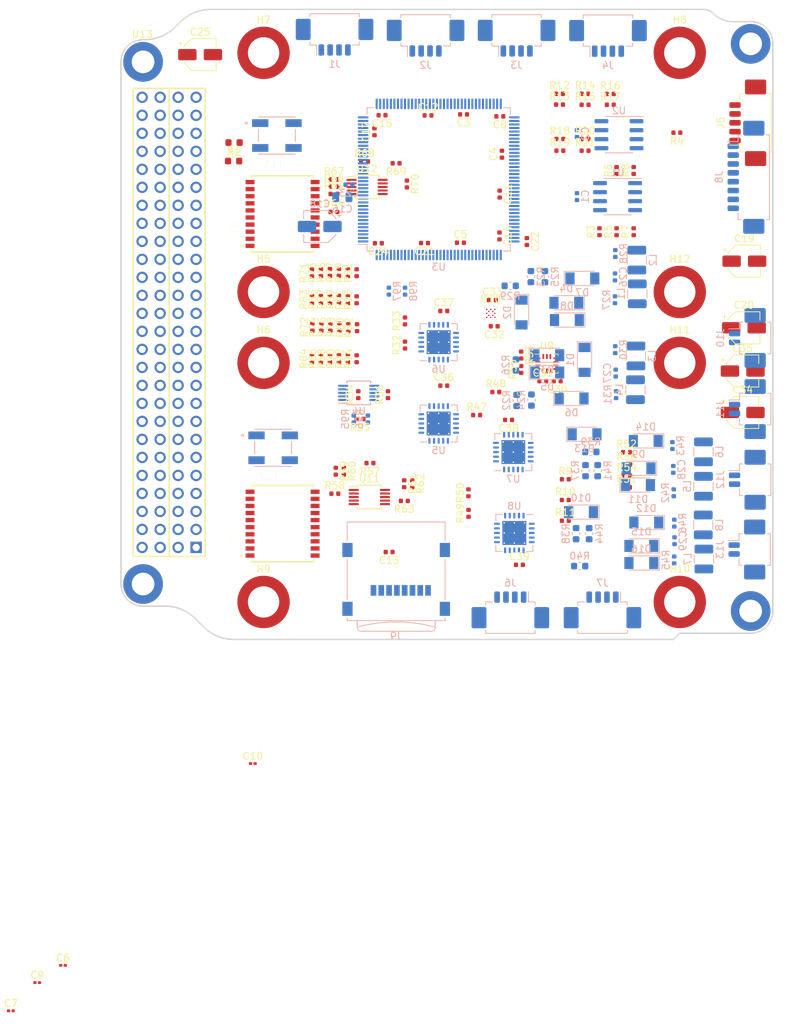
<source format=kicad_pcb>
(kicad_pcb (version 20171130) (host pcbnew "(5.1.6)-1")
  (layers (0 F.Cu signal) (31 B.Cu signal) (34 B.Paste user) (35 F.Paste user) (36 B.SilkS user) (37 F.SilkS user) (38 B.Mask user) (39 F.Mask user) (44 Edge.Cuts user))
  (net 0 "")
  (net 1 GND)
  (net 2 "Net-(C6-Pad1)")
  (net 3 "Net-(C7-Pad1)")
  (net 4 /mcu/OSC_IN)
  (net 5 /mcu/OSC_OUT)
  (net 6 "Net-(C26-Pad2)")
  (net 7 "Net-(C26-Pad1)")
  (net 8 "Net-(C27-Pad2)")
  (net 9 "Net-(C27-Pad1)")
  (net 10 "Net-(C28-Pad2)")
  (net 11 "Net-(C28-Pad1)")
  (net 12 "Net-(C29-Pad2)")
  (net 13 "Net-(C29-Pad1)")
  (net 14 /3V3_3)
  (net 15 /3V3_1)
  (net 16 /3V3_2)
  (net 17 "Net-(D1-Pad1)")
  (net 18 "Net-(D2-Pad1)")
  (net 19 "Net-(D5-Pad2)")
  (net 20 "Net-(D7-Pad2)")
  (net 21 "Net-(D11-Pad2)")
  (net 22 "Net-(D10-Pad1)")
  (net 23 "Net-(D13-Pad2)")
  (net 24 "Net-(D15-Pad2)")
  (net 25 "Net-(FL1-Pad2)")
  (net 26 "Net-(FL1-Pad3)")
  (net 27 "Net-(FL2-Pad2)")
  (net 28 "Net-(FL2-Pad3)")
  (net 29 /ADC3)
  (net 30 /ADC2)
  (net 31 /ADC1)
  (net 32 /ADC6)
  (net 33 /ADC5)
  (net 34 /ADC4)
  (net 35 /mcu/NRST)
  (net 36 /mcu/JTDO)
  (net 37 /mcu/JTCK)
  (net 38 /mcu/JTMS)
  (net 39 /mcu/JTDI)
  (net 40 /mcu/NJRST)
  (net 41 /mcu/SDMMC_D2)
  (net 42 /mcu/SDMMC_D3)
  (net 43 /mcu/SDMMC_CMD)
  (net 44 /mcu/SDMMC_CLK)
  (net 45 /mcu/SDMMC_D0)
  (net 46 /mcu/SDMMC_D1)
  (net 47 /RX3)
  (net 48 /TX3)
  (net 49 /RX1)
  (net 50 /RX2)
  (net 51 /TX1)
  (net 52 /TX2)
  (net 53 "Net-(L4-Pad2)")
  (net 54 "Net-(L6-Pad2)")
  (net 55 "Net-(L8-Pad2)")
  (net 56 /mcu/ADC12_IN15)
  (net 57 /VBAT)
  (net 58 /WP1)
  (net 59 "Net-(R4-Pad1)")
  (net 60 /RST1)
  (net 61 /RST2)
  (net 62 /MEM1)
  (net 63 /MEM2)
  (net 64 /MISO_1)
  (net 65 /MISO_2)
  (net 66 /MISO_3)
  (net 67 /SDA1)
  (net 68 /SCL1)
  (net 69 /SDA3)
  (net 70 /SCL3)
  (net 71 "Net-(R35-Pad2)")
  (net 72 /TEMP_ACC)
  (net 73 /TEMP_FAULT)
  (net 74 /sensors/ASDA)
  (net 75 /sensors/ASCL)
  (net 76 /ACC1)
  (net 77 "Net-(R60-Pad2)")
  (net 78 /FAULT1)
  (net 79 /ACC2)
  (net 80 "Net-(R67-Pad2)")
  (net 81 /FAULT2)
  (net 82 /SCL2)
  (net 83 /SDA2)
  (net 84 /CS2)
  (net 85 /CS1)
  (net 86 /SCK_2)
  (net 87 /MOSI_2)
  (net 88 /RX4)
  (net 89 /TX4)
  (net 90 /MOSI_3)
  (net 91 /SCK_3)
  (net 92 "Net-(U4-Pad6)")
  (net 93 /mcu/ADC12_IN16)
  (net 94 /SCK_1)
  (net 95 /MOSI_1)
  (net 96 /GYRO)
  (net 97 "Net-(U6-Pad15)")
  (net 98 "Net-(U6-Pad14)")
  (net 99 "Net-(U6-Pad12)")
  (net 100 "Net-(U6-Pad11)")
  (net 101 "Net-(U7-Pad15)")
  (net 102 "Net-(U7-Pad14)")
  (net 103 "Net-(U7-Pad12)")
  (net 104 "Net-(U7-Pad11)")
  (net 105 "Net-(U8-Pad15)")
  (net 106 "Net-(U8-Pad14)")
  (net 107 "Net-(U8-Pad12)")
  (net 108 "Net-(U8-Pad11)")
  (net 109 "Net-(U9-Pad11)")
  (net 110 "Net-(U12-Pad6)")
  (net 111 "Net-(U13-Pad6)")
  (net 112 /sensors/3V3_1)
  (net 113 /sensors/3V3_3)
  (net 114 /sensors/3V3_2)
  (net 115 /sensors/3V3_4)
  (net 116 /VCC)
  (net 117 "Net-(J10-Pad2)")
  (net 118 "Net-(J10-Pad1)")
  (net 119 "Net-(J11-Pad2)")
  (net 120 "Net-(J11-Pad1)")
  (net 121 "Net-(J12-Pad2)")
  (net 122 "Net-(J12-Pad1)")
  (net 123 "Net-(J13-Pad2)")
  (net 124 "Net-(J13-Pad1)")
  (net 125 "Net-(J14-Pad10)")
  (net 126 "Net-(J14-Pad09)")
  (net 127 "Net-(J14-Pad11)")
  (net 128 "Net-(J14-Pad12)")
  (net 129 "Net-(J14-Pad13)")
  (net 130 "Net-(J14-Pad14)")
  (net 131 "Net-(J14-Pad15)")
  (net 132 "Net-(J14-Pad16)")
  (net 133 "Net-(J15-Pad10)")
  (net 134 "Net-(J15-Pad09)")
  (net 135 "Net-(J15-Pad11)")
  (net 136 "Net-(J15-Pad12)")
  (net 137 "Net-(J15-Pad13)")
  (net 138 "Net-(J15-Pad14)")
  (net 139 "Net-(J15-Pad15)")
  (net 140 "Net-(J15-Pad16)")
  (net 141 "Net-(R32-Pad2)")
  (net 142 "Net-(R47-Pad2)")
  (net 143 "Net-(R49-Pad2)")
  (net 144 "Net-(R58-Pad2)")
  (net 145 "Net-(R61-Pad2)")
  (net 146 "Net-(R65-Pad2)")
  (net 147 "Net-(R68-Pad2)")
  (net 148 /stacking_connector/OUT1)
  (net 149 /stacking_connector/OUT2)
  (net 150 /stacking_connector/OUT3)
  (net 151 /stacking_connector/OUT4)
  (net 152 /stacking_connector/OUT5)
  (net 153 /stacking_connector/OUT6)
  (net 154 /stacking_connector/3V3_4)
  (net 155 /3V3_P)
  (net 156 "Net-(U3-Pad7)")
  (net 157 "Net-(U3-Pad16)")
  (net 158 "Net-(U3-Pad21)")
  (net 159 "Net-(U3-Pad22)")
  (net 160 "Net-(U3-Pad32)")
  (net 161 "Net-(U3-Pad48)")
  (net 162 "Net-(U3-Pad49)")
  (net 163 "Net-(U3-Pad50)")
  (net 164 "Net-(U3-Pad53)")
  (net 165 "Net-(U3-Pad54)")
  (net 166 "Net-(U3-Pad55)")
  (net 167 "Net-(U3-Pad56)")
  (net 168 "Net-(U3-Pad57)")
  (net 169 "Net-(U3-Pad58)")
  (net 170 "Net-(U3-Pad59)")
  (net 171 "Net-(U3-Pad60)")
  (net 172 "Net-(U3-Pad63)")
  (net 173 "Net-(U3-Pad64)")
  (net 174 "Net-(U3-Pad65)")
  (net 175 "Net-(U3-Pad66)")
  (net 176 "Net-(U3-Pad67)")
  (net 177 "Net-(U3-Pad68)")
  (net 178 "Net-(U3-Pad69)")
  (net 179 "Net-(U3-Pad70)")
  (net 180 "Net-(U3-Pad73)")
  (net 181 "Net-(U3-Pad74)")
  (net 182 "Net-(U3-Pad75)")
  (net 183 "Net-(U3-Pad76)")
  (net 184 "Net-(U3-Pad77)")
  (net 185 "Net-(U3-Pad78)")
  (net 186 "Net-(U3-Pad79)")
  (net 187 "Net-(U3-Pad80)")
  (net 188 "Net-(U3-Pad81)")
  (net 189 "Net-(U3-Pad82)")
  (net 190 "Net-(U3-Pad85)")
  (net 191 "Net-(U3-Pad86)")
  (net 192 "Net-(U3-Pad90)")
  (net 193 /mcu/PG8)
  (net 194 "Net-(U3-Pad96)")
  (net 195 "Net-(U3-Pad97)")
  (net 196 "Net-(U3-Pad100)")
  (net 197 "Net-(U3-Pad102)")
  (net 198 "Net-(U3-Pad103)")
  (net 199 "Net-(U3-Pad104)")
  (net 200 "Net-(U3-Pad114)")
  (net 201 "Net-(U3-Pad115)")
  (net 202 "Net-(U3-Pad119)")
  (net 203 "Net-(U3-Pad123)")
  (net 204 "Net-(U3-Pad126)")
  (net 205 "Net-(U3-Pad127)")
  (net 206 "Net-(U3-Pad132)")
  (net 207 "Net-(U3-Pad135)")
  (net 208 "Net-(U3-Pad138)")
  (net 209 "Net-(U3-Pad139)")
  (net 210 "Net-(U3-Pad140)")
  (net 211 "Net-(U5-Pad15)")
  (net 212 "Net-(U5-Pad14)")
  (net 213 "Net-(U5-Pad12)")
  (net 214 "Net-(U5-Pad11)")
  (net 215 "Net-(U9-Pad10)")
  (net 216 "Net-(U9-Pad9)")
  (net 217 "Net-(U9-Pad4)")
  (net 218 "Net-(U10-PadD4)")
  (net 219 "Net-(U10-PadD2)")
  (net 220 "Net-(U10-PadA1)")
  (net 221 "Net-(U11-Pad6)")
  (net 222 "Net-(U13-Pad46)")
  (net 223 "Net-(U13-Pad45)")
  (net 224 "Net-(U13-Pad44)")
  (net 225 "Net-(U13-Pad42)")
  (net 226 "Net-(U13-Pad40)")
  (net 227 "Net-(U13-Pad39)")
  (net 228 "Net-(U13-Pad38)")
  (net 229 "Net-(U13-Pad37)")
  (net 230 "Net-(U13-Pad36)")
  (net 231 "Net-(U13-Pad35)")
  (net 232 "Net-(U13-Pad34)")
  (net 233 "Net-(U13-Pad33)")
  (net 234 "Net-(U13-Pad32)")
  (net 235 "Net-(U13-Pad31)")
  (net 236 "Net-(U13-Pad30)")
  (net 237 "Net-(U13-Pad29)")
  (net 238 "Net-(U13-Pad28)")
  (net 239 "Net-(U13-Pad27)")
  (net 240 "Net-(U13-Pad26)")
  (net 241 "Net-(U13-Pad25)")
  (net 242 "Net-(U13-Pad24)")
  (net 243 "Net-(U13-Pad23)")
  (net 244 "Net-(U13-Pad22)")
  (net 245 "Net-(U13-Pad21)")
  (net 246 "Net-(U13-Pad20)")
  (net 247 "Net-(U13-Pad19)")
  (net 248 "Net-(U13-Pad18)")
  (net 249 "Net-(U13-Pad17)")
  (net 250 "Net-(U13-Pad16)")
  (net 251 "Net-(U13-Pad15)")
  (net 252 "Net-(U13-Pad14)")
  (net 253 "Net-(U13-Pad13)")
  (net 254 "Net-(U13-Pad12)")
  (net 255 "Net-(U13-Pad10)")
  (net 256 "Net-(U13-Pad8)")
  (net 257 "Net-(U13-Pad7)")
  (net 258 "Net-(U13-Pad5)")
  (net 259 "Net-(U13-Pad4)")
  (net 260 "Net-(U13-Pad3)")
  (net 261 "Net-(U13-Pad2)")
  (net 262 "Net-(U13-Pad1)")
  (net 263 "Net-(U13-Pad104)")
  (net 264 "Net-(U13-Pad103)")
  (net 265 "Net-(U13-Pad102)")
  (net 266 "Net-(U13-Pad101)")
  (net 267 "Net-(U13-Pad100)")
  (net 268 "Net-(U13-Pad99)")
  (net 269 "Net-(U13-Pad96)")
  (net 270 "Net-(U13-Pad95)")
  (net 271 "Net-(U13-Pad94)")
  (net 272 "Net-(U13-Pad93)")
  (net 273 "Net-(U13-Pad92)")
  (net 274 "Net-(U13-Pad91)")
  (net 275 "Net-(U13-Pad90)")
  (net 276 "Net-(U13-Pad89)")
  (net 277 "Net-(U13-Pad88)")
  (net 278 "Net-(U13-Pad87)")
  (net 279 "Net-(U13-Pad86)")
  (net 280 "Net-(U13-Pad85)")
  (net 281 "Net-(U13-Pad80)")
  (net 282 "Net-(U13-Pad78)")
  (net 283 "Net-(U13-Pad77)")
  (net 284 "Net-(U13-Pad76)")
  (net 285 "Net-(U13-Pad75)")
  (net 286 "Net-(U13-Pad74)")
  (net 287 "Net-(U13-Pad73)")
  (net 288 "Net-(U13-Pad72)")
  (net 289 "Net-(U13-Pad71)")
  (net 290 "Net-(U13-Pad70)")
  (net 291 "Net-(U13-Pad69)")
  (net 292 "Net-(U13-Pad68)")
  (net 293 "Net-(U13-Pad67)")
  (net 294 "Net-(U13-Pad66)")
  (net 295 "Net-(U13-Pad65)")
  (net 296 "Net-(U13-Pad64)")
  (net 297 "Net-(U13-Pad63)")
  (net 298 "Net-(U13-Pad61)")
  (net 299 "Net-(J5-Pad4)")
  (module Resistor_SMD:R_0402_1005Metric (layer B.Cu) (at 147.701 88.138 90)
    (fp_text reference R98 (at 0 1.17 270) (layer B.SilkS) (effects (justify mirror)))
    (fp_text value 10k)
    (pad 2 smd roundrect (at 0.485 0 90) (size 0.59 0.64) (layers B.Cu B.Paste B.Mask) (net 67 /SDA1))
    (pad 1 smd roundrect (at -0.485 0 90) (size 0.59 0.64) (layers B.Cu B.Paste B.Mask) (net 14 /3V3_3))
  )
  (module Resistor_SMD:R_0402_1005Metric (layer B.Cu) (at 145.415 88.138 90)
    (fp_text reference R97 (at 0 1.17 270) (layer B.SilkS) (effects (justify mirror)))
    (fp_text value 10k)
    (pad 2 smd roundrect (at 0.485 0 90) (size 0.59 0.64) (layers B.Cu B.Paste B.Mask) (net 68 /SCL1))
    (pad 1 smd roundrect (at -0.485 0 90) (size 0.59 0.64) (layers B.Cu B.Paste B.Mask) (net 14 /3V3_3))
  )
  (module Resistor_SMD:R_0402_1005Metric (layer B.Cu) (at 142.452 106.172 270)
    (fp_text reference R96 (at 0 1.17 90) (layer B.SilkS) (effects (justify mirror)))
    (fp_text value 10k)
    (pad 2 smd roundrect (at 0.485 0 270) (size 0.59 0.64) (layers B.Cu B.Paste B.Mask) (net 67 /SDA1))
    (pad 1 smd roundrect (at -0.485 0 270) (size 0.59 0.64) (layers B.Cu B.Paste B.Mask) (net 14 /3V3_3))
  )
  (module Resistor_SMD:R_0402_1005Metric (layer B.Cu) (at 140.462 106.172 270)
    (fp_text reference R95 (at 0 1.17 90) (layer B.SilkS) (effects (justify mirror)))
    (fp_text value 10k)
    (pad 2 smd roundrect (at 0.485 0 270) (size 0.59 0.64) (layers B.Cu B.Paste B.Mask) (net 68 /SCL1))
    (pad 1 smd roundrect (at -0.485 0 270) (size 0.59 0.64) (layers B.Cu B.Paste B.Mask) (net 14 /3V3_3))
  )
  (module Capacitor_SMD:C_0402_1005Metric (layer F.Cu) (at 163.83 126.746)
    (fp_text reference C39 (at 0 -1.17) (layer F.SilkS))
    (fp_text value 100n)
    (pad 2 smd roundrect (at 0.485 0) (size 0.59 0.64) (layers F.Cu F.Paste F.Mask) (net 1 GND))
    (pad 1 smd roundrect (at -0.485 0) (size 0.59 0.64) (layers F.Cu F.Paste F.Mask) (net 115 /sensors/3V3_4))
  )
  (module Capacitor_SMD:C_0402_1005Metric (layer F.Cu) (at 162.306 106.299 180)
    (fp_text reference C38 (at 0 -1.17) (layer F.SilkS))
    (fp_text value 100n)
    (pad 2 smd roundrect (at 0.485 0 180) (size 0.59 0.64) (layers F.Cu F.Paste F.Mask) (net 1 GND))
    (pad 1 smd roundrect (at -0.485 0 180) (size 0.59 0.64) (layers F.Cu F.Paste F.Mask) (net 114 /sensors/3V3_2))
  )
  (module Capacitor_SMD:C_0402_1005Metric (layer F.Cu) (at 153.162 90.932)
    (fp_text reference C37 (at 0 -1.17) (layer F.SilkS))
    (fp_text value 100n)
    (pad 2 smd roundrect (at 0.485 0) (size 0.59 0.64) (layers F.Cu F.Paste F.Mask) (net 1 GND))
    (pad 1 smd roundrect (at -0.485 0) (size 0.59 0.64) (layers F.Cu F.Paste F.Mask) (net 113 /sensors/3V3_3))
  )
  (module Capacitor_SMD:C_0402_1005Metric (layer F.Cu) (at 153.162 101.473)
    (fp_text reference C36 (at 0 -1.17) (layer F.SilkS))
    (fp_text value 100n)
    (pad 2 smd roundrect (at 0.485 0) (size 0.59 0.64) (layers F.Cu F.Paste F.Mask) (net 1 GND))
    (pad 1 smd roundrect (at -0.485 0) (size 0.59 0.64) (layers F.Cu F.Paste F.Mask) (net 112 /sensors/3V3_1))
  )
  (module Capacitor_SMD:CP_Elec_4x5.3 (layer F.Cu) (at 195.34378 99.40798)
    (fp_text reference C35 (at 0 -3.2) (layer F.SilkS))
    (fp_text value 10u)
    (pad 2 smd roundrect (at 1.8 0) (size 2.6 1.6) (layers F.Cu F.Paste F.Mask) (roundrect_rratio 0.15625) (net 1 GND))
    (pad 1 smd roundrect (at -1.8 0) (size 2.6 1.6) (layers F.Cu F.Paste F.Mask) (roundrect_rratio 0.15625) (net 16 /3V3_2))
  )
  (module Capacitor_SMD:CP_Elec_4x5.3 (layer F.Cu) (at 195.34378 105.25252)
    (fp_text reference C34 (at 0 -3.2) (layer F.SilkS))
    (fp_text value 10u)
    (pad 2 smd roundrect (at 1.8 0) (size 2.6 1.6) (layers F.Cu F.Paste F.Mask) (roundrect_rratio 0.15625) (net 1 GND))
    (pad 1 smd roundrect (at -1.8 0) (size 2.6 1.6) (layers F.Cu F.Paste F.Mask) (roundrect_rratio 0.15625) (net 15 /3V3_1))
  )
  (module Capacitor_SMD:CP_Elec_4x5.3 (layer F.Cu) (at 118.7831 54.7751)
    (fp_text reference C25 (at 0 -3.2) (layer F.SilkS))
    (fp_text value 4.7u)
    (pad 2 smd roundrect (at 1.8 0) (size 2.6 1.6) (layers F.Cu F.Paste F.Mask) (roundrect_rratio 0.15625) (net 1 GND))
    (pad 1 smd roundrect (at -1.8 0) (size 2.6 1.6) (layers F.Cu F.Paste F.Mask) (roundrect_rratio 0.15625) (net 14 /3V3_3))
  )
  (module Capacitor_SMD:CP_Elec_4x5.3 (layer F.Cu) (at 195.5165 93.3069)
    (fp_text reference C20 (at 0 -3.2) (layer F.SilkS))
    (fp_text value 4.7u)
    (pad 2 smd roundrect (at 1.8 0) (size 2.6 1.6) (layers F.Cu F.Paste F.Mask) (roundrect_rratio 0.15625) (net 1 GND))
    (pad 1 smd roundrect (at -1.8 0) (size 2.6 1.6) (layers F.Cu F.Paste F.Mask) (roundrect_rratio 0.15625) (net 14 /3V3_3))
  )
  (module Capacitor_SMD:CP_Elec_4x5.3 (layer F.Cu) (at 195.5766 83.9089)
    (fp_text reference C19 (at 0 -3.2) (layer F.SilkS))
    (fp_text value 1u)
    (pad 2 smd roundrect (at 1.8 0) (size 2.6 1.6) (layers F.Cu F.Paste F.Mask) (roundrect_rratio 0.15625) (net 1 GND))
    (pad 1 smd roundrect (at -1.8 0) (size 2.6 1.6) (layers F.Cu F.Paste F.Mask) (roundrect_rratio 0.15625) (net 14 /3V3_3))
  )
  (module Capacitor_SMD:CP_Elec_4x5.3 (layer B.Cu) (at 135.6614 79.0194 180)
    (fp_text reference C18 (at 0 3.2) (layer B.SilkS) (effects (justify mirror)))
    (fp_text value 1u)
    (pad 2 smd roundrect (at 1.8 0 180) (size 2.6 1.6) (layers B.Cu B.Paste B.Mask) (roundrect_rratio 0.15625) (net 1 GND))
    (pad 1 smd roundrect (at -1.8 0 180) (size 2.6 1.6) (layers B.Cu B.Paste B.Mask) (roundrect_rratio 0.15625) (net 14 /3V3_3))
  )
  (module cubesat_obc:PC104-Standard (layer F.Cu) (at 110.619006 129.372998)
    (fp_text reference U13 (at 0 -77.47) (layer F.SilkS))
    (fp_text value PC104)
    (pad 52 thru_hole circle (at 5.06 -68.58) (size 1.6 1.6) (drill 1.016) (layers *.Cu *.Mask) (net 153 /stacking_connector/OUT6))
    (pad 51 thru_hole circle (at 7.6 -68.58) (size 1.6 1.6) (drill 1.016) (layers *.Cu *.Mask) (net 150 /stacking_connector/OUT3))
    (pad 50 thru_hole circle (at 5.06 -66.04) (size 1.6 1.6) (drill 1.016) (layers *.Cu *.Mask) (net 152 /stacking_connector/OUT5))
    (pad 49 thru_hole circle (at 7.6 -66.04) (size 1.6 1.6) (drill 1.016) (layers *.Cu *.Mask) (net 149 /stacking_connector/OUT2))
    (pad 48 thru_hole circle (at 5.06 -63.5) (size 1.6 1.6) (drill 1.016) (layers *.Cu *.Mask) (net 151 /stacking_connector/OUT4))
    (pad 47 thru_hole circle (at 7.6 -63.5) (size 1.6 1.6) (drill 1.016) (layers *.Cu *.Mask) (net 148 /stacking_connector/OUT1))
    (pad 46 thru_hole circle (at 5.06 -60.96) (size 1.6 1.6) (drill 1.016) (layers *.Cu *.Mask) (net 222 "Net-(U13-Pad46)"))
    (pad 45 thru_hole circle (at 7.6 -60.96) (size 1.6 1.6) (drill 1.016) (layers *.Cu *.Mask) (net 223 "Net-(U13-Pad45)"))
    (pad 44 thru_hole circle (at 5.06 -58.42) (size 1.6 1.6) (drill 1.016) (layers *.Cu *.Mask) (net 224 "Net-(U13-Pad44)"))
    (pad 43 thru_hole circle (at 7.6 -58.42) (size 1.6 1.6) (drill 1.016) (layers *.Cu *.Mask) (net 69 /SDA3))
    (pad 42 thru_hole circle (at 5.06 -55.88) (size 1.6 1.6) (drill 1.016) (layers *.Cu *.Mask) (net 225 "Net-(U13-Pad42)"))
    (pad 41 thru_hole circle (at 7.6 -55.88) (size 1.6 1.6) (drill 1.016) (layers *.Cu *.Mask) (net 70 /SCL3))
    (pad 40 thru_hole circle (at 5.06 -53.34) (size 1.6 1.6) (drill 1.016) (layers *.Cu *.Mask) (net 226 "Net-(U13-Pad40)"))
    (pad 39 thru_hole circle (at 7.6 -53.34) (size 1.6 1.6) (drill 1.016) (layers *.Cu *.Mask) (net 227 "Net-(U13-Pad39)"))
    (pad 38 thru_hole circle (at 5.06 -50.8) (size 1.6 1.6) (drill 1.016) (layers *.Cu *.Mask) (net 228 "Net-(U13-Pad38)"))
    (pad 37 thru_hole circle (at 7.6 -50.8) (size 1.6 1.6) (drill 1.016) (layers *.Cu *.Mask) (net 229 "Net-(U13-Pad37)"))
    (pad 36 thru_hole circle (at 5.06 -48.26) (size 1.6 1.6) (drill 1.016) (layers *.Cu *.Mask) (net 230 "Net-(U13-Pad36)"))
    (pad 35 thru_hole circle (at 7.6 -48.26) (size 1.6 1.6) (drill 1.016) (layers *.Cu *.Mask) (net 231 "Net-(U13-Pad35)"))
    (pad 34 thru_hole circle (at 5.06 -45.72) (size 1.6 1.6) (drill 1.016) (layers *.Cu *.Mask) (net 232 "Net-(U13-Pad34)"))
    (pad 33 thru_hole circle (at 7.6 -45.72) (size 1.6 1.6) (drill 1.016) (layers *.Cu *.Mask) (net 233 "Net-(U13-Pad33)"))
    (pad 32 thru_hole circle (at 5.06 -43.18) (size 1.6 1.6) (drill 1.016) (layers *.Cu *.Mask) (net 234 "Net-(U13-Pad32)"))
    (pad 31 thru_hole circle (at 7.6 -43.18) (size 1.6 1.6) (drill 1.016) (layers *.Cu *.Mask) (net 235 "Net-(U13-Pad31)"))
    (pad 30 thru_hole circle (at 5.06 -40.64) (size 1.6 1.6) (drill 1.016) (layers *.Cu *.Mask) (net 236 "Net-(U13-Pad30)"))
    (pad 29 thru_hole circle (at 7.6 -40.64) (size 1.6 1.6) (drill 1.016) (layers *.Cu *.Mask) (net 237 "Net-(U13-Pad29)"))
    (pad 28 thru_hole circle (at 5.06 -38.1) (size 1.6 1.6) (drill 1.016) (layers *.Cu *.Mask) (net 238 "Net-(U13-Pad28)"))
    (pad 27 thru_hole circle (at 7.6 -38.1) (size 1.6 1.6) (drill 1.016) (layers *.Cu *.Mask) (net 239 "Net-(U13-Pad27)"))
    (pad 26 thru_hole circle (at 5.06 -35.56) (size 1.6 1.6) (drill 1.016) (layers *.Cu *.Mask) (net 240 "Net-(U13-Pad26)"))
    (pad 25 thru_hole circle (at 7.6 -35.56) (size 1.6 1.6) (drill 1.016) (layers *.Cu *.Mask) (net 241 "Net-(U13-Pad25)"))
    (pad 24 thru_hole circle (at 5.06 -33.02) (size 1.6 1.6) (drill 1.016) (layers *.Cu *.Mask) (net 242 "Net-(U13-Pad24)"))
    (pad 23 thru_hole circle (at 7.6 -33.02) (size 1.6 1.6) (drill 1.016) (layers *.Cu *.Mask) (net 243 "Net-(U13-Pad23)"))
    (pad 22 thru_hole circle (at 5.06 -30.48) (size 1.6 1.6) (drill 1.016) (layers *.Cu *.Mask) (net 244 "Net-(U13-Pad22)"))
    (pad 21 thru_hole circle (at 7.6 -30.48) (size 1.6 1.6) (drill 1.016) (layers *.Cu *.Mask) (net 245 "Net-(U13-Pad21)"))
    (pad 20 thru_hole circle (at 5.06 -27.94) (size 1.6 1.6) (drill 1.016) (layers *.Cu *.Mask) (net 246 "Net-(U13-Pad20)"))
    (pad 19 thru_hole circle (at 7.6 -27.94) (size 1.6 1.6) (drill 1.016) (layers *.Cu *.Mask) (net 247 "Net-(U13-Pad19)"))
    (pad 18 thru_hole circle (at 5.06 -25.4) (size 1.6 1.6) (drill 1.016) (layers *.Cu *.Mask) (net 248 "Net-(U13-Pad18)"))
    (pad 17 thru_hole circle (at 7.6 -25.4) (size 1.6 1.6) (drill 1.016) (layers *.Cu *.Mask) (net 249 "Net-(U13-Pad17)"))
    (pad 16 thru_hole circle (at 5.06 -22.86) (size 1.6 1.6) (drill 1.016) (layers *.Cu *.Mask) (net 250 "Net-(U13-Pad16)"))
    (pad 15 thru_hole circle (at 7.6 -22.86) (size 1.6 1.6) (drill 1.016) (layers *.Cu *.Mask) (net 251 "Net-(U13-Pad15)"))
    (pad 14 thru_hole circle (at 5.06 -20.32) (size 1.6 1.6) (drill 1.016) (layers *.Cu *.Mask) (net 252 "Net-(U13-Pad14)"))
    (pad 13 thru_hole circle (at 7.6 -20.32) (size 1.6 1.6) (drill 1.016) (layers *.Cu *.Mask) (net 253 "Net-(U13-Pad13)"))
    (pad 12 thru_hole circle (at 5.06 -17.78) (size 1.6 1.6) (drill 1.016) (layers *.Cu *.Mask) (net 254 "Net-(U13-Pad12)"))
    (pad 11 thru_hole circle (at 7.6 -17.78) (size 1.6 1.6) (drill 1.016) (layers *.Cu *.Mask) (net 83 /SDA2))
    (pad 10 thru_hole circle (at 5.06 -15.24) (size 1.6 1.6) (drill 1.016) (layers *.Cu *.Mask) (net 255 "Net-(U13-Pad10)"))
    (pad 9 thru_hole circle (at 7.6 -15.24) (size 1.6 1.6) (drill 1.016) (layers *.Cu *.Mask) (net 82 /SCL2))
    (pad 8 thru_hole circle (at 5.06 -12.7) (size 1.6 1.6) (drill 1.016) (layers *.Cu *.Mask) (net 256 "Net-(U13-Pad8)"))
    (pad 7 thru_hole circle (at 7.6 -12.7) (size 1.6 1.6) (drill 1.016) (layers *.Cu *.Mask) (net 257 "Net-(U13-Pad7)"))
    (pad 6 thru_hole circle (at 5.06 -10.16) (size 1.6 1.6) (drill 1.016) (layers *.Cu *.Mask) (net 111 "Net-(U13-Pad6)"))
    (pad 5 thru_hole circle (at 7.6 -10.16) (size 1.6 1.6) (drill 1.016) (layers *.Cu *.Mask) (net 258 "Net-(U13-Pad5)"))
    (pad 4 thru_hole circle (at 5.06 -7.62) (size 1.6 1.6) (drill 1.016) (layers *.Cu *.Mask) (net 259 "Net-(U13-Pad4)"))
    (pad 3 thru_hole circle (at 7.6 -7.62) (size 1.6 1.6) (drill 1.016) (layers *.Cu *.Mask) (net 260 "Net-(U13-Pad3)"))
    (pad 2 thru_hole circle (at 5.06 -5.08) (size 1.6 1.6) (drill 1.016) (layers *.Cu *.Mask) (net 261 "Net-(U13-Pad2)"))
    (pad 1 thru_hole rect (at 7.6 -5.08) (size 1.6 1.6) (drill 1.016) (layers *.Cu *.Mask) (net 262 "Net-(U13-Pad1)"))
    (pad 104 thru_hole circle (at -0.02 -68.58) (size 1.6 1.6) (drill 1.016) (layers *.Cu *.Mask) (net 263 "Net-(U13-Pad104)"))
    (pad 103 thru_hole circle (at 2.52 -68.58) (size 1.6 1.6) (drill 1.016) (layers *.Cu *.Mask) (net 264 "Net-(U13-Pad103)"))
    (pad 102 thru_hole circle (at -0.02 -66.04) (size 1.6 1.6) (drill 1.016) (layers *.Cu *.Mask) (net 265 "Net-(U13-Pad102)"))
    (pad 101 thru_hole circle (at 2.52 -66.04) (size 1.6 1.6) (drill 1.016) (layers *.Cu *.Mask) (net 266 "Net-(U13-Pad101)"))
    (pad 100 thru_hole circle (at -0.02 -63.5) (size 1.6 1.6) (drill 1.016) (layers *.Cu *.Mask) (net 267 "Net-(U13-Pad100)"))
    (pad 99 thru_hole circle (at 2.52 -63.5) (size 1.6 1.6) (drill 1.016) (layers *.Cu *.Mask) (net 268 "Net-(U13-Pad99)"))
    (pad 98 thru_hole circle (at -0.02 -60.96) (size 1.6 1.6) (drill 1.016) (layers *.Cu *.Mask) (net 57 /VBAT))
    (pad 97 thru_hole circle (at 2.52 -60.96) (size 1.6 1.6) (drill 1.016) (layers *.Cu *.Mask) (net 57 /VBAT))
    (pad 96 thru_hole circle (at -0.02 -58.42) (size 1.6 1.6) (drill 1.016) (layers *.Cu *.Mask) (net 269 "Net-(U13-Pad96)"))
    (pad 95 thru_hole circle (at 2.52 -58.42) (size 1.6 1.6) (drill 1.016) (layers *.Cu *.Mask) (net 270 "Net-(U13-Pad95)"))
    (pad 94 thru_hole circle (at -0.02 -55.88) (size 1.6 1.6) (drill 1.016) (layers *.Cu *.Mask) (net 271 "Net-(U13-Pad94)"))
    (pad 93 thru_hole circle (at 2.52 -55.88) (size 1.6 1.6) (drill 1.016) (layers *.Cu *.Mask) (net 272 "Net-(U13-Pad93)"))
    (pad 92 thru_hole circle (at -0.02 -53.34) (size 1.6 1.6) (drill 1.016) (layers *.Cu *.Mask) (net 273 "Net-(U13-Pad92)"))
    (pad 91 thru_hole circle (at 2.52 -53.34) (size 1.6 1.6) (drill 1.016) (layers *.Cu *.Mask) (net 274 "Net-(U13-Pad91)"))
    (pad 90 thru_hole circle (at -0.02 -50.8) (size 1.6 1.6) (drill 1.016) (layers *.Cu *.Mask) (net 275 "Net-(U13-Pad90)"))
    (pad 89 thru_hole circle (at 2.52 -50.8) (size 1.6 1.6) (drill 1.016) (layers *.Cu *.Mask) (net 276 "Net-(U13-Pad89)"))
    (pad 88 thru_hole circle (at -0.02 -48.26) (size 1.6 1.6) (drill 1.016) (layers *.Cu *.Mask) (net 277 "Net-(U13-Pad88)"))
    (pad 87 thru_hole circle (at 2.52 -48.26) (size 1.6 1.6) (drill 1.016) (layers *.Cu *.Mask) (net 278 "Net-(U13-Pad87)"))
    (pad 86 thru_hole circle (at -0.02 -45.72) (size 1.6 1.6) (drill 1.016) (layers *.Cu *.Mask) (net 279 "Net-(U13-Pad86)"))
    (pad 85 thru_hole circle (at 2.52 -45.72) (size 1.6 1.6) (drill 1.016) (layers *.Cu *.Mask) (net 280 "Net-(U13-Pad85)"))
    (pad 84 thru_hole circle (at -0.02 -43.18) (size 1.6 1.6) (drill 1.016) (layers *.Cu *.Mask) (net 1 GND))
    (pad 83 thru_hole circle (at 2.52 -43.18) (size 1.6 1.6) (drill 1.016) (layers *.Cu *.Mask) (net 1 GND))
    (pad 82 thru_hole circle (at -0.02 -40.64) (size 1.6 1.6) (drill 1.016) (layers *.Cu *.Mask) (net 1 GND))
    (pad 81 thru_hole circle (at 2.52 -40.64) (size 1.6 1.6) (drill 1.016) (layers *.Cu *.Mask) (net 1 GND))
    (pad 80 thru_hole circle (at -0.02 -38.1) (size 1.6 1.6) (drill 1.016) (layers *.Cu *.Mask) (net 281 "Net-(U13-Pad80)"))
    (pad 79 thru_hole circle (at 2.52 -38.1) (size 1.6 1.6) (drill 1.016) (layers *.Cu *.Mask) (net 155 /3V3_P))
    (pad 78 thru_hole circle (at -0.02 -35.56) (size 1.6 1.6) (drill 1.016) (layers *.Cu *.Mask) (net 282 "Net-(U13-Pad78)"))
    (pad 77 thru_hole circle (at 2.52 -35.56) (size 1.6 1.6) (drill 1.016) (layers *.Cu *.Mask) (net 283 "Net-(U13-Pad77)"))
    (pad 76 thru_hole circle (at -0.02 -33.02) (size 1.6 1.6) (drill 1.016) (layers *.Cu *.Mask) (net 284 "Net-(U13-Pad76)"))
    (pad 75 thru_hole circle (at 2.52 -33.02) (size 1.6 1.6) (drill 1.016) (layers *.Cu *.Mask) (net 285 "Net-(U13-Pad75)"))
    (pad 74 thru_hole circle (at -0.02 -30.48) (size 1.6 1.6) (drill 1.016) (layers *.Cu *.Mask) (net 286 "Net-(U13-Pad74)"))
    (pad 73 thru_hole circle (at 2.52 -30.48) (size 1.6 1.6) (drill 1.016) (layers *.Cu *.Mask) (net 287 "Net-(U13-Pad73)"))
    (pad 72 thru_hole circle (at -0.02 -27.94) (size 1.6 1.6) (drill 1.016) (layers *.Cu *.Mask) (net 288 "Net-(U13-Pad72)"))
    (pad 71 thru_hole circle (at 2.52 -27.94) (size 1.6 1.6) (drill 1.016) (layers *.Cu *.Mask) (net 289 "Net-(U13-Pad71)"))
    (pad 70 thru_hole circle (at -0.02 -25.4) (size 1.6 1.6) (drill 1.016) (layers *.Cu *.Mask) (net 290 "Net-(U13-Pad70)"))
    (pad 69 thru_hole circle (at 2.52 -25.4) (size 1.6 1.6) (drill 1.016) (layers *.Cu *.Mask) (net 291 "Net-(U13-Pad69)"))
    (pad 68 thru_hole circle (at -0.02 -22.86) (size 1.6 1.6) (drill 1.016) (layers *.Cu *.Mask) (net 292 "Net-(U13-Pad68)"))
    (pad 67 thru_hole circle (at 2.52 -22.86) (size 1.6 1.6) (drill 1.016) (layers *.Cu *.Mask) (net 293 "Net-(U13-Pad67)"))
    (pad 66 thru_hole circle (at -0.02 -20.32) (size 1.6 1.6) (drill 1.016) (layers *.Cu *.Mask) (net 294 "Net-(U13-Pad66)"))
    (pad 65 thru_hole circle (at 2.52 -20.32) (size 1.6 1.6) (drill 1.016) (layers *.Cu *.Mask) (net 295 "Net-(U13-Pad65)"))
    (pad 64 thru_hole circle (at -0.02 -17.78) (size 1.6 1.6) (drill 1.016) (layers *.Cu *.Mask) (net 296 "Net-(U13-Pad64)"))
    (pad 63 thru_hole circle (at 2.52 -17.78) (size 1.6 1.6) (drill 1.016) (layers *.Cu *.Mask) (net 297 "Net-(U13-Pad63)"))
    (pad 62 thru_hole circle (at -0.02 -15.24) (size 1.6 1.6) (drill 1.016) (layers *.Cu *.Mask) (net 84 /CS2))
    (pad 61 thru_hole circle (at 2.52 -15.24) (size 1.6 1.6) (drill 1.016) (layers *.Cu *.Mask) (net 298 "Net-(U13-Pad61)"))
    (pad 60 thru_hole circle (at -0.02 -12.7) (size 1.6 1.6) (drill 1.016) (layers *.Cu *.Mask) (net 85 /CS1))
    (pad 59 thru_hole circle (at 2.52 -12.7) (size 1.6 1.6) (drill 1.016) (layers *.Cu *.Mask) (net 47 /RX3))
    (pad 58 thru_hole circle (at -0.02 -10.16) (size 1.6 1.6) (drill 1.016) (layers *.Cu *.Mask) (net 86 /SCK_2))
    (pad 57 thru_hole circle (at 2.52 -10.16 90) (size 1.6 1.6) (drill 1.016) (layers *.Cu *.Mask) (net 48 /TX3))
    (pad 56 thru_hole circle (at -0.02 -7.62) (size 1.6 1.6) (drill 1.016) (layers *.Cu *.Mask) (net 87 /MOSI_2))
    (pad 55 thru_hole circle (at 2.52 -7.62) (size 1.6 1.6) (drill 1.016) (layers *.Cu *.Mask) (net 88 /RX4))
    (pad 54 thru_hole circle (at -0.02 -5.08) (size 1.6 1.6) (drill 1.016) (layers *.Cu *.Mask) (net 65 /MISO_2))
    (pad 53 thru_hole circle (at 2.52 -5.08) (size 1.6 1.6) (drill 1.016) (layers *.Cu *.Mask) (net 89 /TX4))
  )
  (module Resistor_SMD:R_0402_1005Metric (layer F.Cu) (at 140.8684 97.6757 90)
    (fp_text reference R94 (at 0 -1.17 90) (layer F.SilkS))
    (fp_text value 0)
    (pad 1 smd roundrect (at -0.485 0 90) (size 0.59 0.64) (layers F.Cu F.Paste F.Mask) (net 154 /stacking_connector/3V3_4))
    (pad 2 smd roundrect (at 0.485 0 90) (size 0.59 0.64) (layers F.Cu F.Paste F.Mask) (net 153 /stacking_connector/OUT6))
  )
  (module Resistor_SMD:R_0402_1005Metric (layer F.Cu) (at 140.8684 89.3572 90)
    (fp_text reference R93 (at 0 -1.17 90) (layer F.SilkS))
    (fp_text value 0)
    (pad 1 smd roundrect (at -0.485 0 90) (size 0.59 0.64) (layers F.Cu F.Paste F.Mask) (net 16 /3V3_2))
    (pad 2 smd roundrect (at 0.485 0 90) (size 0.59 0.64) (layers F.Cu F.Paste F.Mask) (net 153 /stacking_connector/OUT6))
  )
  (module Resistor_SMD:R_0402_1005Metric (layer F.Cu) (at 139.6238 97.6757 90)
    (fp_text reference R92 (at 0 -1.17 90) (layer F.SilkS))
    (fp_text value 0)
    (pad 1 smd roundrect (at -0.485 0 90) (size 0.59 0.64) (layers F.Cu F.Paste F.Mask) (net 154 /stacking_connector/3V3_4))
    (pad 2 smd roundrect (at 0.485 0 90) (size 0.59 0.64) (layers F.Cu F.Paste F.Mask) (net 152 /stacking_connector/OUT5))
  )
  (module Resistor_SMD:R_0402_1005Metric (layer F.Cu) (at 139.6238 89.3572 90)
    (fp_text reference R91 (at 0 -1.17 90) (layer F.SilkS))
    (fp_text value 0)
    (pad 1 smd roundrect (at -0.485 0 90) (size 0.59 0.64) (layers F.Cu F.Paste F.Mask) (net 16 /3V3_2))
    (pad 2 smd roundrect (at 0.485 0 90) (size 0.59 0.64) (layers F.Cu F.Paste F.Mask) (net 152 /stacking_connector/OUT5))
  )
  (module Resistor_SMD:R_0402_1005Metric (layer F.Cu) (at 138.3665 97.663 90)
    (fp_text reference R90 (at 0 -1.17 90) (layer F.SilkS))
    (fp_text value 0)
    (pad 1 smd roundrect (at -0.485 0 90) (size 0.59 0.64) (layers F.Cu F.Paste F.Mask) (net 154 /stacking_connector/3V3_4))
    (pad 2 smd roundrect (at 0.485 0 90) (size 0.59 0.64) (layers F.Cu F.Paste F.Mask) (net 151 /stacking_connector/OUT4))
  )
  (module Resistor_SMD:R_0402_1005Metric (layer F.Cu) (at 138.3665 89.281 90)
    (fp_text reference R89 (at 0 -1.17 90) (layer F.SilkS))
    (fp_text value 0)
    (pad 1 smd roundrect (at -0.485 0 90) (size 0.59 0.64) (layers F.Cu F.Paste F.Mask) (net 16 /3V3_2))
    (pad 2 smd roundrect (at 0.485 0 90) (size 0.59 0.64) (layers F.Cu F.Paste F.Mask) (net 151 /stacking_connector/OUT4))
  )
  (module Resistor_SMD:R_0402_1005Metric (layer F.Cu) (at 137.0965 97.663 90)
    (fp_text reference R88 (at 0 -1.17 90) (layer F.SilkS))
    (fp_text value 0)
    (pad 1 smd roundrect (at -0.485 0 90) (size 0.59 0.64) (layers F.Cu F.Paste F.Mask) (net 154 /stacking_connector/3V3_4))
    (pad 2 smd roundrect (at 0.485 0 90) (size 0.59 0.64) (layers F.Cu F.Paste F.Mask) (net 150 /stacking_connector/OUT3))
  )
  (module Resistor_SMD:R_0402_1005Metric (layer F.Cu) (at 137.0965 89.304 90)
    (fp_text reference R87 (at 0 -1.17 90) (layer F.SilkS))
    (fp_text value 0)
    (pad 1 smd roundrect (at -0.485 0 90) (size 0.59 0.64) (layers F.Cu F.Paste F.Mask) (net 16 /3V3_2))
    (pad 2 smd roundrect (at 0.485 0 90) (size 0.59 0.64) (layers F.Cu F.Paste F.Mask) (net 150 /stacking_connector/OUT3))
  )
  (module Resistor_SMD:R_0402_1005Metric (layer F.Cu) (at 135.8265 97.663 90)
    (fp_text reference R86 (at 0 -1.17 90) (layer F.SilkS))
    (fp_text value 0)
    (pad 1 smd roundrect (at -0.485 0 90) (size 0.59 0.64) (layers F.Cu F.Paste F.Mask) (net 154 /stacking_connector/3V3_4))
    (pad 2 smd roundrect (at 0.485 0 90) (size 0.59 0.64) (layers F.Cu F.Paste F.Mask) (net 149 /stacking_connector/OUT2))
  )
  (module Resistor_SMD:R_0402_1005Metric (layer F.Cu) (at 135.8265 89.304 90)
    (fp_text reference R85 (at 0 -1.17 90) (layer F.SilkS))
    (fp_text value 0)
    (pad 1 smd roundrect (at -0.485 0 90) (size 0.59 0.64) (layers F.Cu F.Paste F.Mask) (net 16 /3V3_2))
    (pad 2 smd roundrect (at 0.485 0 90) (size 0.59 0.64) (layers F.Cu F.Paste F.Mask) (net 149 /stacking_connector/OUT2))
  )
  (module Resistor_SMD:R_0402_1005Metric (layer F.Cu) (at 134.5565 97.663 90)
    (fp_text reference R84 (at 0 -1.17 90) (layer F.SilkS))
    (fp_text value 0)
    (pad 1 smd roundrect (at -0.485 0 90) (size 0.59 0.64) (layers F.Cu F.Paste F.Mask) (net 154 /stacking_connector/3V3_4))
    (pad 2 smd roundrect (at 0.485 0 90) (size 0.59 0.64) (layers F.Cu F.Paste F.Mask) (net 148 /stacking_connector/OUT1))
  )
  (module Resistor_SMD:R_0402_1005Metric (layer F.Cu) (at 134.5565 89.304 90)
    (fp_text reference R83 (at 0 -1.17 90) (layer F.SilkS))
    (fp_text value 0)
    (pad 1 smd roundrect (at -0.485 0 90) (size 0.59 0.64) (layers F.Cu F.Paste F.Mask) (net 16 /3V3_2))
    (pad 2 smd roundrect (at 0.485 0 90) (size 0.59 0.64) (layers F.Cu F.Paste F.Mask) (net 148 /stacking_connector/OUT1))
  )
  (module Resistor_SMD:R_0402_1005Metric (layer F.Cu) (at 140.9319 93.2942 90)
    (fp_text reference R82 (at 0 -1.17 90) (layer F.SilkS))
    (fp_text value 0)
    (pad 1 smd roundrect (at -0.485 0 90) (size 0.59 0.64) (layers F.Cu F.Paste F.Mask) (net 14 /3V3_3))
    (pad 2 smd roundrect (at 0.485 0 90) (size 0.59 0.64) (layers F.Cu F.Paste F.Mask) (net 153 /stacking_connector/OUT6))
  )
  (module Resistor_SMD:R_0402_1005Metric (layer F.Cu) (at 140.8684 85.5472 90)
    (fp_text reference R81 (at 0 -1.17 90) (layer F.SilkS))
    (fp_text value 0)
    (pad 1 smd roundrect (at -0.485 0 90) (size 0.59 0.64) (layers F.Cu F.Paste F.Mask) (net 15 /3V3_1))
    (pad 2 smd roundrect (at 0.485 0 90) (size 0.59 0.64) (layers F.Cu F.Paste F.Mask) (net 153 /stacking_connector/OUT6))
  )
  (module Resistor_SMD:R_0402_1005Metric (layer F.Cu) (at 139.6873 93.2942 90)
    (fp_text reference R80 (at 0 -1.17 90) (layer F.SilkS))
    (fp_text value 0)
    (pad 1 smd roundrect (at -0.485 0 90) (size 0.59 0.64) (layers F.Cu F.Paste F.Mask) (net 14 /3V3_3))
    (pad 2 smd roundrect (at 0.485 0 90) (size 0.59 0.64) (layers F.Cu F.Paste F.Mask) (net 152 /stacking_connector/OUT5))
  )
  (module Resistor_SMD:R_0402_1005Metric (layer F.Cu) (at 139.6238 85.5472 90)
    (fp_text reference R79 (at 0 -1.17 90) (layer F.SilkS))
    (fp_text value 0)
    (pad 1 smd roundrect (at -0.485 0 90) (size 0.59 0.64) (layers F.Cu F.Paste F.Mask) (net 15 /3V3_1))
    (pad 2 smd roundrect (at 0.485 0 90) (size 0.59 0.64) (layers F.Cu F.Paste F.Mask) (net 152 /stacking_connector/OUT5))
  )
  (module Resistor_SMD:R_0402_1005Metric (layer F.Cu) (at 138.43 93.218 90)
    (fp_text reference R78 (at 0 -1.17 90) (layer F.SilkS))
    (fp_text value 0)
    (pad 1 smd roundrect (at -0.485 0 90) (size 0.59 0.64) (layers F.Cu F.Paste F.Mask) (net 14 /3V3_3))
    (pad 2 smd roundrect (at 0.485 0 90) (size 0.59 0.64) (layers F.Cu F.Paste F.Mask) (net 151 /stacking_connector/OUT4))
  )
  (module Resistor_SMD:R_0402_1005Metric (layer F.Cu) (at 138.3665 85.494 90)
    (fp_text reference R77 (at 0 -1.17 90) (layer F.SilkS))
    (fp_text value 0)
    (pad 1 smd roundrect (at -0.485 0 90) (size 0.59 0.64) (layers F.Cu F.Paste F.Mask) (net 15 /3V3_1))
    (pad 2 smd roundrect (at 0.485 0 90) (size 0.59 0.64) (layers F.Cu F.Paste F.Mask) (net 151 /stacking_connector/OUT4))
  )
  (module Resistor_SMD:R_0402_1005Metric (layer F.Cu) (at 137.16 93.218 90)
    (fp_text reference R76 (at 0 -1.17 90) (layer F.SilkS))
    (fp_text value 0)
    (pad 1 smd roundrect (at -0.485 0 90) (size 0.59 0.64) (layers F.Cu F.Paste F.Mask) (net 14 /3V3_3))
    (pad 2 smd roundrect (at 0.485 0 90) (size 0.59 0.64) (layers F.Cu F.Paste F.Mask) (net 150 /stacking_connector/OUT3))
  )
  (module Resistor_SMD:R_0402_1005Metric (layer F.Cu) (at 137.0965 85.494 90)
    (fp_text reference R75 (at 0 -1.17 90) (layer F.SilkS))
    (fp_text value 0)
    (pad 1 smd roundrect (at -0.485 0 90) (size 0.59 0.64) (layers F.Cu F.Paste F.Mask) (net 15 /3V3_1))
    (pad 2 smd roundrect (at 0.485 0 90) (size 0.59 0.64) (layers F.Cu F.Paste F.Mask) (net 150 /stacking_connector/OUT3))
  )
  (module Resistor_SMD:R_0402_1005Metric (layer F.Cu) (at 135.89 93.218 90)
    (fp_text reference R74 (at 0 -1.17 90) (layer F.SilkS))
    (fp_text value 0)
    (pad 1 smd roundrect (at -0.485 0 90) (size 0.59 0.64) (layers F.Cu F.Paste F.Mask) (net 14 /3V3_3))
    (pad 2 smd roundrect (at 0.485 0 90) (size 0.59 0.64) (layers F.Cu F.Paste F.Mask) (net 149 /stacking_connector/OUT2))
  )
  (module Resistor_SMD:R_0402_1005Metric (layer F.Cu) (at 135.8265 85.5345 90)
    (fp_text reference R73 (at 0 -1.17 90) (layer F.SilkS))
    (fp_text value 0)
    (pad 1 smd roundrect (at -0.485 0 90) (size 0.59 0.64) (layers F.Cu F.Paste F.Mask) (net 15 /3V3_1))
    (pad 2 smd roundrect (at 0.485 0 90) (size 0.59 0.64) (layers F.Cu F.Paste F.Mask) (net 149 /stacking_connector/OUT2))
  )
  (module Resistor_SMD:R_0402_1005Metric (layer F.Cu) (at 134.62 93.218 90)
    (fp_text reference R72 (at 0 -1.17 90) (layer F.SilkS))
    (fp_text value 0)
    (pad 1 smd roundrect (at -0.485 0 90) (size 0.59 0.64) (layers F.Cu F.Paste F.Mask) (net 14 /3V3_3))
    (pad 2 smd roundrect (at 0.485 0 90) (size 0.59 0.64) (layers F.Cu F.Paste F.Mask) (net 148 /stacking_connector/OUT1))
  )
  (module Resistor_SMD:R_0402_1005Metric (layer F.Cu) (at 134.5565 85.5575 90)
    (fp_text reference R71 (at 0 -1.17 90) (layer F.SilkS))
    (fp_text value 0)
    (pad 1 smd roundrect (at -0.485 0 90) (size 0.59 0.64) (layers F.Cu F.Paste F.Mask) (net 15 /3V3_1))
    (pad 2 smd roundrect (at 0.485 0 90) (size 0.59 0.64) (layers F.Cu F.Paste F.Mask) (net 148 /stacking_connector/OUT1))
  )
  (module Resistor_SMD:R_0402_1005Metric (layer F.Cu) (at 178.983301 112.601701)
    (fp_text reference R56 (at 0 -1.17) (layer F.SilkS))
    (fp_text value 0)
    (pad 1 smd roundrect (at -0.485 0) (size 0.59 0.64) (layers F.Cu F.Paste F.Mask) (net 112 /sensors/3V3_1))
    (pad 2 smd roundrect (at 0.485 0) (size 0.59 0.64) (layers F.Cu F.Paste F.Mask) (net 14 /3V3_3))
  )
  (module Resistor_SMD:R_0402_1005Metric (layer F.Cu) (at 178.983301 114.173)
    (fp_text reference R54 (at 0 -1.17) (layer F.SilkS))
    (fp_text value 0)
    (pad 1 smd roundrect (at -0.485 0) (size 0.59 0.64) (layers F.Cu F.Paste F.Mask) (net 114 /sensors/3V3_2))
    (pad 2 smd roundrect (at 0.485 0) (size 0.59 0.64) (layers F.Cu F.Paste F.Mask) (net 14 /3V3_3))
  )
  (module Resistor_SMD:R_0402_1005Metric (layer F.Cu) (at 178.943 110.871)
    (fp_text reference R52 (at 0 -1.17) (layer F.SilkS))
    (fp_text value 0)
    (pad 1 smd roundrect (at -0.485 0) (size 0.59 0.64) (layers F.Cu F.Paste F.Mask) (net 113 /sensors/3V3_3))
    (pad 2 smd roundrect (at 0.485 0) (size 0.59 0.64) (layers F.Cu F.Paste F.Mask) (net 14 /3V3_3))
  )
  (module Resistor_SMD:R_0402_1005Metric (layer F.Cu) (at 178.943 115.824)
    (fp_text reference R51 (at 0 -1.17) (layer F.SilkS))
    (fp_text value 0)
    (pad 1 smd roundrect (at -0.485 0) (size 0.59 0.64) (layers F.Cu F.Paste F.Mask) (net 115 /sensors/3V3_4))
    (pad 2 smd roundrect (at 0.485 0) (size 0.59 0.64) (layers F.Cu F.Paste F.Mask) (net 14 /3V3_3))
  )
  (module Connector_Molex:Molex_PicoBlade_53261-0271_1x02-1MP_P1.25mm_Horizontal (layer B.Cu) (at 196.5325 124.587 270)
    (fp_text reference J13 (at 0 4.4 270) (layer B.SilkS) (effects (justify mirror)))
    (fp_text value Conn_01x02_Female)
    (pad MP smd roundrect (at 3.175 -0.5 270) (size 2.1 3) (layers B.Cu B.Paste B.Mask) (roundrect_rratio 0.119048))
    (pad MP smd roundrect (at -3.175 -0.5 270) (size 2.1 3) (layers B.Cu B.Paste B.Mask) (roundrect_rratio 0.119048))
    (pad 2 smd roundrect (at 0.625 2.4 270) (size 0.8 1.6) (layers B.Cu B.Paste B.Mask) (net 123 "Net-(J13-Pad2)"))
    (pad 1 smd roundrect (at -0.625 2.4 270) (size 0.8 1.6) (layers B.Cu B.Paste B.Mask) (net 124 "Net-(J13-Pad1)"))
  )
  (module Connector_Molex:Molex_PicoBlade_53261-0271_1x02-1MP_P1.25mm_Horizontal (layer B.Cu) (at 196.596 114.7445 270)
    (fp_text reference J12 (at 0 4.4 270) (layer B.SilkS) (effects (justify mirror)))
    (fp_text value Conn_01x02_Female)
    (pad MP smd roundrect (at 3.175 -0.5 270) (size 2.1 3) (layers B.Cu B.Paste B.Mask) (roundrect_rratio 0.119048))
    (pad MP smd roundrect (at -3.175 -0.5 270) (size 2.1 3) (layers B.Cu B.Paste B.Mask) (roundrect_rratio 0.119048))
    (pad 2 smd roundrect (at 0.625 2.4 270) (size 0.8 1.6) (layers B.Cu B.Paste B.Mask) (net 121 "Net-(J12-Pad2)"))
    (pad 1 smd roundrect (at -0.625 2.4 270) (size 0.8 1.6) (layers B.Cu B.Paste B.Mask) (net 122 "Net-(J12-Pad1)"))
  )
  (module Connector_Molex:Molex_PicoBlade_53261-0271_1x02-1MP_P1.25mm_Horizontal (layer B.Cu) (at 196.596 104.775 270)
    (fp_text reference J11 (at 0 4.4 270) (layer B.SilkS) (effects (justify mirror)))
    (fp_text value Conn_01x02_Female)
    (pad MP smd roundrect (at 3.175 -0.5 270) (size 2.1 3) (layers B.Cu B.Paste B.Mask) (roundrect_rratio 0.119048))
    (pad MP smd roundrect (at -3.175 -0.5 270) (size 2.1 3) (layers B.Cu B.Paste B.Mask) (roundrect_rratio 0.119048))
    (pad 2 smd roundrect (at 0.625 2.4 270) (size 0.8 1.6) (layers B.Cu B.Paste B.Mask) (net 119 "Net-(J11-Pad2)"))
    (pad 1 smd roundrect (at -0.625 2.4 270) (size 0.8 1.6) (layers B.Cu B.Paste B.Mask) (net 120 "Net-(J11-Pad1)"))
  )
  (module Connector_Molex:Molex_PicoBlade_53261-0271_1x02-1MP_P1.25mm_Horizontal (layer B.Cu) (at 196.596 94.742 270)
    (fp_text reference J10 (at 0 4.4 270) (layer B.SilkS) (effects (justify mirror)))
    (fp_text value Conn_01x02_Female)
    (pad MP smd roundrect (at 3.175 -0.5 270) (size 2.1 3) (layers B.Cu B.Paste B.Mask) (roundrect_rratio 0.119048))
    (pad MP smd roundrect (at -3.175 -0.5 270) (size 2.1 3) (layers B.Cu B.Paste B.Mask) (roundrect_rratio 0.119048))
    (pad 2 smd roundrect (at 0.625 2.4 270) (size 0.8 1.6) (layers B.Cu B.Paste B.Mask) (net 117 "Net-(J10-Pad2)"))
    (pad 1 smd roundrect (at -0.625 2.4 270) (size 0.8 1.6) (layers B.Cu B.Paste B.Mask) (net 118 "Net-(J10-Pad1)"))
  )
  (module Connector_Molex:Molex_PicoBlade_53261-0871_1x08-1MP_P1.25mm_Horizontal (layer B.Cu) (at 196.4055 72.0725 270)
    (fp_text reference J8 (at 0 4.4 90) (layer B.SilkS) (effects (justify mirror)))
    (fp_text value Conn_01x08_Female)
    (pad MP smd roundrect (at 6.925 -0.5 270) (size 2.1 3) (layers B.Cu B.Paste B.Mask) (roundrect_rratio 0.119048))
    (pad MP smd roundrect (at -6.925 -0.5 270) (size 2.1 3) (layers B.Cu B.Paste B.Mask) (roundrect_rratio 0.119048))
    (pad 8 smd roundrect (at 4.375 2.4 270) (size 0.8 1.6) (layers B.Cu B.Paste B.Mask) (net 14 /3V3_3))
    (pad 7 smd roundrect (at 3.125 2.4 270) (size 0.8 1.6) (layers B.Cu B.Paste B.Mask) (net 1 GND))
    (pad 6 smd roundrect (at 1.875 2.4 270) (size 0.8 1.6) (layers B.Cu B.Paste B.Mask) (net 40 /mcu/NJRST))
    (pad 5 smd roundrect (at 0.625 2.4 270) (size 0.8 1.6) (layers B.Cu B.Paste B.Mask) (net 35 /mcu/NRST))
    (pad 4 smd roundrect (at -0.625 2.4 270) (size 0.8 1.6) (layers B.Cu B.Paste B.Mask) (net 37 /mcu/JTCK))
    (pad 3 smd roundrect (at -1.875 2.4 270) (size 0.8 1.6) (layers B.Cu B.Paste B.Mask) (net 38 /mcu/JTMS))
    (pad 2 smd roundrect (at -3.125 2.4 270) (size 0.8 1.6) (layers B.Cu B.Paste B.Mask) (net 36 /mcu/JTDO))
    (pad 1 smd roundrect (at -4.375 2.4 270) (size 0.8 1.6) (layers B.Cu B.Paste B.Mask) (net 39 /mcu/JTDI))
  )
  (module Connector_Molex:Molex_PicoBlade_53261-0471_1x04-1MP_P1.25mm_Horizontal (layer B.Cu) (at 175.55972 133.70052 180)
    (fp_text reference J7 (at 0 4.4 180) (layer B.SilkS) (effects (justify mirror)))
    (fp_text value Conn_01x04_Female)
    (pad MP smd roundrect (at 4.425 -0.5 180) (size 2.1 3) (layers B.Cu B.Paste B.Mask) (roundrect_rratio 0.119048))
    (pad MP smd roundrect (at -4.425 -0.5 180) (size 2.1 3) (layers B.Cu B.Paste B.Mask) (roundrect_rratio 0.119048))
    (pad 4 smd roundrect (at 1.875 2.4 180) (size 0.8 1.6) (layers B.Cu B.Paste B.Mask) (net 1 GND))
    (pad 3 smd roundrect (at 0.625 2.4 180) (size 0.8 1.6) (layers B.Cu B.Paste B.Mask) (net 32 /ADC6))
    (pad 2 smd roundrect (at -0.625 2.4 180) (size 0.8 1.6) (layers B.Cu B.Paste B.Mask) (net 33 /ADC5))
    (pad 1 smd roundrect (at -1.875 2.4 180) (size 0.8 1.6) (layers B.Cu B.Paste B.Mask) (net 34 /ADC4))
  )
  (module Connector_Molex:Molex_PicoBlade_53261-0471_1x04-1MP_P1.25mm_Horizontal (layer B.Cu) (at 162.55972 133.70052 180)
    (fp_text reference J6 (at 0 4.4 180) (layer B.SilkS) (effects (justify mirror)))
    (fp_text value Conn_01x04_Female)
    (pad MP smd roundrect (at 4.425 -0.5 180) (size 2.1 3) (layers B.Cu B.Paste B.Mask) (roundrect_rratio 0.119048))
    (pad MP smd roundrect (at -4.425 -0.5 180) (size 2.1 3) (layers B.Cu B.Paste B.Mask) (roundrect_rratio 0.119048))
    (pad 4 smd roundrect (at 1.875 2.4 180) (size 0.8 1.6) (layers B.Cu B.Paste B.Mask) (net 1 GND))
    (pad 3 smd roundrect (at 0.625 2.4 180) (size 0.8 1.6) (layers B.Cu B.Paste B.Mask) (net 29 /ADC3))
    (pad 2 smd roundrect (at -0.625 2.4 180) (size 0.8 1.6) (layers B.Cu B.Paste B.Mask) (net 30 /ADC2))
    (pad 1 smd roundrect (at -1.875 2.4 180) (size 0.8 1.6) (layers B.Cu B.Paste B.Mask) (net 31 /ADC1))
  )
  (module Connector_Molex:Molex_PicoBlade_53261-0571_1x05-1MP_P1.25mm_Horizontal (layer F.Cu) (at 196.6595 64.389 90)
    (fp_text reference J5 (at 0 -4.4 90) (layer F.SilkS))
    (fp_text value Conn_01x05_Female)
    (pad 1 smd roundrect (at -2.5 -2.4 90) (size 0.8 1.6) (layers F.Cu F.Paste F.Mask) (net 86 /SCK_2))
    (pad 2 smd roundrect (at -1.25 -2.4 90) (size 0.8 1.6) (layers F.Cu F.Paste F.Mask) (net 87 /MOSI_2))
    (pad 3 smd roundrect (at 0 -2.4 90) (size 0.8 1.6) (layers F.Cu F.Paste F.Mask) (net 65 /MISO_2))
    (pad 4 smd roundrect (at 1.25 -2.4 90) (size 0.8 1.6) (layers F.Cu F.Paste F.Mask) (net 299 "Net-(J5-Pad4)"))
    (pad 5 smd roundrect (at 2.5 -2.4 90) (size 0.8 1.6) (layers F.Cu F.Paste F.Mask) (net 1 GND))
    (pad MP smd roundrect (at -5.05 0.5 90) (size 2.1 3) (layers F.Cu F.Paste F.Mask) (roundrect_rratio 0.119048))
    (pad MP smd roundrect (at 5.05 0.5 90) (size 2.1 3) (layers F.Cu F.Paste F.Mask) (roundrect_rratio 0.119048))
  )
  (module Connector_Molex:Molex_PicoBlade_53261-0471_1x04-1MP_P1.25mm_Horizontal (layer B.Cu) (at 176.32934 51.88458)
    (fp_text reference J4 (at 0 4.4) (layer B.SilkS) (effects (justify mirror)))
    (fp_text value Conn_01x04_Female)
    (pad MP smd roundrect (at 4.425 -0.5) (size 2.1 3) (layers B.Cu B.Paste B.Mask) (roundrect_rratio 0.119048))
    (pad MP smd roundrect (at -4.425 -0.5) (size 2.1 3) (layers B.Cu B.Paste B.Mask) (roundrect_rratio 0.119048))
    (pad 4 smd roundrect (at 1.875 2.4) (size 0.8 1.6) (layers B.Cu B.Paste B.Mask) (net 1 GND))
    (pad 3 smd roundrect (at 0.625 2.4) (size 0.8 1.6) (layers B.Cu B.Paste B.Mask) (net 88 /RX4))
    (pad 2 smd roundrect (at -0.625 2.4) (size 0.8 1.6) (layers B.Cu B.Paste B.Mask) (net 89 /TX4))
    (pad 1 smd roundrect (at -1.875 2.4) (size 0.8 1.6) (layers B.Cu B.Paste B.Mask) (net 116 /VCC))
  )
  (module Connector_Molex:Molex_PicoBlade_53261-0471_1x04-1MP_P1.25mm_Horizontal (layer B.Cu) (at 163.4363 51.85664)
    (fp_text reference J3 (at 0 4.4) (layer B.SilkS) (effects (justify mirror)))
    (fp_text value Conn_01x04_Female)
    (pad MP smd roundrect (at 4.425 -0.5) (size 2.1 3) (layers B.Cu B.Paste B.Mask) (roundrect_rratio 0.119048))
    (pad MP smd roundrect (at -4.425 -0.5) (size 2.1 3) (layers B.Cu B.Paste B.Mask) (roundrect_rratio 0.119048))
    (pad 4 smd roundrect (at 1.875 2.4) (size 0.8 1.6) (layers B.Cu B.Paste B.Mask) (net 1 GND))
    (pad 3 smd roundrect (at 0.625 2.4) (size 0.8 1.6) (layers B.Cu B.Paste B.Mask) (net 47 /RX3))
    (pad 2 smd roundrect (at -0.625 2.4) (size 0.8 1.6) (layers B.Cu B.Paste B.Mask) (net 48 /TX3))
    (pad 1 smd roundrect (at -1.875 2.4) (size 0.8 1.6) (layers B.Cu B.Paste B.Mask) (net 116 /VCC))
  )
  (module Connector_Molex:Molex_PicoBlade_53261-0471_1x04-1MP_P1.25mm_Horizontal (layer B.Cu) (at 150.59454 51.85694)
    (fp_text reference J2 (at 0 4.4) (layer B.SilkS) (effects (justify mirror)))
    (fp_text value Conn_01x04_Female)
    (pad MP smd roundrect (at 4.425 -0.5) (size 2.1 3) (layers B.Cu B.Paste B.Mask) (roundrect_rratio 0.119048))
    (pad MP smd roundrect (at -4.425 -0.5) (size 2.1 3) (layers B.Cu B.Paste B.Mask) (roundrect_rratio 0.119048))
    (pad 4 smd roundrect (at 1.875 2.4) (size 0.8 1.6) (layers B.Cu B.Paste B.Mask) (net 1 GND))
    (pad 3 smd roundrect (at 0.625 2.4) (size 0.8 1.6) (layers B.Cu B.Paste B.Mask) (net 50 /RX2))
    (pad 2 smd roundrect (at -0.625 2.4) (size 0.8 1.6) (layers B.Cu B.Paste B.Mask) (net 52 /TX2))
    (pad 1 smd roundrect (at -1.875 2.4) (size 0.8 1.6) (layers B.Cu B.Paste B.Mask) (net 116 /VCC))
  )
  (module Connector_Molex:Molex_PicoBlade_53261-0471_1x04-1MP_P1.25mm_Horizontal (layer B.Cu) (at 137.75182 51.71694)
    (fp_text reference J1 (at 0 4.4) (layer B.SilkS) (effects (justify mirror)))
    (fp_text value Conn_01x04_Female)
    (pad MP smd roundrect (at 4.425 -0.5) (size 2.1 3) (layers B.Cu B.Paste B.Mask) (roundrect_rratio 0.119048))
    (pad MP smd roundrect (at -4.425 -0.5) (size 2.1 3) (layers B.Cu B.Paste B.Mask) (roundrect_rratio 0.119048))
    (pad 4 smd roundrect (at 1.875 2.4) (size 0.8 1.6) (layers B.Cu B.Paste B.Mask) (net 1 GND))
    (pad 3 smd roundrect (at 0.625 2.4) (size 0.8 1.6) (layers B.Cu B.Paste B.Mask) (net 49 /RX1))
    (pad 2 smd roundrect (at -0.625 2.4) (size 0.8 1.6) (layers B.Cu B.Paste B.Mask) (net 51 /TX1))
    (pad 1 smd roundrect (at -1.875 2.4) (size 0.8 1.6) (layers B.Cu B.Paste B.Mask) (net 116 /VCC))
  )
  (module Mounting_Wuerth:Mounting_Wuerth_WA-SMSI-M3_H3mm_9774030360 (layer F.Cu) (at 186.464001 88.253)
    (fp_text reference H12 (at 0 -4.65) (layer F.SilkS))
    (fp_text value MountingHole)
    (pad "" np_thru_hole circle (at 0 0) (size 4.4 4.4) (drill 4.4) (layers *.Cu *.Mask))
    (pad 1 smd circle (at 0 -2.95) (size 1.1 1.1) (layers F.Cu))
    (pad 1 smd circle (at -2.95 0) (size 1.1 1.1) (layers F.Cu))
    (pad 1 smd circle (at 0 2.95) (size 1.1 1.1) (layers F.Cu))
    (pad 1 smd custom (at 2.95 0) (size 1.1 1.1) (layers F.Cu F.Mask) (options (clearance outline) (anchor circle)) (primitives (gr_circle (center -2.95 0) (end 0 0) (width 1.5))))
  )
  (module Mounting_Wuerth:Mounting_Wuerth_WA-SMSI-M3_H3mm_9774030360 (layer F.Cu) (at 186.464001 98.252997)
    (fp_text reference H11 (at 0 -4.65) (layer F.SilkS))
    (fp_text value MountingHole)
    (pad "" np_thru_hole circle (at 0 0) (size 4.4 4.4) (drill 4.4) (layers *.Cu *.Mask))
    (pad 1 smd circle (at 0 -2.95) (size 1.1 1.1) (layers F.Cu))
    (pad 1 smd circle (at -2.95 0) (size 1.1 1.1) (layers F.Cu))
    (pad 1 smd circle (at 0 2.95) (size 1.1 1.1) (layers F.Cu))
    (pad 1 smd custom (at 2.95 0) (size 1.1 1.1) (layers F.Cu F.Mask) (options (clearance outline) (anchor circle)) (primitives (gr_circle (center -2.95 0) (end 0 0) (width 1.5))))
  )
  (module Mounting_Wuerth:Mounting_Wuerth_WA-SMSI-M3_H3mm_9774030360 (layer F.Cu) (at 186.464001 131.982998)
    (fp_text reference H10 (at 0 -4.65) (layer F.SilkS))
    (fp_text value MountingHole)
    (pad "" np_thru_hole circle (at 0 0) (size 4.4 4.4) (drill 4.4) (layers *.Cu *.Mask))
    (pad 1 smd circle (at 0 -2.95) (size 1.1 1.1) (layers F.Cu))
    (pad 1 smd circle (at -2.95 0) (size 1.1 1.1) (layers F.Cu))
    (pad 1 smd circle (at 0 2.95) (size 1.1 1.1) (layers F.Cu))
    (pad 1 smd custom (at 2.95 0) (size 1.1 1.1) (layers F.Cu F.Mask) (options (clearance outline) (anchor circle)) (primitives (gr_circle (center -2.95 0) (end 0 0) (width 1.5))))
  )
  (module Mounting_Wuerth:Mounting_Wuerth_WA-SMSI-M3_H3mm_9774030360 (layer F.Cu) (at 127.734002 131.982998)
    (fp_text reference H9 (at 0 -4.65) (layer F.SilkS))
    (fp_text value MountingHole)
    (pad "" np_thru_hole circle (at 0 0) (size 4.4 4.4) (drill 4.4) (layers *.Cu *.Mask))
    (pad 1 smd circle (at 0 -2.95) (size 1.1 1.1) (layers F.Cu))
    (pad 1 smd circle (at -2.95 0) (size 1.1 1.1) (layers F.Cu))
    (pad 1 smd circle (at 0 2.95) (size 1.1 1.1) (layers F.Cu))
    (pad 1 smd custom (at 2.95 0) (size 1.1 1.1) (layers F.Cu F.Mask) (options (clearance outline) (anchor circle)) (primitives (gr_circle (center -2.95 0) (end 0 0) (width 1.5))))
  )
  (module Mounting_Wuerth:Mounting_Wuerth_WA-SMSI-M3_H3mm_9774030360 (layer F.Cu) (at 186.464001 54.522998)
    (fp_text reference H8 (at 0 -4.65) (layer F.SilkS))
    (fp_text value MountingHole)
    (pad "" np_thru_hole circle (at 0 0) (size 4.4 4.4) (drill 4.4) (layers *.Cu *.Mask))
    (pad 1 smd circle (at 0 -2.95) (size 1.1 1.1) (layers F.Cu))
    (pad 1 smd circle (at -2.95 0) (size 1.1 1.1) (layers F.Cu))
    (pad 1 smd circle (at 0 2.95) (size 1.1 1.1) (layers F.Cu))
    (pad 1 smd custom (at 2.95 0) (size 1.1 1.1) (layers F.Cu F.Mask) (options (clearance outline) (anchor circle)) (primitives (gr_circle (center -2.95 0) (end 0 0) (width 1.5))))
  )
  (module Mounting_Wuerth:Mounting_Wuerth_WA-SMSI-M3_H3mm_9774030360 (layer F.Cu) (at 127.734002 54.522998)
    (fp_text reference H7 (at 0 -4.65) (layer F.SilkS))
    (fp_text value MountingHole)
    (pad "" np_thru_hole circle (at 0 0) (size 4.4 4.4) (drill 4.4) (layers *.Cu *.Mask))
    (pad 1 smd circle (at 0 -2.95) (size 1.1 1.1) (layers F.Cu))
    (pad 1 smd circle (at -2.95 0) (size 1.1 1.1) (layers F.Cu))
    (pad 1 smd circle (at 0 2.95) (size 1.1 1.1) (layers F.Cu))
    (pad 1 smd custom (at 2.95 0) (size 1.1 1.1) (layers F.Cu F.Mask) (options (clearance outline) (anchor circle)) (primitives (gr_circle (center -2.95 0) (end 0 0) (width 1.5))))
  )
  (module Mounting_Wuerth:Mounting_Wuerth_WA-SMSI-M3_H3mm_9774030360 (layer F.Cu) (at 127.734002 98.252997)
    (fp_text reference H6 (at 0 -4.65) (layer F.SilkS))
    (fp_text value MountingHole)
    (pad "" np_thru_hole circle (at 0 0) (size 4.4 4.4) (drill 4.4) (layers *.Cu *.Mask))
    (pad 1 smd circle (at 0 -2.95) (size 1.1 1.1) (layers F.Cu))
    (pad 1 smd circle (at -2.95 0) (size 1.1 1.1) (layers F.Cu))
    (pad 1 smd circle (at 0 2.95) (size 1.1 1.1) (layers F.Cu))
    (pad 1 smd custom (at 2.95 0) (size 1.1 1.1) (layers F.Cu F.Mask) (options (clearance outline) (anchor circle)) (primitives (gr_circle (center -2.95 0) (end 0 0) (width 1.5))))
  )
  (module Mounting_Wuerth:Mounting_Wuerth_WA-SMSI-M3_H3mm_9774030360 (layer F.Cu) (at 127.734002 88.253)
    (fp_text reference H5 (at 0 -4.65) (layer F.SilkS))
    (fp_text value MountingHole)
    (pad "" np_thru_hole circle (at 0 0) (size 4.4 4.4) (drill 4.4) (layers *.Cu *.Mask))
    (pad 1 smd circle (at 0 -2.95) (size 1.1 1.1) (layers F.Cu))
    (pad 1 smd circle (at -2.95 0) (size 1.1 1.1) (layers F.Cu))
    (pad 1 smd circle (at 0 2.95) (size 1.1 1.1) (layers F.Cu))
    (pad 1 smd custom (at 2.95 0) (size 1.1 1.1) (layers F.Cu F.Mask) (options (clearance outline) (anchor circle)) (primitives (gr_circle (center -2.95 0) (end 0 0) (width 1.5))))
  )
  (module MountingHole:MountingHole_3.2mm_M3_DIN965_Pad (layer F.Cu) (at 110.734001 129.452998)
    (fp_text reference H4 hide)
    (fp_text value MountingHole)
    (pad 1 thru_hole circle (at 0 0) (size 5.6 5.6) (drill 3.2) (layers *.Cu *.Mask))
  )
  (module MountingHole:MountingHole_3.2mm_M3_DIN965_Pad (layer F.Cu) (at 196.464001 53.252998)
    (fp_text reference H3 hide)
    (fp_text value MountingHole)
    (pad 1 thru_hole circle (at 0 0) (size 5.6 5.6) (drill 3.2) (layers *.Cu *.Mask))
  )
  (module MountingHole:MountingHole_3.2mm_M3_DIN965_Pad (layer F.Cu) (at 196.464001 133.262997)
    (fp_text reference H2 hide)
    (fp_text value MountingHole)
    (pad 1 thru_hole circle (at 0 0) (size 5.6 5.6) (drill 3.2) (layers *.Cu *.Mask))
  )
  (module MountingHole:MountingHole_3.2mm_M3_DIN965_Pad (layer F.Cu) (at 110.734001 55.792998)
    (fp_text reference H1 hide)
    (fp_text value MountingHole)
    (pad 1 thru_hole circle (at 0 0) (size 5.6 5.6) (drill 3.2) (layers *.Cu *.Mask))
  )
  (module Package_SO:SOIC-8_3.9x4.9mm_P1.27mm (layer B.Cu) (at 177.88382 66.07048 180)
    (fp_text reference U2 (at 0 3.4 180) (layer B.SilkS) (effects (justify mirror)))
    (fp_text value AT45DB041E-SSHN-B)
    (pad 8 smd roundrect (at 2.475 1.905 180) (size 1.95 0.6) (layers B.Cu B.Paste B.Mask) (net 90 /MOSI_3))
    (pad 7 smd roundrect (at 2.475 0.635 180) (size 1.95 0.6) (layers B.Cu B.Paste B.Mask) (net 1 GND))
    (pad 6 smd roundrect (at 2.475 -0.635 180) (size 1.95 0.6) (layers B.Cu B.Paste B.Mask) (net 14 /3V3_3))
    (pad 5 smd roundrect (at 2.475 -1.905 180) (size 1.95 0.6) (layers B.Cu B.Paste B.Mask) (net 59 "Net-(R4-Pad1)"))
    (pad 4 smd roundrect (at -2.475 -1.905 180) (size 1.95 0.6) (layers B.Cu B.Paste B.Mask) (net 63 /MEM2))
    (pad 3 smd roundrect (at -2.475 -0.635 180) (size 1.95 0.6) (layers B.Cu B.Paste B.Mask) (net 61 /RST2))
    (pad 2 smd roundrect (at -2.475 0.635 180) (size 1.95 0.6) (layers B.Cu B.Paste B.Mask) (net 91 /SCK_3))
    (pad 1 smd roundrect (at -2.475 1.905 180) (size 1.95 0.6) (layers B.Cu B.Paste B.Mask) (net 66 /MISO_3))
  )
  (module Package_SO:SOIC-8_3.9x4.9mm_P1.27mm (layer B.Cu) (at 177.68316 74.81062 180)
    (fp_text reference U1 (at 0 3.4 180) (layer B.SilkS) (effects (justify mirror)))
    (fp_text value AT45DB041E-SSHN-B)
    (pad 8 smd roundrect (at 2.475 1.905 180) (size 1.95 0.6) (layers B.Cu B.Paste B.Mask) (net 90 /MOSI_3))
    (pad 7 smd roundrect (at 2.475 0.635 180) (size 1.95 0.6) (layers B.Cu B.Paste B.Mask) (net 1 GND))
    (pad 6 smd roundrect (at 2.475 -0.635 180) (size 1.95 0.6) (layers B.Cu B.Paste B.Mask) (net 14 /3V3_3))
    (pad 5 smd roundrect (at 2.475 -1.905 180) (size 1.95 0.6) (layers B.Cu B.Paste B.Mask) (net 58 /WP1))
    (pad 4 smd roundrect (at -2.475 -1.905 180) (size 1.95 0.6) (layers B.Cu B.Paste B.Mask) (net 62 /MEM1))
    (pad 3 smd roundrect (at -2.475 -0.635 180) (size 1.95 0.6) (layers B.Cu B.Paste B.Mask) (net 60 /RST1))
    (pad 2 smd roundrect (at -2.475 0.635 180) (size 1.95 0.6) (layers B.Cu B.Paste B.Mask) (net 91 /SCK_3))
    (pad 1 smd roundrect (at -2.475 1.905 180) (size 1.95 0.6) (layers B.Cu B.Paste B.Mask) (net 66 /MISO_3))
  )
  (module cubesat_obc:microSD_HC_Wuerth_693072010801 (layer B.Cu) (at 146.4437 128.8034)
    (fp_text reference J9 (at 0 7.99) (layer B.SilkS) (effects (justify mirror)))
    (fp_text value Micro_SD_Card)
    (pad 1 smd rect (at -3.2 1.55) (size 0.8 1.5) (layers B.Cu B.Paste B.Mask) (net 41 /mcu/SDMMC_D2))
    (pad 2 smd rect (at -2.1 1.55) (size 0.8 1.5) (layers B.Cu B.Paste B.Mask) (net 42 /mcu/SDMMC_D3))
    (pad 3 smd rect (at -1 1.55) (size 0.8 1.5) (layers B.Cu B.Paste B.Mask) (net 43 /mcu/SDMMC_CMD))
    (pad 4 smd rect (at 0.1 1.55) (size 0.8 1.5) (layers B.Cu B.Paste B.Mask) (net 14 /3V3_3))
    (pad 5 smd rect (at 1.2 1.55) (size 0.8 1.5) (layers B.Cu B.Paste B.Mask) (net 44 /mcu/SDMMC_CLK))
    (pad 6 smd rect (at 2.3 1.55) (size 0.8 1.5) (layers B.Cu B.Paste B.Mask) (net 1 GND))
    (pad 7 smd rect (at 3.4 1.55) (size 0.8 1.5) (layers B.Cu B.Paste B.Mask) (net 45 /mcu/SDMMC_D0))
    (pad 8 smd rect (at 4.5 1.55) (size 0.8 1.5) (layers B.Cu B.Paste B.Mask) (net 46 /mcu/SDMMC_D1))
    (pad 9 smd rect (at 6.875 -4.15) (size 1.45 2) (layers B.Cu B.Paste B.Mask) (net 1 GND))
    (pad 9 smd rect (at -6.875 -4.15) (size 1.45 2) (layers B.Cu B.Paste B.Mask) (net 1 GND))
    (pad 9 smd rect (at -6.875 4.15) (size 1.45 2) (layers B.Cu B.Paste B.Mask) (net 1 GND))
    (pad 9 smd rect (at 6.875 4.15) (size 1.45 2) (layers B.Cu B.Paste B.Mask) (net 1 GND))
  )
  (module Package_SO:MSOP-10_3x3mm_P0.5mm (layer F.Cu) (at 142.33652 73.44156)
    (fp_text reference U12 (at 0 -2.6) (layer F.SilkS))
    (fp_text value LTC4304CMSTRPBF)
    (pad 10 smd rect (at 2.2 -1) (size 1.4 0.3) (layers F.Cu F.Paste F.Mask) (net 16 /3V3_2))
    (pad 9 smd rect (at 2.2 -0.5) (size 1.4 0.3) (layers F.Cu F.Paste F.Mask) (net 147 "Net-(R68-Pad2)"))
    (pad 8 smd rect (at 2.2 0) (size 1.4 0.3) (layers F.Cu F.Paste F.Mask) (net 70 /SCL3))
    (pad 7 smd rect (at 2.2 0.5) (size 1.4 0.3) (layers F.Cu F.Paste F.Mask) (net 81 /FAULT2))
    (pad 6 smd rect (at 2.2 1) (size 1.4 0.3) (layers F.Cu F.Paste F.Mask) (net 110 "Net-(U12-Pad6)"))
    (pad 5 smd rect (at -2.2 1) (size 1.4 0.3) (layers F.Cu F.Paste F.Mask) (net 1 GND))
    (pad 4 smd rect (at -2.2 0.5) (size 1.4 0.3) (layers F.Cu F.Paste F.Mask) (net 79 /ACC2))
    (pad 3 smd rect (at -2.2 0) (size 1.4 0.3) (layers F.Cu F.Paste F.Mask) (net 69 /SDA3))
    (pad 2 smd rect (at -2.2 -0.5) (size 1.4 0.3) (layers F.Cu F.Paste F.Mask) (net 146 "Net-(R65-Pad2)"))
    (pad 1 smd rect (at -2.2 -1) (size 1.4 0.3) (layers F.Cu F.Paste F.Mask) (net 80 "Net-(R67-Pad2)"))
  )
  (module Package_SO:MSOP-10_3x3mm_P0.5mm (layer F.Cu) (at 142.66164 117.1829)
    (fp_text reference U11 (at 0 -2.6) (layer F.SilkS))
    (fp_text value LTC4304CMSTRPBF)
    (pad 10 smd rect (at 2.2 -1) (size 1.4 0.3) (layers F.Cu F.Paste F.Mask) (net 15 /3V3_1))
    (pad 9 smd rect (at 2.2 -0.5) (size 1.4 0.3) (layers F.Cu F.Paste F.Mask) (net 145 "Net-(R61-Pad2)"))
    (pad 8 smd rect (at 2.2 0) (size 1.4 0.3) (layers F.Cu F.Paste F.Mask) (net 70 /SCL3))
    (pad 7 smd rect (at 2.2 0.5) (size 1.4 0.3) (layers F.Cu F.Paste F.Mask) (net 78 /FAULT1))
    (pad 6 smd rect (at 2.2 1) (size 1.4 0.3) (layers F.Cu F.Paste F.Mask) (net 221 "Net-(U11-Pad6)"))
    (pad 5 smd rect (at -2.2 1) (size 1.4 0.3) (layers F.Cu F.Paste F.Mask) (net 1 GND))
    (pad 4 smd rect (at -2.2 0.5) (size 1.4 0.3) (layers F.Cu F.Paste F.Mask) (net 76 /ACC1))
    (pad 3 smd rect (at -2.2 0) (size 1.4 0.3) (layers F.Cu F.Paste F.Mask) (net 69 /SDA3))
    (pad 2 smd rect (at -2.2 -0.5) (size 1.4 0.3) (layers F.Cu F.Paste F.Mask) (net 144 "Net-(R58-Pad2)"))
    (pad 1 smd rect (at -2.2 -1) (size 1.4 0.3) (layers F.Cu F.Paste F.Mask) (net 77 "Net-(R60-Pad2)"))
  )
  (module Package_CSP:WLCSP-12_1.56x1.56mm_P0.4mm (layer F.Cu) (at 159.7914 91.2749)
    (fp_text reference U10 (at 0 -2) (layer F.SilkS))
    (fp_text value BMM150)
    (pad A1 smd circle (at -0.566 -0.566) (size 0.2 0.2) (layers F.Cu F.Paste F.Mask) (net 220 "Net-(U10-PadA1)"))
    (pad C1 smd circle (at -0.566 0) (size 0.2 0.2) (layers F.Cu F.Paste F.Mask) (net 1 GND))
    (pad E1 smd circle (at -0.566 0.566) (size 0.2 0.2) (layers F.Cu F.Paste F.Mask) (net 1 GND))
    (pad B2 smd circle (at -0.283 -0.283) (size 0.2 0.2) (layers F.Cu F.Paste F.Mask) (net 14 /3V3_3))
    (pad D2 smd circle (at -0.283 0.283) (size 0.2 0.2) (layers F.Cu F.Paste F.Mask) (net 219 "Net-(U10-PadD2)"))
    (pad A3 smd circle (at 0 -0.566) (size 0.2 0.2) (layers F.Cu F.Paste F.Mask) (net 75 /sensors/ASCL))
    (pad E3 smd circle (at 0 0.566) (size 0.2 0.2) (layers F.Cu F.Paste F.Mask) (net 1 GND))
    (pad B4 smd circle (at 0.283 -0.283) (size 0.2 0.2) (layers F.Cu F.Paste F.Mask) (net 74 /sensors/ASDA))
    (pad D4 smd circle (at 0.283 0.283) (size 0.2 0.2) (layers F.Cu F.Paste F.Mask) (net 218 "Net-(U10-PadD4)"))
    (pad A5 smd circle (at 0.566 -0.566) (size 0.2 0.2) (layers F.Cu F.Paste F.Mask) (net 1 GND))
    (pad C5 smd circle (at 0.566 0) (size 0.2 0.2) (layers F.Cu F.Paste F.Mask) (net 1 GND))
    (pad E5 smd circle (at 0.566 0.566) (size 0.2 0.2) (layers F.Cu F.Paste F.Mask) (net 14 /3V3_3))
  )
  (module Package_LGA:Bosch_LGA-14_3x2.5mm_P0.5mm (layer F.Cu) (at 167.7035 98.3742)
    (fp_text reference U9 (at 0 -2.5) (layer F.SilkS))
    (fp_text value BMI160)
    (pad 13 smd rect (at 0 -1.0125) (size 0.25 0.675) (layers F.Cu F.Paste F.Mask) (net 94 /SCK_1))
    (pad 14 smd rect (at -0.5 -1.0125) (size 0.25 0.675) (layers F.Cu F.Paste F.Mask) (net 95 /MOSI_1))
    (pad 12 smd rect (at 0.5 -1.0125) (size 0.25 0.675) (layers F.Cu F.Paste F.Mask) (net 96 /GYRO))
    (pad 5 smd rect (at -0.5 1.0125) (size 0.25 0.675) (layers F.Cu F.Paste F.Mask) (net 14 /3V3_3))
    (pad 6 smd rect (at 0 1.0125) (size 0.25 0.675) (layers F.Cu F.Paste F.Mask) (net 1 GND))
    (pad 7 smd rect (at 0.5 1.0125) (size 0.25 0.675) (layers F.Cu F.Paste F.Mask) (net 1 GND))
    (pad 1 smd rect (at -1.2625 -0.75) (size 0.675 0.25) (layers F.Cu F.Paste F.Mask) (net 64 /MISO_1))
    (pad 2 smd rect (at -1.2625 -0.25) (size 0.675 0.25) (layers F.Cu F.Paste F.Mask) (net 74 /sensors/ASDA))
    (pad 3 smd rect (at -1.2625 0.25) (size 0.675 0.25) (layers F.Cu F.Paste F.Mask) (net 75 /sensors/ASCL))
    (pad 4 smd rect (at -1.2625 0.75) (size 0.675 0.25) (layers F.Cu F.Paste F.Mask) (net 217 "Net-(U9-Pad4)"))
    (pad 8 smd rect (at 1.2625 0.75) (size 0.675 0.25) (layers F.Cu F.Paste F.Mask) (net 14 /3V3_3))
    (pad 9 smd rect (at 1.2625 0.25) (size 0.675 0.25) (layers F.Cu F.Paste F.Mask) (net 216 "Net-(U9-Pad9)"))
    (pad 10 smd rect (at 1.2625 -0.25) (size 0.675 0.25) (layers F.Cu F.Paste F.Mask) (net 215 "Net-(U9-Pad10)"))
    (pad 11 smd rect (at 1.2625 -0.75) (size 0.675 0.25) (layers F.Cu F.Paste F.Mask) (net 109 "Net-(U9-Pad11)"))
  )
  (module Package_DFN_QFN:QFN-20-1EP_5x5mm_P0.65mm_EP3.35x3.35mm_ThermalVias (layer B.Cu) (at 163.1188 122.2502 180)
    (fp_text reference U8 (at 0 3.8) (layer B.SilkS) (effects (justify mirror)))
    (fp_text value MCP9600-E_MX)
    (pad 21 smd rect (at 0 0 180) (size 3.35 3.35) (layers F.Cu) (net 1 GND))
    (pad 21 thru_hole circle (at 1.425 -1.425 180) (size 0.5 0.5) (drill 0.2) (layers *.Cu) (net 1 GND))
    (pad 21 thru_hole circle (at 0 -1.425 180) (size 0.5 0.5) (drill 0.2) (layers *.Cu) (net 1 GND))
    (pad 21 thru_hole circle (at -1.425 -1.425 180) (size 0.5 0.5) (drill 0.2) (layers *.Cu) (net 1 GND))
    (pad 21 thru_hole circle (at 1.425 0 180) (size 0.5 0.5) (drill 0.2) (layers *.Cu) (net 1 GND))
    (pad 21 thru_hole circle (at 0 0 180) (size 0.5 0.5) (drill 0.2) (layers *.Cu) (net 1 GND))
    (pad 21 thru_hole circle (at -1.425 0 180) (size 0.5 0.5) (drill 0.2) (layers *.Cu) (net 1 GND))
    (pad 21 thru_hole circle (at 1.425 1.425 180) (size 0.5 0.5) (drill 0.2) (layers *.Cu) (net 1 GND))
    (pad 21 thru_hole circle (at 0 1.425 180) (size 0.5 0.5) (drill 0.2) (layers *.Cu) (net 1 GND))
    (pad 21 thru_hole circle (at -1.425 1.425 180) (size 0.5 0.5) (drill 0.2) (layers *.Cu) (net 1 GND))
    (pad 21 smd rect (at 0 0 180) (size 3.35 3.35) (layers B.Cu B.Mask) (net 1 GND))
    (pad 20 smd roundrect (at -1.3 2.45 180) (size 0.3 0.8) (layers B.Cu B.Paste B.Mask) (net 67 /SDA1))
    (pad 19 smd roundrect (at -0.65 2.45 180) (size 0.3 0.8) (layers B.Cu B.Paste B.Mask) (net 68 /SCL1))
    (pad 18 smd roundrect (at 0 2.45 180) (size 0.3 0.8) (layers B.Cu B.Paste B.Mask) (net 1 GND))
    (pad 17 smd roundrect (at 0.65 2.45 180) (size 0.3 0.8) (layers B.Cu B.Paste B.Mask) (net 1 GND))
    (pad 16 smd roundrect (at 1.3 2.45 180) (size 0.3 0.8) (layers B.Cu B.Paste B.Mask) (net 143 "Net-(R49-Pad2)"))
    (pad 15 smd roundrect (at 2.45 1.3 180) (size 0.8 0.3) (layers B.Cu B.Paste B.Mask) (net 105 "Net-(U8-Pad15)"))
    (pad 14 smd roundrect (at 2.45 0.65 180) (size 0.8 0.3) (layers B.Cu B.Paste B.Mask) (net 106 "Net-(U8-Pad14)"))
    (pad 13 smd roundrect (at 2.45 0 180) (size 0.8 0.3) (layers B.Cu B.Paste B.Mask) (net 1 GND))
    (pad 12 smd roundrect (at 2.45 -0.65 180) (size 0.8 0.3) (layers B.Cu B.Paste B.Mask) (net 107 "Net-(U8-Pad12)"))
    (pad 11 smd roundrect (at 2.45 -1.3 180) (size 0.8 0.3) (layers B.Cu B.Paste B.Mask) (net 108 "Net-(U8-Pad11)"))
    (pad 10 smd roundrect (at 1.3 -2.45 180) (size 0.3 0.8) (layers B.Cu B.Paste B.Mask) (net 1 GND))
    (pad 9 smd roundrect (at 0.65 -2.45 180) (size 0.3 0.8) (layers B.Cu B.Paste B.Mask) (net 1 GND))
    (pad 8 smd roundrect (at 0 -2.45 180) (size 0.3 0.8) (layers B.Cu B.Paste B.Mask) (net 115 /sensors/3V3_4))
    (pad 7 smd roundrect (at -0.65 -2.45 180) (size 0.3 0.8) (layers B.Cu B.Paste B.Mask) (net 1 GND))
    (pad 6 smd roundrect (at -1.3 -2.45 180) (size 0.3 0.8) (layers B.Cu B.Paste B.Mask) (net 1 GND))
    (pad 5 smd roundrect (at -2.45 -1.3 180) (size 0.8 0.3) (layers B.Cu B.Paste B.Mask) (net 1 GND))
    (pad 4 smd roundrect (at -2.45 -0.65 180) (size 0.8 0.3) (layers B.Cu B.Paste B.Mask) (net 12 "Net-(C29-Pad2)"))
    (pad 3 smd roundrect (at -2.45 0 180) (size 0.8 0.3) (layers B.Cu B.Paste B.Mask) (net 1 GND))
    (pad 2 smd roundrect (at -2.45 0.65 180) (size 0.8 0.3) (layers B.Cu B.Paste B.Mask) (net 13 "Net-(C29-Pad1)"))
    (pad 1 smd roundrect (at -2.45 1.3 180) (size 0.8 0.3) (layers B.Cu B.Paste B.Mask) (net 1 GND))
  )
  (module Package_DFN_QFN:QFN-20-1EP_5x5mm_P0.65mm_EP3.35x3.35mm_ThermalVias (layer B.Cu) (at 162.9791 110.8456)
    (fp_text reference U7 (at 0 3.8) (layer B.SilkS) (effects (justify mirror)))
    (fp_text value MCP9600-E_MX)
    (pad 1 smd roundrect (at -2.45 1.3) (size 0.8 0.3) (layers B.Cu B.Paste B.Mask) (net 1 GND))
    (pad 2 smd roundrect (at -2.45 0.65) (size 0.8 0.3) (layers B.Cu B.Paste B.Mask) (net 11 "Net-(C28-Pad1)"))
    (pad 3 smd roundrect (at -2.45 0) (size 0.8 0.3) (layers B.Cu B.Paste B.Mask) (net 1 GND))
    (pad 4 smd roundrect (at -2.45 -0.65) (size 0.8 0.3) (layers B.Cu B.Paste B.Mask) (net 10 "Net-(C28-Pad2)"))
    (pad 5 smd roundrect (at -2.45 -1.3) (size 0.8 0.3) (layers B.Cu B.Paste B.Mask) (net 1 GND))
    (pad 6 smd roundrect (at -1.3 -2.45) (size 0.3 0.8) (layers B.Cu B.Paste B.Mask) (net 1 GND))
    (pad 7 smd roundrect (at -0.65 -2.45) (size 0.3 0.8) (layers B.Cu B.Paste B.Mask) (net 1 GND))
    (pad 8 smd roundrect (at 0 -2.45) (size 0.3 0.8) (layers B.Cu B.Paste B.Mask) (net 114 /sensors/3V3_2))
    (pad 9 smd roundrect (at 0.65 -2.45) (size 0.3 0.8) (layers B.Cu B.Paste B.Mask) (net 1 GND))
    (pad 10 smd roundrect (at 1.3 -2.45) (size 0.3 0.8) (layers B.Cu B.Paste B.Mask) (net 1 GND))
    (pad 11 smd roundrect (at 2.45 -1.3) (size 0.8 0.3) (layers B.Cu B.Paste B.Mask) (net 104 "Net-(U7-Pad11)"))
    (pad 12 smd roundrect (at 2.45 -0.65) (size 0.8 0.3) (layers B.Cu B.Paste B.Mask) (net 103 "Net-(U7-Pad12)"))
    (pad 13 smd roundrect (at 2.45 0) (size 0.8 0.3) (layers B.Cu B.Paste B.Mask) (net 1 GND))
    (pad 14 smd roundrect (at 2.45 0.65) (size 0.8 0.3) (layers B.Cu B.Paste B.Mask) (net 102 "Net-(U7-Pad14)"))
    (pad 15 smd roundrect (at 2.45 1.3) (size 0.8 0.3) (layers B.Cu B.Paste B.Mask) (net 101 "Net-(U7-Pad15)"))
    (pad 16 smd roundrect (at 1.3 2.45) (size 0.3 0.8) (layers B.Cu B.Paste B.Mask) (net 142 "Net-(R47-Pad2)"))
    (pad 17 smd roundrect (at 0.65 2.45) (size 0.3 0.8) (layers B.Cu B.Paste B.Mask) (net 1 GND))
    (pad 18 smd roundrect (at 0 2.45) (size 0.3 0.8) (layers B.Cu B.Paste B.Mask) (net 1 GND))
    (pad 19 smd roundrect (at -0.65 2.45) (size 0.3 0.8) (layers B.Cu B.Paste B.Mask) (net 68 /SCL1))
    (pad 20 smd roundrect (at -1.3 2.45) (size 0.3 0.8) (layers B.Cu B.Paste B.Mask) (net 67 /SDA1))
    (pad 21 smd rect (at 0 0) (size 3.35 3.35) (layers B.Cu B.Mask) (net 1 GND))
    (pad 21 thru_hole circle (at -1.425 1.425) (size 0.5 0.5) (drill 0.2) (layers *.Cu) (net 1 GND))
    (pad 21 thru_hole circle (at 0 1.425) (size 0.5 0.5) (drill 0.2) (layers *.Cu) (net 1 GND))
    (pad 21 thru_hole circle (at 1.425 1.425) (size 0.5 0.5) (drill 0.2) (layers *.Cu) (net 1 GND))
    (pad 21 thru_hole circle (at -1.425 0) (size 0.5 0.5) (drill 0.2) (layers *.Cu) (net 1 GND))
    (pad 21 thru_hole circle (at 0 0) (size 0.5 0.5) (drill 0.2) (layers *.Cu) (net 1 GND))
    (pad 21 thru_hole circle (at 1.425 0) (size 0.5 0.5) (drill 0.2) (layers *.Cu) (net 1 GND))
    (pad 21 thru_hole circle (at -1.425 -1.425) (size 0.5 0.5) (drill 0.2) (layers *.Cu) (net 1 GND))
    (pad 21 thru_hole circle (at 0 -1.425) (size 0.5 0.5) (drill 0.2) (layers *.Cu) (net 1 GND))
    (pad 21 thru_hole circle (at 1.425 -1.425) (size 0.5 0.5) (drill 0.2) (layers *.Cu) (net 1 GND))
    (pad 21 smd rect (at 0 0) (size 3.35 3.35) (layers F.Cu) (net 1 GND))
  )
  (module Package_DFN_QFN:QFN-20-1EP_5x5mm_P0.65mm_EP3.35x3.35mm_ThermalVias (layer B.Cu) (at 152.4381 95.3389)
    (fp_text reference U6 (at 0 3.8) (layer B.SilkS) (effects (justify mirror)))
    (fp_text value MCP9600-E_MX)
    (pad 1 smd roundrect (at -2.45 1.3) (size 0.8 0.3) (layers B.Cu B.Paste B.Mask) (net 1 GND))
    (pad 2 smd roundrect (at -2.45 0.65) (size 0.8 0.3) (layers B.Cu B.Paste B.Mask) (net 9 "Net-(C27-Pad1)"))
    (pad 3 smd roundrect (at -2.45 0) (size 0.8 0.3) (layers B.Cu B.Paste B.Mask) (net 1 GND))
    (pad 4 smd roundrect (at -2.45 -0.65) (size 0.8 0.3) (layers B.Cu B.Paste B.Mask) (net 8 "Net-(C27-Pad2)"))
    (pad 5 smd roundrect (at -2.45 -1.3) (size 0.8 0.3) (layers B.Cu B.Paste B.Mask) (net 1 GND))
    (pad 6 smd roundrect (at -1.3 -2.45) (size 0.3 0.8) (layers B.Cu B.Paste B.Mask) (net 1 GND))
    (pad 7 smd roundrect (at -0.65 -2.45) (size 0.3 0.8) (layers B.Cu B.Paste B.Mask) (net 1 GND))
    (pad 8 smd roundrect (at 0 -2.45) (size 0.3 0.8) (layers B.Cu B.Paste B.Mask) (net 113 /sensors/3V3_3))
    (pad 9 smd roundrect (at 0.65 -2.45) (size 0.3 0.8) (layers B.Cu B.Paste B.Mask) (net 1 GND))
    (pad 10 smd roundrect (at 1.3 -2.45) (size 0.3 0.8) (layers B.Cu B.Paste B.Mask) (net 1 GND))
    (pad 11 smd roundrect (at 2.45 -1.3) (size 0.8 0.3) (layers B.Cu B.Paste B.Mask) (net 100 "Net-(U6-Pad11)"))
    (pad 12 smd roundrect (at 2.45 -0.65) (size 0.8 0.3) (layers B.Cu B.Paste B.Mask) (net 99 "Net-(U6-Pad12)"))
    (pad 13 smd roundrect (at 2.45 0) (size 0.8 0.3) (layers B.Cu B.Paste B.Mask) (net 1 GND))
    (pad 14 smd roundrect (at 2.45 0.65) (size 0.8 0.3) (layers B.Cu B.Paste B.Mask) (net 98 "Net-(U6-Pad14)"))
    (pad 15 smd roundrect (at 2.45 1.3) (size 0.8 0.3) (layers B.Cu B.Paste B.Mask) (net 97 "Net-(U6-Pad15)"))
    (pad 16 smd roundrect (at 1.3 2.45) (size 0.3 0.8) (layers B.Cu B.Paste B.Mask) (net 141 "Net-(R32-Pad2)"))
    (pad 17 smd roundrect (at 0.65 2.45) (size 0.3 0.8) (layers B.Cu B.Paste B.Mask) (net 1 GND))
    (pad 18 smd roundrect (at 0 2.45) (size 0.3 0.8) (layers B.Cu B.Paste B.Mask) (net 1 GND))
    (pad 19 smd roundrect (at -0.65 2.45) (size 0.3 0.8) (layers B.Cu B.Paste B.Mask) (net 68 /SCL1))
    (pad 20 smd roundrect (at -1.3 2.45) (size 0.3 0.8) (layers B.Cu B.Paste B.Mask) (net 67 /SDA1))
    (pad 21 smd rect (at 0 0) (size 3.35 3.35) (layers B.Cu B.Mask) (net 1 GND))
    (pad 21 thru_hole circle (at -1.425 1.425) (size 0.5 0.5) (drill 0.2) (layers *.Cu) (net 1 GND))
    (pad 21 thru_hole circle (at 0 1.425) (size 0.5 0.5) (drill 0.2) (layers *.Cu) (net 1 GND))
    (pad 21 thru_hole circle (at 1.425 1.425) (size 0.5 0.5) (drill 0.2) (layers *.Cu) (net 1 GND))
    (pad 21 thru_hole circle (at -1.425 0) (size 0.5 0.5) (drill 0.2) (layers *.Cu) (net 1 GND))
    (pad 21 thru_hole circle (at 0 0) (size 0.5 0.5) (drill 0.2) (layers *.Cu) (net 1 GND))
    (pad 21 thru_hole circle (at 1.425 0) (size 0.5 0.5) (drill 0.2) (layers *.Cu) (net 1 GND))
    (pad 21 thru_hole circle (at -1.425 -1.425) (size 0.5 0.5) (drill 0.2) (layers *.Cu) (net 1 GND))
    (pad 21 thru_hole circle (at 0 -1.425) (size 0.5 0.5) (drill 0.2) (layers *.Cu) (net 1 GND))
    (pad 21 thru_hole circle (at 1.425 -1.425) (size 0.5 0.5) (drill 0.2) (layers *.Cu) (net 1 GND))
    (pad 21 smd rect (at 0 0) (size 3.35 3.35) (layers F.Cu) (net 1 GND))
  )
  (module Package_DFN_QFN:QFN-20-1EP_5x5mm_P0.65mm_EP3.35x3.35mm_ThermalVias (layer B.Cu) (at 152.4381 106.807)
    (fp_text reference U5 (at 0 3.8) (layer B.SilkS) (effects (justify mirror)))
    (fp_text value MCP9600-E_MX)
    (pad 1 smd roundrect (at -2.45 1.3) (size 0.8 0.3) (layers B.Cu B.Paste B.Mask) (net 1 GND))
    (pad 2 smd roundrect (at -2.45 0.65) (size 0.8 0.3) (layers B.Cu B.Paste B.Mask) (net 7 "Net-(C26-Pad1)"))
    (pad 3 smd roundrect (at -2.45 0) (size 0.8 0.3) (layers B.Cu B.Paste B.Mask) (net 1 GND))
    (pad 4 smd roundrect (at -2.45 -0.65) (size 0.8 0.3) (layers B.Cu B.Paste B.Mask) (net 6 "Net-(C26-Pad2)"))
    (pad 5 smd roundrect (at -2.45 -1.3) (size 0.8 0.3) (layers B.Cu B.Paste B.Mask) (net 1 GND))
    (pad 6 smd roundrect (at -1.3 -2.45) (size 0.3 0.8) (layers B.Cu B.Paste B.Mask) (net 1 GND))
    (pad 7 smd roundrect (at -0.65 -2.45) (size 0.3 0.8) (layers B.Cu B.Paste B.Mask) (net 1 GND))
    (pad 8 smd roundrect (at 0 -2.45) (size 0.3 0.8) (layers B.Cu B.Paste B.Mask) (net 112 /sensors/3V3_1))
    (pad 9 smd roundrect (at 0.65 -2.45) (size 0.3 0.8) (layers B.Cu B.Paste B.Mask) (net 1 GND))
    (pad 10 smd roundrect (at 1.3 -2.45) (size 0.3 0.8) (layers B.Cu B.Paste B.Mask) (net 1 GND))
    (pad 11 smd roundrect (at 2.45 -1.3) (size 0.8 0.3) (layers B.Cu B.Paste B.Mask) (net 214 "Net-(U5-Pad11)"))
    (pad 12 smd roundrect (at 2.45 -0.65) (size 0.8 0.3) (layers B.Cu B.Paste B.Mask) (net 213 "Net-(U5-Pad12)"))
    (pad 13 smd roundrect (at 2.45 0) (size 0.8 0.3) (layers B.Cu B.Paste B.Mask) (net 1 GND))
    (pad 14 smd roundrect (at 2.45 0.65) (size 0.8 0.3) (layers B.Cu B.Paste B.Mask) (net 212 "Net-(U5-Pad14)"))
    (pad 15 smd roundrect (at 2.45 1.3) (size 0.8 0.3) (layers B.Cu B.Paste B.Mask) (net 211 "Net-(U5-Pad15)"))
    (pad 16 smd roundrect (at 1.3 2.45) (size 0.3 0.8) (layers B.Cu B.Paste B.Mask) (net 1 GND))
    (pad 17 smd roundrect (at 0.65 2.45) (size 0.3 0.8) (layers B.Cu B.Paste B.Mask) (net 1 GND))
    (pad 18 smd roundrect (at 0 2.45) (size 0.3 0.8) (layers B.Cu B.Paste B.Mask) (net 1 GND))
    (pad 19 smd roundrect (at -0.65 2.45) (size 0.3 0.8) (layers B.Cu B.Paste B.Mask) (net 68 /SCL1))
    (pad 20 smd roundrect (at -1.3 2.45) (size 0.3 0.8) (layers B.Cu B.Paste B.Mask) (net 67 /SDA1))
    (pad 21 smd rect (at 0 0) (size 3.35 3.35) (layers B.Cu B.Mask) (net 1 GND))
    (pad 21 thru_hole circle (at -1.425 1.425) (size 0.5 0.5) (drill 0.2) (layers *.Cu) (net 1 GND))
    (pad 21 thru_hole circle (at 0 1.425) (size 0.5 0.5) (drill 0.2) (layers *.Cu) (net 1 GND))
    (pad 21 thru_hole circle (at 1.425 1.425) (size 0.5 0.5) (drill 0.2) (layers *.Cu) (net 1 GND))
    (pad 21 thru_hole circle (at -1.425 0) (size 0.5 0.5) (drill 0.2) (layers *.Cu) (net 1 GND))
    (pad 21 thru_hole circle (at 0 0) (size 0.5 0.5) (drill 0.2) (layers *.Cu) (net 1 GND))
    (pad 21 thru_hole circle (at 1.425 0) (size 0.5 0.5) (drill 0.2) (layers *.Cu) (net 1 GND))
    (pad 21 thru_hole circle (at -1.425 -1.425) (size 0.5 0.5) (drill 0.2) (layers *.Cu) (net 1 GND))
    (pad 21 thru_hole circle (at 0 -1.425) (size 0.5 0.5) (drill 0.2) (layers *.Cu) (net 1 GND))
    (pad 21 thru_hole circle (at 1.425 -1.425) (size 0.5 0.5) (drill 0.2) (layers *.Cu) (net 1 GND))
    (pad 21 smd rect (at 0 0) (size 3.35 3.35) (layers F.Cu) (net 1 GND))
  )
  (module Package_SO:MSOP-10_3x3mm_P0.5mm (layer B.Cu) (at 141.1732 102.489)
    (fp_text reference U4 (at 0 2.6) (layer B.SilkS) (effects (justify mirror)))
    (fp_text value LTC4304CMSTRPBF)
    (pad 1 smd rect (at -2.2 1) (size 1.4 0.3) (layers B.Cu B.Paste B.Mask) (net 71 "Net-(R35-Pad2)"))
    (pad 2 smd rect (at -2.2 0.5) (size 1.4 0.3) (layers B.Cu B.Paste B.Mask) (net 68 /SCL1))
    (pad 3 smd rect (at -2.2 0) (size 1.4 0.3) (layers B.Cu B.Paste B.Mask) (net 68 /SCL1))
    (pad 4 smd rect (at -2.2 -0.5) (size 1.4 0.3) (layers B.Cu B.Paste B.Mask) (net 72 /TEMP_ACC))
    (pad 5 smd rect (at -2.2 -1) (size 1.4 0.3) (layers B.Cu B.Paste B.Mask) (net 1 GND))
    (pad 6 smd rect (at 2.2 -1) (size 1.4 0.3) (layers B.Cu B.Paste B.Mask) (net 92 "Net-(U4-Pad6)"))
    (pad 7 smd rect (at 2.2 -0.5) (size 1.4 0.3) (layers B.Cu B.Paste B.Mask) (net 73 /TEMP_FAULT))
    (pad 8 smd rect (at 2.2 0) (size 1.4 0.3) (layers B.Cu B.Paste B.Mask) (net 67 /SDA1))
    (pad 9 smd rect (at 2.2 0.5) (size 1.4 0.3) (layers B.Cu B.Paste B.Mask) (net 67 /SDA1))
    (pad 10 smd rect (at 2.2 1) (size 1.4 0.3) (layers B.Cu B.Paste B.Mask) (net 14 /3V3_3))
  )
  (module cubesat_obc:LQFP-144_20x20mm_P0.5mm (layer B.Cu) (at 152.44572 72.3773)
    (fp_text reference U3 (at 0 12.35) (layer B.SilkS) (effects (justify mirror)))
    (fp_text value STM32L552ZE)
    (pad 1 smd roundrect (at -10.6625 8.75) (size 1.475 0.3) (layers B.Cu B.Paste B.Mask) (net 73 /TEMP_FAULT))
    (pad 2 smd roundrect (at -10.6625 8.25) (size 1.475 0.3) (layers B.Cu B.Paste B.Mask) (net 76 /ACC1))
    (pad 3 smd roundrect (at -10.6625 7.75) (size 1.475 0.3) (layers B.Cu B.Paste B.Mask) (net 78 /FAULT1))
    (pad 4 smd roundrect (at -10.6625 7.25) (size 1.475 0.3) (layers B.Cu B.Paste B.Mask) (net 79 /ACC2))
    (pad 5 smd roundrect (at -10.6625 6.75) (size 1.475 0.3) (layers B.Cu B.Paste B.Mask) (net 81 /FAULT2))
    (pad 6 smd roundrect (at -10.6625 6.25) (size 1.475 0.3) (layers B.Cu B.Paste B.Mask) (net 155 /3V3_P))
    (pad 7 smd roundrect (at -10.6625 5.75) (size 1.475 0.3) (layers B.Cu B.Paste B.Mask) (net 156 "Net-(U3-Pad7)"))
    (pad 8 smd roundrect (at -10.6625 5.25) (size 1.475 0.3) (layers B.Cu B.Paste B.Mask) (net 3 "Net-(C7-Pad1)"))
    (pad 9 smd roundrect (at -10.6625 4.75) (size 1.475 0.3) (layers B.Cu B.Paste B.Mask) (net 2 "Net-(C6-Pad1)"))
    (pad 10 smd roundrect (at -10.6625 4.25) (size 1.475 0.3) (layers B.Cu B.Paste B.Mask) (net 83 /SDA2))
    (pad 11 smd roundrect (at -10.6625 3.75) (size 1.475 0.3) (layers B.Cu B.Paste B.Mask) (net 82 /SCL2))
    (pad 12 smd roundrect (at -10.6625 3.25) (size 1.475 0.3) (layers B.Cu B.Paste B.Mask) (net 62 /MEM1))
    (pad 13 smd roundrect (at -10.6625 2.75) (size 1.475 0.3) (layers B.Cu B.Paste B.Mask) (net 60 /RST1))
    (pad 14 smd roundrect (at -10.6625 2.25) (size 1.475 0.3) (layers B.Cu B.Paste B.Mask) (net 58 /WP1))
    (pad 15 smd roundrect (at -10.6625 1.75) (size 1.475 0.3) (layers B.Cu B.Paste B.Mask) (net 63 /MEM2))
    (pad 16 smd roundrect (at -10.6625 1.25) (size 1.475 0.3) (layers B.Cu B.Paste B.Mask) (net 157 "Net-(U3-Pad16)"))
    (pad 17 smd roundrect (at -10.6625 0.75) (size 1.475 0.3) (layers B.Cu B.Paste B.Mask) (net 14 /3V3_3))
    (pad 18 smd roundrect (at -10.6625 0.25) (size 1.475 0.3) (layers B.Cu B.Paste B.Mask) (net 61 /RST2))
    (pad 19 smd roundrect (at -10.6625 -0.25) (size 1.475 0.3) (layers B.Cu B.Paste B.Mask) (net 85 /CS1))
    (pad 20 smd roundrect (at -10.6625 -0.75) (size 1.475 0.3) (layers B.Cu B.Paste B.Mask) (net 84 /CS2))
    (pad 21 smd roundrect (at -10.6625 -1.25) (size 1.475 0.3) (layers B.Cu B.Paste B.Mask) (net 158 "Net-(U3-Pad21)"))
    (pad 22 smd roundrect (at -10.6625 -1.75) (size 1.475 0.3) (layers B.Cu B.Paste B.Mask) (net 159 "Net-(U3-Pad22)"))
    (pad 23 smd roundrect (at -10.6625 -2.25) (size 1.475 0.3) (layers B.Cu B.Paste B.Mask) (net 4 /mcu/OSC_IN))
    (pad 24 smd roundrect (at -10.6625 -2.75) (size 1.475 0.3) (layers B.Cu B.Paste B.Mask) (net 5 /mcu/OSC_OUT))
    (pad 25 smd roundrect (at -10.6625 -3.25) (size 1.475 0.3) (layers B.Cu B.Paste B.Mask) (net 35 /mcu/NRST))
    (pad 26 smd roundrect (at -10.6625 -3.75) (size 1.475 0.3) (layers B.Cu B.Paste B.Mask) (net 70 /SCL3))
    (pad 27 smd roundrect (at -10.6625 -4.25) (size 1.475 0.3) (layers B.Cu B.Paste B.Mask) (net 69 /SDA3))
    (pad 28 smd roundrect (at -10.6625 -4.75) (size 1.475 0.3) (layers B.Cu B.Paste B.Mask) (net 31 /ADC1))
    (pad 29 smd roundrect (at -10.6625 -5.25) (size 1.475 0.3) (layers B.Cu B.Paste B.Mask) (net 30 /ADC2))
    (pad 30 smd roundrect (at -10.6625 -5.75) (size 1.475 0.3) (layers B.Cu B.Paste B.Mask) (net 1 GND))
    (pad 31 smd roundrect (at -10.6625 -6.25) (size 1.475 0.3) (layers B.Cu B.Paste B.Mask) (net 1 GND))
    (pad 32 smd roundrect (at -10.6625 -6.75) (size 1.475 0.3) (layers B.Cu B.Paste B.Mask) (net 160 "Net-(U3-Pad32)"))
    (pad 33 smd roundrect (at -10.6625 -7.25) (size 1.475 0.3) (layers B.Cu B.Paste B.Mask) (net 14 /3V3_3))
    (pad 34 smd roundrect (at -10.6625 -7.75) (size 1.475 0.3) (layers B.Cu B.Paste B.Mask) (net 89 /TX4))
    (pad 35 smd roundrect (at -10.6625 -8.25) (size 1.475 0.3) (layers B.Cu B.Paste B.Mask) (net 88 /RX4))
    (pad 36 smd roundrect (at -10.6625 -8.75) (size 1.475 0.3) (layers B.Cu B.Paste B.Mask) (net 52 /TX2))
    (pad 37 smd roundrect (at -8.75 -10.6625) (size 0.3 1.475) (layers B.Cu B.Paste B.Mask) (net 50 /RX2))
    (pad 38 smd roundrect (at -8.25 -10.6625) (size 0.3 1.475) (layers B.Cu B.Paste B.Mask) (net 1 GND))
    (pad 39 smd roundrect (at -7.75 -10.6625) (size 0.3 1.475) (layers B.Cu B.Paste B.Mask) (net 14 /3V3_3))
    (pad 40 smd roundrect (at -7.25 -10.6625) (size 0.3 1.475) (layers B.Cu B.Paste B.Mask) (net 29 /ADC3))
    (pad 41 smd roundrect (at -6.75 -10.6625) (size 0.3 1.475) (layers B.Cu B.Paste B.Mask) (net 34 /ADC4))
    (pad 42 smd roundrect (at -6.25 -10.6625) (size 0.3 1.475) (layers B.Cu B.Paste B.Mask) (net 33 /ADC5))
    (pad 43 smd roundrect (at -5.75 -10.6625) (size 0.3 1.475) (layers B.Cu B.Paste B.Mask) (net 32 /ADC6))
    (pad 44 smd roundrect (at -5.25 -10.6625) (size 0.3 1.475) (layers B.Cu B.Paste B.Mask) (net 48 /TX3))
    (pad 45 smd roundrect (at -4.75 -10.6625) (size 0.3 1.475) (layers B.Cu B.Paste B.Mask) (net 47 /RX3))
    (pad 46 smd roundrect (at -4.25 -10.6625) (size 0.3 1.475) (layers B.Cu B.Paste B.Mask) (net 56 /mcu/ADC12_IN15))
    (pad 47 smd roundrect (at -3.75 -10.6625) (size 0.3 1.475) (layers B.Cu B.Paste B.Mask) (net 93 /mcu/ADC12_IN16))
    (pad 48 smd roundrect (at -3.25 -10.6625) (size 0.3 1.475) (layers B.Cu B.Paste B.Mask) (net 161 "Net-(U3-Pad48)"))
    (pad 49 smd roundrect (at -2.75 -10.6625) (size 0.3 1.475) (layers B.Cu B.Paste B.Mask) (net 162 "Net-(U3-Pad49)"))
    (pad 50 smd roundrect (at -2.25 -10.6625) (size 0.3 1.475) (layers B.Cu B.Paste B.Mask) (net 163 "Net-(U3-Pad50)"))
    (pad 51 smd roundrect (at -1.75 -10.6625) (size 0.3 1.475) (layers B.Cu B.Paste B.Mask) (net 1 GND))
    (pad 52 smd roundrect (at -1.25 -10.6625) (size 0.3 1.475) (layers B.Cu B.Paste B.Mask) (net 14 /3V3_3))
    (pad 53 smd roundrect (at -0.75 -10.6625) (size 0.3 1.475) (layers B.Cu B.Paste B.Mask) (net 164 "Net-(U3-Pad53)"))
    (pad 54 smd roundrect (at -0.25 -10.6625) (size 0.3 1.475) (layers B.Cu B.Paste B.Mask) (net 165 "Net-(U3-Pad54)"))
    (pad 55 smd roundrect (at 0.25 -10.6625) (size 0.3 1.475) (layers B.Cu B.Paste B.Mask) (net 166 "Net-(U3-Pad55)"))
    (pad 56 smd roundrect (at 0.75 -10.6625) (size 0.3 1.475) (layers B.Cu B.Paste B.Mask) (net 167 "Net-(U3-Pad56)"))
    (pad 57 smd roundrect (at 1.25 -10.6625) (size 0.3 1.475) (layers B.Cu B.Paste B.Mask) (net 168 "Net-(U3-Pad57)"))
    (pad 58 smd roundrect (at 1.75 -10.6625) (size 0.3 1.475) (layers B.Cu B.Paste B.Mask) (net 169 "Net-(U3-Pad58)"))
    (pad 59 smd roundrect (at 2.25 -10.6625) (size 0.3 1.475) (layers B.Cu B.Paste B.Mask) (net 170 "Net-(U3-Pad59)"))
    (pad 60 smd roundrect (at 2.75 -10.6625) (size 0.3 1.475) (layers B.Cu B.Paste B.Mask) (net 171 "Net-(U3-Pad60)"))
    (pad 61 smd roundrect (at 3.25 -10.6625) (size 0.3 1.475) (layers B.Cu B.Paste B.Mask) (net 1 GND))
    (pad 62 smd roundrect (at 3.75 -10.6625) (size 0.3 1.475) (layers B.Cu B.Paste B.Mask) (net 14 /3V3_3))
    (pad 63 smd roundrect (at 4.25 -10.6625) (size 0.3 1.475) (layers B.Cu B.Paste B.Mask) (net 172 "Net-(U3-Pad63)"))
    (pad 64 smd roundrect (at 4.75 -10.6625) (size 0.3 1.475) (layers B.Cu B.Paste B.Mask) (net 173 "Net-(U3-Pad64)"))
    (pad 65 smd roundrect (at 5.25 -10.6625) (size 0.3 1.475) (layers B.Cu B.Paste B.Mask) (net 174 "Net-(U3-Pad65)"))
    (pad 66 smd roundrect (at 5.75 -10.6625) (size 0.3 1.475) (layers B.Cu B.Paste B.Mask) (net 175 "Net-(U3-Pad66)"))
    (pad 67 smd roundrect (at 6.25 -10.6625) (size 0.3 1.475) (layers B.Cu B.Paste B.Mask) (net 176 "Net-(U3-Pad67)"))
    (pad 68 smd roundrect (at 6.75 -10.6625) (size 0.3 1.475) (layers B.Cu B.Paste B.Mask) (net 177 "Net-(U3-Pad68)"))
    (pad 69 smd roundrect (at 7.25 -10.6625) (size 0.3 1.475) (layers B.Cu B.Paste B.Mask) (net 178 "Net-(U3-Pad69)"))
    (pad 70 smd roundrect (at 7.75 -10.6625) (size 0.3 1.475) (layers B.Cu B.Paste B.Mask) (net 179 "Net-(U3-Pad70)"))
    (pad 71 smd roundrect (at 8.25 -10.6625) (size 0.3 1.475) (layers B.Cu B.Paste B.Mask) (net 1 GND))
    (pad 72 smd roundrect (at 8.75 -10.6625) (size 0.3 1.475) (layers B.Cu B.Paste B.Mask) (net 14 /3V3_3))
    (pad 73 smd roundrect (at 10.6625 -8.75) (size 1.475 0.3) (layers B.Cu B.Paste B.Mask) (net 180 "Net-(U3-Pad73)"))
    (pad 74 smd roundrect (at 10.6625 -8.25) (size 1.475 0.3) (layers B.Cu B.Paste B.Mask) (net 181 "Net-(U3-Pad74)"))
    (pad 75 smd roundrect (at 10.6625 -7.75) (size 1.475 0.3) (layers B.Cu B.Paste B.Mask) (net 182 "Net-(U3-Pad75)"))
    (pad 76 smd roundrect (at 10.6625 -7.25) (size 1.475 0.3) (layers B.Cu B.Paste B.Mask) (net 183 "Net-(U3-Pad76)"))
    (pad 77 smd roundrect (at 10.6625 -6.75) (size 1.475 0.3) (layers B.Cu B.Paste B.Mask) (net 184 "Net-(U3-Pad77)"))
    (pad 78 smd roundrect (at 10.6625 -6.25) (size 1.475 0.3) (layers B.Cu B.Paste B.Mask) (net 185 "Net-(U3-Pad78)"))
    (pad 79 smd roundrect (at 10.6625 -5.75) (size 1.475 0.3) (layers B.Cu B.Paste B.Mask) (net 186 "Net-(U3-Pad79)"))
    (pad 80 smd roundrect (at 10.6625 -5.25) (size 1.475 0.3) (layers B.Cu B.Paste B.Mask) (net 187 "Net-(U3-Pad80)"))
    (pad 81 smd roundrect (at 10.6625 -4.75) (size 1.475 0.3) (layers B.Cu B.Paste B.Mask) (net 188 "Net-(U3-Pad81)"))
    (pad 82 smd roundrect (at 10.6625 -4.25) (size 1.475 0.3) (layers B.Cu B.Paste B.Mask) (net 189 "Net-(U3-Pad82)"))
    (pad 83 smd roundrect (at 10.6625 -3.75) (size 1.475 0.3) (layers B.Cu B.Paste B.Mask) (net 1 GND))
    (pad 84 smd roundrect (at 10.6625 -3.25) (size 1.475 0.3) (layers B.Cu B.Paste B.Mask) (net 14 /3V3_3))
    (pad 85 smd roundrect (at 10.6625 -2.75) (size 1.475 0.3) (layers B.Cu B.Paste B.Mask) (net 190 "Net-(U3-Pad85)"))
    (pad 86 smd roundrect (at 10.6625 -2.25) (size 1.475 0.3) (layers B.Cu B.Paste B.Mask) (net 191 "Net-(U3-Pad86)"))
    (pad 87 smd roundrect (at 10.6625 -1.75) (size 1.475 0.3) (layers B.Cu B.Paste B.Mask) (net 94 /SCK_1))
    (pad 88 smd roundrect (at 10.6625 -1.25) (size 1.475 0.3) (layers B.Cu B.Paste B.Mask) (net 64 /MISO_1))
    (pad 89 smd roundrect (at 10.6625 -0.75) (size 1.475 0.3) (layers B.Cu B.Paste B.Mask) (net 95 /MOSI_1))
    (pad 90 smd roundrect (at 10.6625 -0.25) (size 1.475 0.3) (layers B.Cu B.Paste B.Mask) (net 192 "Net-(U3-Pad90)"))
    (pad 91 smd roundrect (at 10.6625 0.25) (size 1.475 0.3) (layers B.Cu B.Paste B.Mask) (net 85 /CS1))
    (pad 92 smd roundrect (at 10.6625 0.75) (size 1.475 0.3) (layers B.Cu B.Paste B.Mask) (net 84 /CS2))
    (pad 93 smd roundrect (at 10.6625 1.25) (size 1.475 0.3) (layers B.Cu B.Paste B.Mask) (net 193 /mcu/PG8))
    (pad 94 smd roundrect (at 10.6625 1.75) (size 1.475 0.3) (layers B.Cu B.Paste B.Mask) (net 1 GND))
    (pad 95 smd roundrect (at 10.6625 2.25) (size 1.475 0.3) (layers B.Cu B.Paste B.Mask) (net 14 /3V3_3))
    (pad 96 smd roundrect (at 10.6625 2.75) (size 1.475 0.3) (layers B.Cu B.Paste B.Mask) (net 194 "Net-(U3-Pad96)"))
    (pad 97 smd roundrect (at 10.6625 3.25) (size 1.475 0.3) (layers B.Cu B.Paste B.Mask) (net 195 "Net-(U3-Pad97)"))
    (pad 98 smd roundrect (at 10.6625 3.75) (size 1.475 0.3) (layers B.Cu B.Paste B.Mask) (net 45 /mcu/SDMMC_D0))
    (pad 99 smd roundrect (at 10.6625 4.25) (size 1.475 0.3) (layers B.Cu B.Paste B.Mask) (net 46 /mcu/SDMMC_D1))
    (pad 100 smd roundrect (at 10.6625 4.75) (size 1.475 0.3) (layers B.Cu B.Paste B.Mask) (net 196 "Net-(U3-Pad100)"))
    (pad 101 smd roundrect (at 10.6625 5.25) (size 1.475 0.3) (layers B.Cu B.Paste B.Mask) (net 86 /SCK_2))
    (pad 102 smd roundrect (at 10.6625 5.75) (size 1.475 0.3) (layers B.Cu B.Paste B.Mask) (net 197 "Net-(U3-Pad102)"))
    (pad 103 smd roundrect (at 10.6625 6.25) (size 1.475 0.3) (layers B.Cu B.Paste B.Mask) (net 198 "Net-(U3-Pad103)"))
    (pad 104 smd roundrect (at 10.6625 6.75) (size 1.475 0.3) (layers B.Cu B.Paste B.Mask) (net 199 "Net-(U3-Pad104)"))
    (pad 105 smd roundrect (at 10.6625 7.25) (size 1.475 0.3) (layers B.Cu B.Paste B.Mask) (net 38 /mcu/JTMS))
    (pad 106 smd roundrect (at 10.6625 7.75) (size 1.475 0.3) (layers B.Cu B.Paste B.Mask) (net 14 /3V3_3))
    (pad 107 smd roundrect (at 10.6625 8.25) (size 1.475 0.3) (layers B.Cu B.Paste B.Mask) (net 1 GND))
    (pad 108 smd roundrect (at 10.6625 8.75) (size 1.475 0.3) (layers B.Cu B.Paste B.Mask) (net 14 /3V3_3))
    (pad 109 smd roundrect (at 8.75 10.6625) (size 0.3 1.475) (layers B.Cu B.Paste B.Mask) (net 37 /mcu/JTCK))
    (pad 110 smd roundrect (at 8.25 10.6625) (size 0.3 1.475) (layers B.Cu B.Paste B.Mask) (net 39 /mcu/JTDI))
    (pad 111 smd roundrect (at 7.75 10.6625) (size 0.3 1.475) (layers B.Cu B.Paste B.Mask) (net 41 /mcu/SDMMC_D2))
    (pad 112 smd roundrect (at 7.25 10.6625) (size 0.3 1.475) (layers B.Cu B.Paste B.Mask) (net 42 /mcu/SDMMC_D3))
    (pad 113 smd roundrect (at 6.75 10.6625) (size 0.3 1.475) (layers B.Cu B.Paste B.Mask) (net 44 /mcu/SDMMC_CLK))
    (pad 114 smd roundrect (at 6.25 10.6625) (size 0.3 1.475) (layers B.Cu B.Paste B.Mask) (net 200 "Net-(U3-Pad114)"))
    (pad 115 smd roundrect (at 5.75 10.6625) (size 0.3 1.475) (layers B.Cu B.Paste B.Mask) (net 201 "Net-(U3-Pad115)"))
    (pad 116 smd roundrect (at 5.25 10.6625) (size 0.3 1.475) (layers B.Cu B.Paste B.Mask) (net 43 /mcu/SDMMC_CMD))
    (pad 117 smd roundrect (at 4.75 10.6625) (size 0.3 1.475) (layers B.Cu B.Paste B.Mask) (net 65 /MISO_2))
    (pad 118 smd roundrect (at 4.25 10.6625) (size 0.3 1.475) (layers B.Cu B.Paste B.Mask) (net 87 /MOSI_2))
    (pad 119 smd roundrect (at 3.75 10.6625) (size 0.3 1.475) (layers B.Cu B.Paste B.Mask) (net 202 "Net-(U3-Pad119)"))
    (pad 120 smd roundrect (at 3.25 10.6625) (size 0.3 1.475) (layers B.Cu B.Paste B.Mask) (net 1 GND))
    (pad 121 smd roundrect (at 2.75 10.6625) (size 0.3 1.475) (layers B.Cu B.Paste B.Mask) (net 14 /3V3_3))
    (pad 122 smd roundrect (at 2.25 10.6625) (size 0.3 1.475) (layers B.Cu B.Paste B.Mask) (net 90 /MOSI_3))
    (pad 123 smd roundrect (at 1.75 10.6625) (size 0.3 1.475) (layers B.Cu B.Paste B.Mask) (net 203 "Net-(U3-Pad123)"))
    (pad 124 smd roundrect (at 1.25 10.6625) (size 0.3 1.475) (layers B.Cu B.Paste B.Mask) (net 91 /SCK_3))
    (pad 125 smd roundrect (at 0.75 10.6625) (size 0.3 1.475) (layers B.Cu B.Paste B.Mask) (net 66 /MISO_3))
    (pad 126 smd roundrect (at 0.25 10.6625) (size 0.3 1.475) (layers B.Cu B.Paste B.Mask) (net 204 "Net-(U3-Pad126)"))
    (pad 127 smd roundrect (at -0.25 10.6625) (size 0.3 1.475) (layers B.Cu B.Paste B.Mask) (net 205 "Net-(U3-Pad127)"))
    (pad 128 smd roundrect (at -0.75 10.6625) (size 0.3 1.475) (layers B.Cu B.Paste B.Mask) (net 67 /SDA1))
    (pad 129 smd roundrect (at -1.25 10.6625) (size 0.3 1.475) (layers B.Cu B.Paste B.Mask) (net 68 /SCL1))
    (pad 130 smd roundrect (at -1.75 10.6625) (size 0.3 1.475) (layers B.Cu B.Paste B.Mask) (net 1 GND))
    (pad 131 smd roundrect (at -2.25 10.6625) (size 0.3 1.475) (layers B.Cu B.Paste B.Mask) (net 14 /3V3_3))
    (pad 132 smd roundrect (at -2.75 10.6625) (size 0.3 1.475) (layers B.Cu B.Paste B.Mask) (net 206 "Net-(U3-Pad132)"))
    (pad 133 smd roundrect (at -3.25 10.6625) (size 0.3 1.475) (layers B.Cu B.Paste B.Mask) (net 36 /mcu/JTDO))
    (pad 134 smd roundrect (at -3.75 10.6625) (size 0.3 1.475) (layers B.Cu B.Paste B.Mask) (net 40 /mcu/NJRST))
    (pad 135 smd roundrect (at -4.25 10.6625) (size 0.3 1.475) (layers B.Cu B.Paste B.Mask) (net 207 "Net-(U3-Pad135)"))
    (pad 136 smd roundrect (at -4.75 10.6625) (size 0.3 1.475) (layers B.Cu B.Paste B.Mask) (net 51 /TX1))
    (pad 137 smd roundrect (at -5.25 10.6625) (size 0.3 1.475) (layers B.Cu B.Paste B.Mask) (net 49 /RX1))
    (pad 138 smd roundrect (at -5.75 10.6625) (size 0.3 1.475) (layers B.Cu B.Paste B.Mask) (net 208 "Net-(U3-Pad138)"))
    (pad 139 smd roundrect (at -6.25 10.6625) (size 0.3 1.475) (layers B.Cu B.Paste B.Mask) (net 209 "Net-(U3-Pad139)"))
    (pad 140 smd roundrect (at -6.75 10.6625) (size 0.3 1.475) (layers B.Cu B.Paste B.Mask) (net 210 "Net-(U3-Pad140)"))
    (pad 141 smd roundrect (at -7.25 10.6625) (size 0.3 1.475) (layers B.Cu B.Paste B.Mask) (net 96 /GYRO))
    (pad 142 smd roundrect (at -7.75 10.6625) (size 0.3 1.475) (layers B.Cu B.Paste B.Mask) (net 72 /TEMP_ACC))
    (pad 143 smd roundrect (at -8.25 10.6625) (size 0.3 1.475) (layers B.Cu B.Paste B.Mask) (net 1 GND))
    (pad 144 smd roundrect (at -8.75 10.6625) (size 0.3 1.475) (layers B.Cu B.Paste B.Mask) (net 14 /3V3_3))
  )
  (module Resistor_SMD:R_0402_1005Metric (layer F.Cu) (at 147.955 73.025 270)
    (fp_text reference R70 (at 0 -1.17 90) (layer F.SilkS))
    (fp_text value 10k)
    (pad 1 smd roundrect (at -0.485 0 270) (size 0.59 0.64) (layers F.Cu F.Paste F.Mask) (net 16 /3V3_2))
    (pad 2 smd roundrect (at 0.485 0 270) (size 0.59 0.64) (layers F.Cu F.Paste F.Mask) (net 81 /FAULT2))
  )
  (module Resistor_SMD:R_0402_1005Metric (layer F.Cu) (at 146.431 70.104 180)
    (fp_text reference R69 (at 0 -1.17) (layer F.SilkS))
    (fp_text value 10k)
    (pad 1 smd roundrect (at -0.485 0 180) (size 0.59 0.64) (layers F.Cu F.Paste F.Mask) (net 16 /3V3_2))
    (pad 2 smd roundrect (at 0.485 0 180) (size 0.59 0.64) (layers F.Cu F.Paste F.Mask) (net 147 "Net-(R68-Pad2)"))
  )
  (module Resistor_SMD:R_0402_1005Metric (layer F.Cu) (at 141.986 69.85)
    (fp_text reference R68 (at 0 -1.17) (layer F.SilkS))
    (fp_text value 1k)
    (pad 1 smd roundrect (at -0.485 0) (size 0.59 0.64) (layers F.Cu F.Paste F.Mask) (net 135 "Net-(J15-Pad11)"))
    (pad 2 smd roundrect (at 0.485 0) (size 0.59 0.64) (layers F.Cu F.Paste F.Mask) (net 147 "Net-(R68-Pad2)"))
  )
  (module Resistor_SMD:R_0402_1005Metric (layer F.Cu) (at 137.668 72.39)
    (fp_text reference R67 (at 0 -1.17) (layer F.SilkS))
    (fp_text value 10k)
    (pad 1 smd roundrect (at -0.485 0) (size 0.59 0.64) (layers F.Cu F.Paste F.Mask) (net 16 /3V3_2))
    (pad 2 smd roundrect (at 0.485 0) (size 0.59 0.64) (layers F.Cu F.Paste F.Mask) (net 80 "Net-(R67-Pad2)"))
  )
  (module Resistor_SMD:R_0402_1005Metric (layer F.Cu) (at 137.668 73.406)
    (fp_text reference R66 (at 0 -1.17) (layer F.SilkS))
    (fp_text value 10k)
    (pad 1 smd roundrect (at -0.485 0) (size 0.59 0.64) (layers F.Cu F.Paste F.Mask) (net 16 /3V3_2))
    (pad 2 smd roundrect (at 0.485 0) (size 0.59 0.64) (layers F.Cu F.Paste F.Mask) (net 146 "Net-(R65-Pad2)"))
  )
  (module Resistor_SMD:R_0402_1005Metric (layer F.Cu) (at 137.668 74.422)
    (fp_text reference R65 (at 0 -1.17) (layer F.SilkS))
    (fp_text value 1k)
    (pad 1 smd roundrect (at -0.485 0) (size 0.59 0.64) (layers F.Cu F.Paste F.Mask) (net 134 "Net-(J15-Pad09)"))
    (pad 2 smd roundrect (at 0.485 0) (size 0.59 0.64) (layers F.Cu F.Paste F.Mask) (net 146 "Net-(R65-Pad2)"))
  )
  (module Resistor_SMD:R_0402_1005Metric (layer F.Cu) (at 137.668 76.962)
    (fp_text reference R64 (at 0 -1.17) (layer F.SilkS))
    (fp_text value 10k)
    (pad 1 smd roundrect (at -0.485 0) (size 0.59 0.64) (layers F.Cu F.Paste F.Mask) (net 16 /3V3_2))
    (pad 2 smd roundrect (at 0.485 0) (size 0.59 0.64) (layers F.Cu F.Paste F.Mask) (net 79 /ACC2))
  )
  (module Resistor_SMD:R_0402_1005Metric (layer F.Cu) (at 147.597 117.729 180)
    (fp_text reference R63 (at 0 -1.17) (layer F.SilkS))
    (fp_text value 10k)
    (pad 1 smd roundrect (at -0.485 0 180) (size 0.59 0.64) (layers F.Cu F.Paste F.Mask) (net 15 /3V3_1))
    (pad 2 smd roundrect (at 0.485 0 180) (size 0.59 0.64) (layers F.Cu F.Paste F.Mask) (net 78 /FAULT1))
  )
  (module Resistor_SMD:R_0402_1005Metric (layer F.Cu) (at 148.717 115.316 270)
    (fp_text reference R62 (at 0 -1.17 90) (layer F.SilkS))
    (fp_text value 10k)
    (pad 1 smd roundrect (at -0.485 0 270) (size 0.59 0.64) (layers F.Cu F.Paste F.Mask) (net 15 /3V3_1))
    (pad 2 smd roundrect (at 0.485 0 270) (size 0.59 0.64) (layers F.Cu F.Paste F.Mask) (net 145 "Net-(R61-Pad2)"))
  )
  (module Resistor_SMD:R_0402_1005Metric (layer F.Cu) (at 147.574 115.316 270)
    (fp_text reference R61 (at 0 -1.17 90) (layer F.SilkS))
    (fp_text value 1k)
    (pad 1 smd roundrect (at -0.485 0 270) (size 0.59 0.64) (layers F.Cu F.Paste F.Mask) (net 127 "Net-(J14-Pad11)"))
    (pad 2 smd roundrect (at 0.485 0 270) (size 0.59 0.64) (layers F.Cu F.Paste F.Mask) (net 145 "Net-(R61-Pad2)"))
  )
  (module Resistor_SMD:R_0402_1005Metric (layer F.Cu) (at 139.065 113.538 270)
    (fp_text reference R60 (at 0 -1.17 90) (layer F.SilkS))
    (fp_text value 10k)
    (pad 1 smd roundrect (at -0.485 0 270) (size 0.59 0.64) (layers F.Cu F.Paste F.Mask) (net 15 /3V3_1))
    (pad 2 smd roundrect (at 0.485 0 270) (size 0.59 0.64) (layers F.Cu F.Paste F.Mask) (net 77 "Net-(R60-Pad2)"))
  )
  (module Resistor_SMD:R_0402_1005Metric (layer F.Cu) (at 137.922 113.538 270)
    (fp_text reference R59 (at 0 -1.17 90) (layer F.SilkS))
    (fp_text value 10k)
    (pad 1 smd roundrect (at -0.485 0 270) (size 0.59 0.64) (layers F.Cu F.Paste F.Mask) (net 15 /3V3_1))
    (pad 2 smd roundrect (at 0.485 0 270) (size 0.59 0.64) (layers F.Cu F.Paste F.Mask) (net 144 "Net-(R58-Pad2)"))
  )
  (module Resistor_SMD:R_0402_1005Metric (layer F.Cu) (at 137.795 116.713)
    (fp_text reference R58 (at 0 -1.17) (layer F.SilkS))
    (fp_text value 1k)
    (pad 1 smd roundrect (at -0.485 0) (size 0.59 0.64) (layers F.Cu F.Paste F.Mask) (net 126 "Net-(J14-Pad09)"))
    (pad 2 smd roundrect (at 0.485 0) (size 0.59 0.64) (layers F.Cu F.Paste F.Mask) (net 144 "Net-(R58-Pad2)"))
  )
  (module Resistor_SMD:R_0402_1005Metric (layer F.Cu) (at 142.748 112.395 180)
    (fp_text reference R57 (at 0 -1.17) (layer F.SilkS))
    (fp_text value 10k)
    (pad 1 smd roundrect (at -0.485 0 180) (size 0.59 0.64) (layers F.Cu F.Paste F.Mask) (net 15 /3V3_1))
    (pad 2 smd roundrect (at 0.485 0 180) (size 0.59 0.64) (layers F.Cu F.Paste F.Mask) (net 76 /ACC1))
  )
  (module Resistor_SMD:R_0402_1005Metric (layer F.Cu) (at 164.084 99.187 90)
    (fp_text reference R55 (at 0 -1.17 90) (layer F.SilkS))
    (fp_text value 2.2k)
    (pad 1 smd roundrect (at -0.485 0 90) (size 0.59 0.64) (layers F.Cu F.Paste F.Mask) (net 14 /3V3_3))
    (pad 2 smd roundrect (at 0.485 0 90) (size 0.59 0.64) (layers F.Cu F.Paste F.Mask) (net 75 /sensors/ASCL))
  )
  (module Resistor_SMD:R_0402_1005Metric (layer F.Cu) (at 164.084 97.155 270)
    (fp_text reference R53 (at 0 -1.17 90) (layer F.SilkS))
    (fp_text value 2.2k)
    (pad 1 smd roundrect (at -0.485 0 270) (size 0.59 0.64) (layers F.Cu F.Paste F.Mask) (net 14 /3V3_3))
    (pad 2 smd roundrect (at 0.485 0 270) (size 0.59 0.64) (layers F.Cu F.Paste F.Mask) (net 74 /sensors/ASDA))
  )
  (module Resistor_SMD:R_0402_1005Metric (layer F.Cu) (at 156.6418 116.5884 90)
    (fp_text reference R50 (at 0 -1.17 90) (layer F.SilkS))
    (fp_text value 7.5k)
    (pad 1 smd roundrect (at -0.485 0 90) (size 0.59 0.64) (layers F.Cu F.Paste F.Mask) (net 143 "Net-(R49-Pad2)"))
    (pad 2 smd roundrect (at 0.485 0 90) (size 0.59 0.64) (layers F.Cu F.Paste F.Mask) (net 1 GND))
  )
  (module Resistor_SMD:R_0402_1005Metric (layer F.Cu) (at 156.6545 119.4816 90)
    (fp_text reference R49 (at 0 -1.17 90) (layer F.SilkS))
    (fp_text value 10k)
    (pad 1 smd roundrect (at -0.485 0 90) (size 0.59 0.64) (layers F.Cu F.Paste F.Mask) (net 115 /sensors/3V3_4))
    (pad 2 smd roundrect (at 0.485 0 90) (size 0.59 0.64) (layers F.Cu F.Paste F.Mask) (net 143 "Net-(R49-Pad2)"))
  )
  (module Resistor_SMD:R_0402_1005Metric (layer F.Cu) (at 160.5067 102.3697)
    (fp_text reference R48 (at 0 -1.17) (layer F.SilkS))
    (fp_text value 2.2k)
    (pad 1 smd roundrect (at -0.485 0) (size 0.59 0.64) (layers F.Cu F.Paste F.Mask) (net 142 "Net-(R47-Pad2)"))
    (pad 2 smd roundrect (at 0.485 0) (size 0.59 0.64) (layers F.Cu F.Paste F.Mask) (net 1 GND))
  )
  (module Resistor_SMD:R_0402_1005Metric (layer F.Cu) (at 157.7967 105.6197)
    (fp_text reference R47 (at 0 -1.17) (layer F.SilkS))
    (fp_text value 10k)
    (pad 1 smd roundrect (at -0.485 0) (size 0.59 0.64) (layers F.Cu F.Paste F.Mask) (net 114 /sensors/3V3_2))
    (pad 2 smd roundrect (at 0.485 0) (size 0.59 0.64) (layers F.Cu F.Paste F.Mask) (net 142 "Net-(R47-Pad2)"))
  )
  (module Resistor_SMD:R_0402_1005Metric (layer B.Cu) (at 185.69178 120.86082 90)
    (fp_text reference R46 (at 0 1.17 90) (layer B.SilkS) (effects (justify mirror)))
    (fp_text value 100)
    (pad 2 smd roundrect (at 0.485 0 90) (size 0.59 0.64) (layers B.Cu B.Paste B.Mask) (net 55 "Net-(L8-Pad2)"))
    (pad 1 smd roundrect (at -0.485 0 90) (size 0.59 0.64) (layers B.Cu B.Paste B.Mask) (net 12 "Net-(C29-Pad2)"))
  )
  (module Resistor_SMD:R_0402_1005Metric (layer B.Cu) (at 185.67908 126.0602 270)
    (fp_text reference R45 (at 0 1.17 270) (layer B.SilkS) (effects (justify mirror)))
    (fp_text value 100)
    (pad 2 smd roundrect (at 0.485 0 270) (size 0.59 0.64) (layers B.Cu B.Paste B.Mask) (net 22 "Net-(D10-Pad1)"))
    (pad 1 smd roundrect (at -0.485 0 270) (size 0.59 0.64) (layers B.Cu B.Paste B.Mask) (net 13 "Net-(C29-Pad1)"))
  )
  (module Resistor_SMD:R_0603_1608Metric (layer B.Cu) (at 173.6725 122.3518 90)
    (fp_text reference R44 (at 0 1.43 90) (layer B.SilkS) (effects (justify mirror)))
    (fp_text value 1M)
    (pad 2 smd roundrect (at 0.7875 0 90) (size 0.875 0.95) (layers B.Cu B.Paste B.Mask) (net 22 "Net-(D10-Pad1)"))
    (pad 1 smd roundrect (at -0.7875 0 90) (size 0.875 0.95) (layers B.Cu B.Paste B.Mask) (net 115 /sensors/3V3_4))
  )
  (module Resistor_SMD:R_0402_1005Metric (layer B.Cu) (at 185.42 109.9185 90)
    (fp_text reference R43 (at 0 1.17 90) (layer B.SilkS) (effects (justify mirror)))
    (fp_text value 100)
    (pad 1 smd roundrect (at -0.485 0 90) (size 0.59 0.64) (layers B.Cu B.Paste B.Mask) (net 10 "Net-(C28-Pad2)"))
    (pad 2 smd roundrect (at 0.485 0 90) (size 0.59 0.64) (layers B.Cu B.Paste B.Mask) (net 54 "Net-(L6-Pad2)"))
  )
  (module Resistor_SMD:R_0402_1005Metric (layer B.Cu) (at 185.6105 116.586 270)
    (fp_text reference R42 (at 0 1.17 270) (layer B.SilkS) (effects (justify mirror)))
    (fp_text value 100)
    (pad 1 smd roundrect (at -0.485 0 270) (size 0.59 0.64) (layers B.Cu B.Paste B.Mask) (net 11 "Net-(C28-Pad1)"))
    (pad 2 smd roundrect (at 0.485 0 270) (size 0.59 0.64) (layers B.Cu B.Paste B.Mask) (net 21 "Net-(D11-Pad2)"))
  )
  (module Resistor_SMD:R_0603_1608Metric (layer B.Cu) (at 174.879 113.4618 90)
    (fp_text reference R41 (at 0 1.43 90) (layer B.SilkS) (effects (justify mirror)))
    (fp_text value 1M)
    (pad 1 smd roundrect (at -0.7875 0 90) (size 0.875 0.95) (layers B.Cu B.Paste B.Mask) (net 114 /sensors/3V3_2))
    (pad 2 smd roundrect (at 0.7875 0 90) (size 0.875 0.95) (layers B.Cu B.Paste B.Mask) (net 21 "Net-(D11-Pad2)"))
  )
  (module Resistor_SMD:R_0603_1608Metric (layer B.Cu) (at 172.339 126.9238 180)
    (fp_text reference R40 (at 0 1.43 180) (layer B.SilkS) (effects (justify mirror)))
    (fp_text value 2M)
    (pad 2 smd roundrect (at 0.7875 0 180) (size 0.875 0.95) (layers B.Cu B.Paste B.Mask) (net 1 GND))
    (pad 1 smd roundrect (at -0.7875 0 180) (size 0.875 0.95) (layers B.Cu B.Paste B.Mask) (net 24 "Net-(D15-Pad2)"))
  )
  (module Resistor_SMD:R_0603_1608Metric (layer B.Cu) (at 173.9138 110.8202 180)
    (fp_text reference R39 (at 0 1.43) (layer B.SilkS) (effects (justify mirror)))
    (fp_text value 2M)
    (pad 1 smd roundrect (at -0.7875 0 180) (size 0.875 0.95) (layers B.Cu B.Paste B.Mask) (net 23 "Net-(D13-Pad2)"))
    (pad 2 smd roundrect (at 0.7875 0 180) (size 0.875 0.95) (layers B.Cu B.Paste B.Mask) (net 1 GND))
  )
  (module Resistor_SMD:R_0603_1608Metric (layer B.Cu) (at 171.831 122.3518 270)
    (fp_text reference R38 (at 0 1.43 90) (layer B.SilkS) (effects (justify mirror)))
    (fp_text value 2M)
    (pad 2 smd roundrect (at 0.7875 0 270) (size 0.875 0.95) (layers B.Cu B.Paste B.Mask) (net 1 GND))
    (pad 1 smd roundrect (at -0.7875 0 270) (size 0.875 0.95) (layers B.Cu B.Paste B.Mask) (net 22 "Net-(D10-Pad1)"))
  )
  (module Resistor_SMD:R_0603_1608Metric (layer B.Cu) (at 173.1645 113.4618 270)
    (fp_text reference R37 (at 0 1.43 90) (layer B.SilkS) (effects (justify mirror)))
    (fp_text value 2M)
    (pad 1 smd roundrect (at -0.7875 0 270) (size 0.875 0.95) (layers B.Cu B.Paste B.Mask) (net 21 "Net-(D11-Pad2)"))
    (pad 2 smd roundrect (at 0.7875 0 270) (size 0.875 0.95) (layers B.Cu B.Paste B.Mask) (net 1 GND))
  )
  (module Resistor_SMD:R_0402_1005Metric (layer F.Cu) (at 145.288 102.743 90)
    (fp_text reference R36 (at 0 -1.17 90) (layer F.SilkS))
    (fp_text value 10k)
    (pad 1 smd roundrect (at -0.485 0 90) (size 0.59 0.64) (layers F.Cu F.Paste F.Mask) (net 14 /3V3_3))
    (pad 2 smd roundrect (at 0.485 0 90) (size 0.59 0.64) (layers F.Cu F.Paste F.Mask) (net 73 /TEMP_FAULT))
  )
  (module Resistor_SMD:R_0402_1005Metric (layer F.Cu) (at 141.351 106.172 180)
    (fp_text reference R35 (at 0 -1.17) (layer F.SilkS))
    (fp_text value 10k)
    (pad 1 smd roundrect (at -0.485 0 180) (size 0.59 0.64) (layers F.Cu F.Paste F.Mask) (net 14 /3V3_3))
    (pad 2 smd roundrect (at 0.485 0 180) (size 0.59 0.64) (layers F.Cu F.Paste F.Mask) (net 71 "Net-(R35-Pad2)"))
  )
  (module Resistor_SMD:R_0402_1005Metric (layer F.Cu) (at 141.097 102.743 90)
    (fp_text reference R34 (at 0 -1.17 90) (layer F.SilkS))
    (fp_text value 10k)
    (pad 1 smd roundrect (at -0.485 0 90) (size 0.59 0.64) (layers F.Cu F.Paste F.Mask) (net 14 /3V3_3))
    (pad 2 smd roundrect (at 0.485 0 90) (size 0.59 0.64) (layers F.Cu F.Paste F.Mask) (net 72 /TEMP_ACC))
  )
  (module Resistor_SMD:R_0402_1005Metric (layer F.Cu) (at 147.6883 92.3417 90)
    (fp_text reference R33 (at 0 -1.17 90) (layer F.SilkS))
    (fp_text value 4.3k)
    (pad 1 smd roundrect (at -0.485 0 90) (size 0.59 0.64) (layers F.Cu F.Paste F.Mask) (net 141 "Net-(R32-Pad2)"))
    (pad 2 smd roundrect (at 0.485 0 90) (size 0.59 0.64) (layers F.Cu F.Paste F.Mask) (net 1 GND))
  )
  (module Resistor_SMD:R_0402_1005Metric (layer F.Cu) (at 147.6883 95.7453 90)
    (fp_text reference R32 (at 0 -1.17 90) (layer F.SilkS))
    (fp_text value 10k)
    (pad 1 smd roundrect (at -0.485 0 90) (size 0.59 0.64) (layers F.Cu F.Paste F.Mask) (net 113 /sensors/3V3_3))
    (pad 2 smd roundrect (at 0.485 0 90) (size 0.59 0.64) (layers F.Cu F.Paste F.Mask) (net 141 "Net-(R32-Pad2)"))
  )
  (module Resistor_SMD:R_0402_1005Metric (layer B.Cu) (at 177.4825 102.743 270)
    (fp_text reference R31 (at 0 1.17 270) (layer B.SilkS) (effects (justify mirror)))
    (fp_text value 100)
    (pad 1 smd roundrect (at -0.485 0 270) (size 0.59 0.64) (layers B.Cu B.Paste B.Mask) (net 8 "Net-(C27-Pad2)"))
    (pad 2 smd roundrect (at 0.485 0 270) (size 0.59 0.64) (layers B.Cu B.Paste B.Mask) (net 53 "Net-(L4-Pad2)"))
  )
  (module Resistor_SMD:R_0402_1005Metric (layer B.Cu) (at 177.3555 96.393 90)
    (fp_text reference R30 (at 0 1.17 90) (layer B.SilkS) (effects (justify mirror)))
    (fp_text value 100)
    (pad 1 smd roundrect (at -0.485 0 90) (size 0.59 0.64) (layers B.Cu B.Paste B.Mask) (net 9 "Net-(C27-Pad1)"))
    (pad 2 smd roundrect (at 0.485 0 90) (size 0.59 0.64) (layers B.Cu B.Paste B.Mask) (net 18 "Net-(D2-Pad1)"))
  )
  (module Resistor_SMD:R_0603_1608Metric (layer B.Cu) (at 162.5346 87.3887)
    (fp_text reference R29 (at 0 1.43) (layer B.SilkS) (effects (justify mirror)))
    (fp_text value 1M)
    (pad 1 smd roundrect (at -0.7875 0) (size 0.875 0.95) (layers B.Cu B.Paste B.Mask) (net 113 /sensors/3V3_3))
    (pad 2 smd roundrect (at 0.7875 0) (size 0.875 0.95) (layers B.Cu B.Paste B.Mask) (net 18 "Net-(D2-Pad1)"))
  )
  (module Resistor_SMD:R_0402_1005Metric (layer B.Cu) (at 177.3682 82.8294 90)
    (fp_text reference R28 (at 0 1.17 90) (layer B.SilkS) (effects (justify mirror)))
    (fp_text value 100)
    (pad 1 smd roundrect (at -0.485 0 90) (size 0.59 0.64) (layers B.Cu B.Paste B.Mask) (net 6 "Net-(C26-Pad2)"))
    (pad 2 smd roundrect (at 0.485 0 90) (size 0.59 0.64) (layers B.Cu B.Paste B.Mask) (net 19 "Net-(D5-Pad2)"))
  )
  (module Resistor_SMD:R_0402_1005Metric (layer B.Cu) (at 177.3174 89.3572 270)
    (fp_text reference R27 (at 0 1.17 90) (layer B.SilkS) (effects (justify mirror)))
    (fp_text value 100)
    (pad 1 smd roundrect (at -0.485 0 270) (size 0.59 0.64) (layers B.Cu B.Paste B.Mask) (net 7 "Net-(C26-Pad1)"))
    (pad 2 smd roundrect (at 0.485 0 270) (size 0.59 0.64) (layers B.Cu B.Paste B.Mask) (net 17 "Net-(D1-Pad1)"))
  )
  (module Resistor_SMD:R_0603_1608Metric (layer B.Cu) (at 163.3474 98.552 270)
    (fp_text reference R26 (at 0 1.43 270) (layer B.SilkS) (effects (justify mirror)))
    (fp_text value 1M)
    (pad 1 smd roundrect (at -0.7875 0 270) (size 0.875 0.95) (layers B.Cu B.Paste B.Mask) (net 112 /sensors/3V3_1))
    (pad 2 smd roundrect (at 0.7875 0 270) (size 0.875 0.95) (layers B.Cu B.Paste B.Mask) (net 17 "Net-(D1-Pad1)"))
  )
  (module Resistor_SMD:R_0603_1608Metric (layer B.Cu) (at 167.4368 86.0933 90)
    (fp_text reference R25 (at 0 1.43 90) (layer B.SilkS) (effects (justify mirror)))
    (fp_text value 2M)
    (pad 1 smd roundrect (at -0.7875 0 90) (size 0.875 0.95) (layers B.Cu B.Paste B.Mask) (net 20 "Net-(D7-Pad2)"))
    (pad 2 smd roundrect (at 0.7875 0 90) (size 0.875 0.95) (layers B.Cu B.Paste B.Mask) (net 1 GND))
  )
  (module Resistor_SMD:R_0603_1608Metric (layer B.Cu) (at 165.5318 103.505 270)
    (fp_text reference R24 (at 0 1.43 90) (layer B.SilkS) (effects (justify mirror)))
    (fp_text value 2M)
    (pad 1 smd roundrect (at -0.7875 0 270) (size 0.875 0.95) (layers B.Cu B.Paste B.Mask) (net 19 "Net-(D5-Pad2)"))
    (pad 2 smd roundrect (at 0.7875 0 270) (size 0.875 0.95) (layers B.Cu B.Paste B.Mask) (net 1 GND))
  )
  (module Resistor_SMD:R_0603_1608Metric (layer B.Cu) (at 165.4556 86.0933 90)
    (fp_text reference R23 (at 0 1.43 90) (layer B.SilkS) (effects (justify mirror)))
    (fp_text value 2M)
    (pad 1 smd roundrect (at -0.7875 0 90) (size 0.875 0.95) (layers B.Cu B.Paste B.Mask) (net 18 "Net-(D2-Pad1)"))
    (pad 2 smd roundrect (at 0.7875 0 90) (size 0.875 0.95) (layers B.Cu B.Paste B.Mask) (net 1 GND))
  )
  (module Resistor_SMD:R_0603_1608Metric (layer B.Cu) (at 163.449 103.5558 270)
    (fp_text reference R22 (at 0 1.43 90) (layer B.SilkS) (effects (justify mirror)))
    (fp_text value 2M)
    (pad 1 smd roundrect (at -0.7875 0 270) (size 0.875 0.95) (layers B.Cu B.Paste B.Mask) (net 17 "Net-(D1-Pad1)"))
    (pad 2 smd roundrect (at 0.7875 0 270) (size 0.875 0.95) (layers B.Cu B.Paste B.Mask) (net 1 GND))
  )
  (module Resistor_SMD:R_0402_1005Metric (layer F.Cu) (at 173.101 68.326)
    (fp_text reference R21 (at 0 -1.17) (layer F.SilkS))
    (fp_text value 10k)
    (pad 1 smd roundrect (at -0.485 0) (size 0.59 0.64) (layers F.Cu F.Paste F.Mask) (net 70 /SCL3))
    (pad 2 smd roundrect (at 0.485 0) (size 0.59 0.64) (layers F.Cu F.Paste F.Mask) (net 14 /3V3_3))
  )
  (module Resistor_SMD:R_0402_1005Metric (layer F.Cu) (at 173.101 66.675)
    (fp_text reference R20 (at 0 -1.17) (layer F.SilkS))
    (fp_text value 10k)
    (pad 1 smd roundrect (at -0.485 0) (size 0.59 0.64) (layers F.Cu F.Paste F.Mask) (net 69 /SDA3))
    (pad 2 smd roundrect (at 0.485 0) (size 0.59 0.64) (layers F.Cu F.Paste F.Mask) (net 14 /3V3_3))
  )
  (module Resistor_SMD:R_0402_1005Metric (layer F.Cu) (at 169.545 68.326)
    (fp_text reference R19 (at 0 -1.17) (layer F.SilkS))
    (fp_text value 10k)
    (pad 1 smd roundrect (at -0.485 0) (size 0.59 0.64) (layers F.Cu F.Paste F.Mask) (net 82 /SCL2))
    (pad 2 smd roundrect (at 0.485 0) (size 0.59 0.64) (layers F.Cu F.Paste F.Mask) (net 14 /3V3_3))
  )
  (module Resistor_SMD:R_0402_1005Metric (layer F.Cu) (at 169.545 66.675)
    (fp_text reference R18 (at 0 -1.17) (layer F.SilkS))
    (fp_text value 10k)
    (pad 1 smd roundrect (at -0.485 0) (size 0.59 0.64) (layers F.Cu F.Paste F.Mask) (net 83 /SDA2))
    (pad 2 smd roundrect (at 0.485 0) (size 0.59 0.64) (layers F.Cu F.Paste F.Mask) (net 14 /3V3_3))
  )
  (module Resistor_SMD:R_0402_1005Metric (layer F.Cu) (at 176.657 61.849)
    (fp_text reference R17 (at 0 -1.17) (layer F.SilkS))
    (fp_text value 100k)
    (pad 1 smd roundrect (at -0.485 0) (size 0.59 0.64) (layers F.Cu F.Paste F.Mask) (net 14 /3V3_3))
    (pad 2 smd roundrect (at 0.485 0) (size 0.59 0.64) (layers F.Cu F.Paste F.Mask) (net 49 /RX1))
  )
  (module Resistor_SMD:R_0402_1005Metric (layer F.Cu) (at 176.657 60.325)
    (fp_text reference R16 (at 0 -1.17) (layer F.SilkS))
    (fp_text value 100k)
    (pad 1 smd roundrect (at -0.485 0) (size 0.59 0.64) (layers F.Cu F.Paste F.Mask) (net 14 /3V3_3))
    (pad 2 smd roundrect (at 0.485 0) (size 0.59 0.64) (layers F.Cu F.Paste F.Mask) (net 51 /TX1))
  )
  (module Resistor_SMD:R_0402_1005Metric (layer F.Cu) (at 173.101 61.849)
    (fp_text reference R15 (at 0 -1.17) (layer F.SilkS))
    (fp_text value 100k)
    (pad 1 smd roundrect (at -0.485 0) (size 0.59 0.64) (layers F.Cu F.Paste F.Mask) (net 14 /3V3_3))
    (pad 2 smd roundrect (at 0.485 0) (size 0.59 0.64) (layers F.Cu F.Paste F.Mask) (net 50 /RX2))
  )
  (module Resistor_SMD:R_0402_1005Metric (layer F.Cu) (at 173.101 60.2996)
    (fp_text reference R14 (at 0 -1.17) (layer F.SilkS))
    (fp_text value 100k)
    (pad 1 smd roundrect (at -0.485 0) (size 0.59 0.64) (layers F.Cu F.Paste F.Mask) (net 14 /3V3_3))
    (pad 2 smd roundrect (at 0.485 0) (size 0.59 0.64) (layers F.Cu F.Paste F.Mask) (net 52 /TX2))
  )
  (module Resistor_SMD:R_0402_1005Metric (layer F.Cu) (at 169.4942 61.8236)
    (fp_text reference R13 (at 0 -1.17) (layer F.SilkS))
    (fp_text value 100k)
    (pad 1 smd roundrect (at -0.485 0) (size 0.59 0.64) (layers F.Cu F.Paste F.Mask) (net 14 /3V3_3))
    (pad 2 smd roundrect (at 0.485 0) (size 0.59 0.64) (layers F.Cu F.Paste F.Mask) (net 47 /RX3))
  )
  (module Resistor_SMD:R_0402_1005Metric (layer F.Cu) (at 169.4942 60.2996)
    (fp_text reference R12 (at 0 -1.17) (layer F.SilkS))
    (fp_text value 100k)
    (pad 1 smd roundrect (at -0.485 0) (size 0.59 0.64) (layers F.Cu F.Paste F.Mask) (net 14 /3V3_3))
    (pad 2 smd roundrect (at 0.485 0) (size 0.59 0.64) (layers F.Cu F.Paste F.Mask) (net 48 /TX3))
  )
  (module Resistor_SMD:R_0402_1005Metric (layer F.Cu) (at 170.307 120.523)
    (fp_text reference R11 (at 0 -1.17) (layer F.SilkS))
    (fp_text value 100k)
    (pad 1 smd roundrect (at -0.485 0) (size 0.59 0.64) (layers F.Cu F.Paste F.Mask) (net 14 /3V3_3))
    (pad 2 smd roundrect (at 0.485 0) (size 0.59 0.64) (layers F.Cu F.Paste F.Mask) (net 66 /MISO_3))
  )
  (module Resistor_SMD:R_0402_1005Metric (layer F.Cu) (at 170.307 117.602)
    (fp_text reference R10 (at 0 -1.17) (layer F.SilkS))
    (fp_text value 100k)
    (pad 1 smd roundrect (at -0.485 0) (size 0.59 0.64) (layers F.Cu F.Paste F.Mask) (net 14 /3V3_3))
    (pad 2 smd roundrect (at 0.485 0) (size 0.59 0.64) (layers F.Cu F.Paste F.Mask) (net 65 /MISO_2))
  )
  (module Resistor_SMD:R_0402_1005Metric (layer F.Cu) (at 170.307 114.681)
    (fp_text reference R9 (at 0 -1.17) (layer F.SilkS))
    (fp_text value 100k)
    (pad 1 smd roundrect (at -0.485 0) (size 0.59 0.64) (layers F.Cu F.Paste F.Mask) (net 14 /3V3_3))
    (pad 2 smd roundrect (at 0.485 0) (size 0.59 0.64) (layers F.Cu F.Paste F.Mask) (net 64 /MISO_1))
  )
  (module Resistor_SMD:R_0402_1005Metric (layer F.Cu) (at 179.959 71.12 90)
    (fp_text reference R8 (at 0 -1.17 90) (layer F.SilkS))
    (fp_text value 10k)
    (pad 1 smd roundrect (at -0.485 0 90) (size 0.59 0.64) (layers F.Cu F.Paste F.Mask) (net 14 /3V3_3))
    (pad 2 smd roundrect (at 0.485 0 90) (size 0.59 0.64) (layers F.Cu F.Paste F.Mask) (net 63 /MEM2))
  )
  (module Resistor_SMD:R_0402_1005Metric (layer F.Cu) (at 179.959 79.756 90)
    (fp_text reference R7 (at 0 -1.17 90) (layer F.SilkS))
    (fp_text value 10k)
    (pad 1 smd roundrect (at -0.485 0 90) (size 0.59 0.64) (layers F.Cu F.Paste F.Mask) (net 14 /3V3_3))
    (pad 2 smd roundrect (at 0.485 0 90) (size 0.59 0.64) (layers F.Cu F.Paste F.Mask) (net 62 /MEM1))
  )
  (module Resistor_SMD:R_0402_1005Metric (layer F.Cu) (at 177.546 71.12 90)
    (fp_text reference R6 (at 0 -1.17 90) (layer F.SilkS))
    (fp_text value 10k)
    (pad 1 smd roundrect (at -0.485 0 90) (size 0.59 0.64) (layers F.Cu F.Paste F.Mask) (net 14 /3V3_3))
    (pad 2 smd roundrect (at 0.485 0 90) (size 0.59 0.64) (layers F.Cu F.Paste F.Mask) (net 61 /RST2))
  )
  (module Resistor_SMD:R_0402_1005Metric (layer F.Cu) (at 177.546 79.756 90)
    (fp_text reference R5 (at 0 -1.17 90) (layer F.SilkS))
    (fp_text value 10k)
    (pad 1 smd roundrect (at -0.485 0 90) (size 0.59 0.64) (layers F.Cu F.Paste F.Mask) (net 14 /3V3_3))
    (pad 2 smd roundrect (at 0.485 0 90) (size 0.59 0.64) (layers F.Cu F.Paste F.Mask) (net 60 /RST1))
  )
  (module Resistor_SMD:R_0402_1005Metric (layer F.Cu) (at 186.055 65.786 180)
    (fp_text reference R4 (at 0 -1.17) (layer F.SilkS))
    (fp_text value 10k)
    (pad 1 smd roundrect (at -0.485 0 180) (size 0.59 0.64) (layers F.Cu F.Paste F.Mask) (net 59 "Net-(R4-Pad1)"))
    (pad 2 smd roundrect (at 0.485 0 180) (size 0.59 0.64) (layers F.Cu F.Paste F.Mask) (net 1 GND))
  )
  (module Resistor_SMD:R_0402_1005Metric (layer F.Cu) (at 175.133 79.756 90)
    (fp_text reference R3 (at 0 -1.17 90) (layer F.SilkS))
    (fp_text value 10k)
    (pad 1 smd roundrect (at -0.485 0 90) (size 0.59 0.64) (layers F.Cu F.Paste F.Mask) (net 14 /3V3_3))
    (pad 2 smd roundrect (at 0.485 0 90) (size 0.59 0.64) (layers F.Cu F.Paste F.Mask) (net 58 /WP1))
  )
  (module Resistor_SMD:R_0603_1608Metric (layer F.Cu) (at 123.571 67.183 180)
    (fp_text reference R2 (at 0 -1.43) (layer F.SilkS))
    (fp_text value 20k)
    (pad 1 smd roundrect (at -0.7875 0 180) (size 0.875 0.95) (layers F.Cu F.Paste F.Mask) (net 56 /mcu/ADC12_IN15))
    (pad 2 smd roundrect (at 0.7875 0 180) (size 0.875 0.95) (layers F.Cu F.Paste F.Mask) (net 1 GND))
  )
  (module Resistor_SMD:R_0603_1608Metric (layer F.Cu) (at 123.5075 69.7865)
    (fp_text reference R1 (at 0 -1.43) (layer F.SilkS))
    (fp_text value 40k)
    (pad 2 smd roundrect (at 0.7875 0) (size 0.875 0.95) (layers F.Cu F.Paste F.Mask) (net 56 /mcu/ADC12_IN15))
    (pad 1 smd roundrect (at -0.7875 0) (size 0.875 0.95) (layers F.Cu F.Paste F.Mask) (net 57 /VBAT))
  )
  (module Inductor_SMD:L_1210_3225Metric (layer B.Cu) (at 189.77356 121.11736 90)
    (fp_text reference L8 (at 0 2.28 270) (layer B.SilkS) (effects (justify mirror)))
    (fp_text value 300n)
    (pad 2 smd roundrect (at 1.4 0 90) (size 1.25 2.65) (layers B.Cu B.Paste B.Mask) (roundrect_rratio 0.2) (net 55 "Net-(L8-Pad2)"))
    (pad 1 smd roundrect (at -1.4 0 90) (size 1.25 2.65) (layers B.Cu B.Paste B.Mask) (roundrect_rratio 0.2) (net 124 "Net-(J13-Pad1)"))
  )
  (module Inductor_SMD:L_1210_3225Metric (layer B.Cu) (at 189.87262 125.92558 270)
    (fp_text reference L7 (at 0 2.28 270) (layer B.SilkS) (effects (justify mirror)))
    (fp_text value 300n)
    (pad 1 smd roundrect (at -1.4 0 270) (size 1.25 2.65) (layers B.Cu B.Paste B.Mask) (roundrect_rratio 0.2) (net 123 "Net-(J13-Pad2)"))
    (pad 2 smd roundrect (at 1.4 0 270) (size 1.25 2.65) (layers B.Cu B.Paste B.Mask) (roundrect_rratio 0.2) (net 22 "Net-(D10-Pad1)"))
  )
  (module Inductor_SMD:L_1210_3225Metric (layer B.Cu) (at 189.8015 110.8075 90)
    (fp_text reference L6 (at 0 2.28 90) (layer B.SilkS) (effects (justify mirror)))
    (fp_text value 300n)
    (pad 2 smd roundrect (at 1.4 0 90) (size 1.25 2.65) (layers B.Cu B.Paste B.Mask) (roundrect_rratio 0.2) (net 54 "Net-(L6-Pad2)"))
    (pad 1 smd roundrect (at -1.4 0 90) (size 1.25 2.65) (layers B.Cu B.Paste B.Mask) (roundrect_rratio 0.2) (net 122 "Net-(J12-Pad1)"))
  )
  (module Inductor_SMD:L_1210_3225Metric (layer B.Cu) (at 189.80404 115.66652 270)
    (fp_text reference L5 (at 0 2.28 90) (layer B.SilkS) (effects (justify mirror)))
    (fp_text value 300n)
    (pad 2 smd roundrect (at 1.4 0 270) (size 1.25 2.65) (layers B.Cu B.Paste B.Mask) (roundrect_rratio 0.2) (net 21 "Net-(D11-Pad2)"))
    (pad 1 smd roundrect (at -1.4 0 270) (size 1.25 2.65) (layers B.Cu B.Paste B.Mask) (roundrect_rratio 0.2) (net 121 "Net-(J12-Pad2)"))
  )
  (module Inductor_SMD:L_1210_3225Metric (layer B.Cu) (at 180.213 102.0445 270)
    (fp_text reference L4 (at 0 2.28 90) (layer B.SilkS) (effects (justify mirror)))
    (fp_text value 300n)
    (pad 1 smd roundrect (at -1.4 0 270) (size 1.25 2.65) (layers B.Cu B.Paste B.Mask) (roundrect_rratio 0.2) (net 120 "Net-(J11-Pad1)"))
    (pad 2 smd roundrect (at 1.4 0 270) (size 1.25 2.65) (layers B.Cu B.Paste B.Mask) (roundrect_rratio 0.2) (net 53 "Net-(L4-Pad2)"))
  )
  (module Inductor_SMD:L_1210_3225Metric (layer B.Cu) (at 180.2765 97.282 90)
    (fp_text reference L3 (at 0 2.28 270) (layer B.SilkS) (effects (justify mirror)))
    (fp_text value 300n)
    (pad 1 smd roundrect (at -1.4 0 90) (size 1.25 2.65) (layers B.Cu B.Paste B.Mask) (roundrect_rratio 0.2) (net 119 "Net-(J11-Pad2)"))
    (pad 2 smd roundrect (at 1.4 0 90) (size 1.25 2.65) (layers B.Cu B.Paste B.Mask) (roundrect_rratio 0.2) (net 18 "Net-(D2-Pad1)"))
  )
  (module Inductor_SMD:L_1210_3225Metric (layer B.Cu) (at 180.4035 83.7565 90)
    (fp_text reference L2 (at 0 2.28 270) (layer B.SilkS) (effects (justify mirror)))
    (fp_text value 300n)
    (pad 1 smd roundrect (at -1.4 0 90) (size 1.25 2.65) (layers B.Cu B.Paste B.Mask) (roundrect_rratio 0.2) (net 118 "Net-(J10-Pad1)"))
    (pad 2 smd roundrect (at 1.4 0 90) (size 1.25 2.65) (layers B.Cu B.Paste B.Mask) (roundrect_rratio 0.2) (net 19 "Net-(D5-Pad2)"))
  )
  (module Inductor_SMD:L_1210_3225Metric (layer B.Cu) (at 180.467 88.519 270)
    (fp_text reference L1 (at 0 2.28 90) (layer B.SilkS) (effects (justify mirror)))
    (fp_text value 300n)
    (pad 1 smd roundrect (at -1.4 0 270) (size 1.25 2.65) (layers B.Cu B.Paste B.Mask) (roundrect_rratio 0.2) (net 117 "Net-(J10-Pad2)"))
    (pad 2 smd roundrect (at 1.4 0 270) (size 1.25 2.65) (layers B.Cu B.Paste B.Mask) (roundrect_rratio 0.2) (net 17 "Net-(D1-Pad1)"))
  )
  (module cubesat_obc:SAMTEC_FSI-110-10-X-D-AD-TR (layer F.Cu) (at 130.4163 77.25156 90)
    (fp_text reference J15 (at -2.373 -6.985 90) (layer F.SilkS) (effects (font (thickness 0.015))))
    (fp_text value FSI-110-03-X-D-AD-SD-K-TR)
    (pad 06 smd rect (at -2.5 4.59 90) (size 0.61 1.26) (layers F.Cu F.Paste F.Mask) (net 28 "Net-(FL2-Pad3)"))
    (pad 04 smd rect (at -3.5 4.59 90) (size 0.61 1.26) (layers F.Cu F.Paste F.Mask) (net 27 "Net-(FL2-Pad2)"))
    (pad 02 smd rect (at -4.5 4.59 90) (size 0.61 1.26) (layers F.Cu F.Paste F.Mask) (net 27 "Net-(FL2-Pad2)"))
    (pad 08 smd rect (at -1.5 4.59 90) (size 0.61 1.26) (layers F.Cu F.Paste F.Mask) (net 28 "Net-(FL2-Pad3)"))
    (pad 10 smd rect (at -0.5 4.59 90) (size 0.61 1.26) (layers F.Cu F.Paste F.Mask) (net 133 "Net-(J15-Pad10)"))
    (pad 05 smd rect (at -2.5 -4.59 90) (size 0.61 1.26) (layers F.Cu F.Paste F.Mask) (net 28 "Net-(FL2-Pad3)"))
    (pad 03 smd rect (at -3.5 -4.59 90) (size 0.61 1.26) (layers F.Cu F.Paste F.Mask) (net 27 "Net-(FL2-Pad2)"))
    (pad 01 smd rect (at -4.5 -4.59 90) (size 0.61 1.26) (layers F.Cu F.Paste F.Mask) (net 27 "Net-(FL2-Pad2)"))
    (pad 07 smd rect (at -1.5 -4.59 90) (size 0.61 1.26) (layers F.Cu F.Paste F.Mask) (net 28 "Net-(FL2-Pad3)"))
    (pad 09 smd rect (at -0.5 -4.59 90) (size 0.61 1.26) (layers F.Cu F.Paste F.Mask) (net 134 "Net-(J15-Pad09)"))
    (pad 11 smd rect (at 0.5 -4.59 90) (size 0.61 1.26) (layers F.Cu F.Paste F.Mask) (net 135 "Net-(J15-Pad11)"))
    (pad 12 smd rect (at 0.5 4.59 90) (size 0.61 1.26) (layers F.Cu F.Paste F.Mask) (net 136 "Net-(J15-Pad12)"))
    (pad 13 smd rect (at 1.5 -4.59 90) (size 0.61 1.26) (layers F.Cu F.Paste F.Mask) (net 137 "Net-(J15-Pad13)"))
    (pad 14 smd rect (at 1.5 4.59 90) (size 0.61 1.26) (layers F.Cu F.Paste F.Mask) (net 138 "Net-(J15-Pad14)"))
    (pad 15 smd rect (at 2.5 -4.59 90) (size 0.61 1.26) (layers F.Cu F.Paste F.Mask) (net 139 "Net-(J15-Pad15)"))
    (pad 16 smd rect (at 2.5 4.59 90) (size 0.61 1.26) (layers F.Cu F.Paste F.Mask) (net 140 "Net-(J15-Pad16)"))
    (pad 17 smd rect (at 3.5 -4.59 90) (size 0.61 1.26) (layers F.Cu F.Paste F.Mask) (net 49 /RX1))
    (pad 18 smd rect (at 3.5 4.59 90) (size 0.61 1.26) (layers F.Cu F.Paste F.Mask) (net 50 /RX2))
    (pad 19 smd rect (at 4.5 -4.59 90) (size 0.61 1.26) (layers F.Cu F.Paste F.Mask) (net 51 /TX1))
    (pad 20 smd rect (at 4.5 4.59 90) (size 0.61 1.26) (layers F.Cu F.Paste F.Mask) (net 52 /TX2))
    (pad None np_thru_hole circle (at -4.5 0 90) (size 1.19 1.19) (drill 1.19) (layers *.Cu *.Mask))
    (pad None np_thru_hole circle (at 4.5 0 90) (size 1.19 1.19) (drill 1.19) (layers *.Cu *.Mask))
  )
  (module cubesat_obc:SAMTEC_FSI-110-10-X-D-AD-TR (layer F.Cu) (at 130.41122 120.93702 90)
    (fp_text reference J14 (at -2.373 -6.985 90) (layer F.SilkS) (effects (font (thickness 0.015))))
    (fp_text value FSI-110-03-X-D-AD-SD-K-TR)
    (pad 06 smd rect (at -2.5 4.59 90) (size 0.61 1.26) (layers F.Cu F.Paste F.Mask) (net 26 "Net-(FL1-Pad3)"))
    (pad 04 smd rect (at -3.5 4.59 90) (size 0.61 1.26) (layers F.Cu F.Paste F.Mask) (net 25 "Net-(FL1-Pad2)"))
    (pad 02 smd rect (at -4.5 4.59 90) (size 0.61 1.26) (layers F.Cu F.Paste F.Mask) (net 25 "Net-(FL1-Pad2)"))
    (pad 08 smd rect (at -1.5 4.59 90) (size 0.61 1.26) (layers F.Cu F.Paste F.Mask) (net 26 "Net-(FL1-Pad3)"))
    (pad 10 smd rect (at -0.5 4.59 90) (size 0.61 1.26) (layers F.Cu F.Paste F.Mask) (net 125 "Net-(J14-Pad10)"))
    (pad 05 smd rect (at -2.5 -4.59 90) (size 0.61 1.26) (layers F.Cu F.Paste F.Mask) (net 26 "Net-(FL1-Pad3)"))
    (pad 03 smd rect (at -3.5 -4.59 90) (size 0.61 1.26) (layers F.Cu F.Paste F.Mask) (net 25 "Net-(FL1-Pad2)"))
    (pad 01 smd rect (at -4.5 -4.59 90) (size 0.61 1.26) (layers F.Cu F.Paste F.Mask) (net 25 "Net-(FL1-Pad2)"))
    (pad 07 smd rect (at -1.5 -4.59 90) (size 0.61 1.26) (layers F.Cu F.Paste F.Mask) (net 26 "Net-(FL1-Pad3)"))
    (pad 09 smd rect (at -0.5 -4.59 90) (size 0.61 1.26) (layers F.Cu F.Paste F.Mask) (net 126 "Net-(J14-Pad09)"))
    (pad 11 smd rect (at 0.5 -4.59 90) (size 0.61 1.26) (layers F.Cu F.Paste F.Mask) (net 127 "Net-(J14-Pad11)"))
    (pad 12 smd rect (at 0.5 4.59 90) (size 0.61 1.26) (layers F.Cu F.Paste F.Mask) (net 128 "Net-(J14-Pad12)"))
    (pad 13 smd rect (at 1.5 -4.59 90) (size 0.61 1.26) (layers F.Cu F.Paste F.Mask) (net 129 "Net-(J14-Pad13)"))
    (pad 14 smd rect (at 1.5 4.59 90) (size 0.61 1.26) (layers F.Cu F.Paste F.Mask) (net 130 "Net-(J14-Pad14)"))
    (pad 15 smd rect (at 2.5 -4.59 90) (size 0.61 1.26) (layers F.Cu F.Paste F.Mask) (net 131 "Net-(J14-Pad15)"))
    (pad 16 smd rect (at 2.5 4.59 90) (size 0.61 1.26) (layers F.Cu F.Paste F.Mask) (net 132 "Net-(J14-Pad16)"))
    (pad 17 smd rect (at 3.5 -4.59 90) (size 0.61 1.26) (layers F.Cu F.Paste F.Mask) (net 49 /RX1))
    (pad 18 smd rect (at 3.5 4.59 90) (size 0.61 1.26) (layers F.Cu F.Paste F.Mask) (net 50 /RX2))
    (pad 19 smd rect (at 4.5 -4.59 90) (size 0.61 1.26) (layers F.Cu F.Paste F.Mask) (net 51 /TX1))
    (pad 20 smd rect (at 4.5 4.59 90) (size 0.61 1.26) (layers F.Cu F.Paste F.Mask) (net 52 /TX2))
    (pad None np_thru_hole circle (at -4.5 0 90) (size 1.19 1.19) (drill 1.19) (layers *.Cu *.Mask))
    (pad None np_thru_hole circle (at 4.5 0 90) (size 1.19 1.19) (drill 1.19) (layers *.Cu *.Mask))
  )
  (module cubesat_obc:FIL_PLT5BPH1015R6SNL (layer B.Cu) (at 129.08534 110.23854)
    (fp_text reference FL2 (at -0.587 4) (layer B.SilkS) (effects (font (thickness 0.015)) (justify mirror)))
    (fp_text value PLT5BPH1015R6SNL)
    (pad 1 smd rect (at -2.35 -1.75) (size 2.3 1.1) (layers B.Cu B.Paste B.Mask) (net 1 GND))
    (pad 2 smd rect (at 2.35 -1.75) (size 2.3 1.1) (layers B.Cu B.Paste B.Mask) (net 27 "Net-(FL2-Pad2)"))
    (pad 3 smd rect (at 2.35 1.75) (size 2.3 1.1) (layers B.Cu B.Paste B.Mask) (net 28 "Net-(FL2-Pad3)"))
    (pad 4 smd rect (at -2.35 1.75) (size 2.3 1.1) (layers B.Cu B.Paste B.Mask) (net 16 /3V3_2))
  )
  (module cubesat_obc:FIL_PLT5BPH1015R6SNL (layer B.Cu) (at 129.61366 66.18732)
    (fp_text reference FL1 (at -0.587 4) (layer B.SilkS) (effects (font (thickness 0.015)) (justify mirror)))
    (fp_text value PLT5BPH1015R6SNL)
    (pad 1 smd rect (at -2.35 -1.75) (size 2.3 1.1) (layers B.Cu B.Paste B.Mask) (net 1 GND))
    (pad 2 smd rect (at 2.35 -1.75) (size 2.3 1.1) (layers B.Cu B.Paste B.Mask) (net 25 "Net-(FL1-Pad2)"))
    (pad 3 smd rect (at 2.35 1.75) (size 2.3 1.1) (layers B.Cu B.Paste B.Mask) (net 26 "Net-(FL1-Pad3)"))
    (pad 4 smd rect (at -2.35 1.75) (size 2.3 1.1) (layers B.Cu B.Paste B.Mask) (net 15 /3V3_1))
  )
  (module Diode_SMD:D_MiniMELF (layer B.Cu) (at 181.0385 126.492 180)
    (fp_text reference D16 (at 0 2 180) (layer B.SilkS) (effects (justify mirror)))
    (fp_text value BAT48RL)
    (pad 2 smd rect (at 1.75 0 180) (size 1.3 1.7) (layers B.Cu B.Paste B.Mask) (net 1 GND))
    (pad 1 smd rect (at -1.75 0 180) (size 1.3 1.7) (layers B.Cu B.Paste B.Mask) (net 24 "Net-(D15-Pad2)"))
  )
  (module Diode_SMD:D_MiniMELF (layer B.Cu) (at 181.0385 124.079 180)
    (fp_text reference D15 (at 0 2) (layer B.SilkS) (effects (justify mirror)))
    (fp_text value BAT48RL)
    (pad 2 smd rect (at 1.75 0 180) (size 1.3 1.7) (layers B.Cu B.Paste B.Mask) (net 24 "Net-(D15-Pad2)"))
    (pad 1 smd rect (at -1.75 0 180) (size 1.3 1.7) (layers B.Cu B.Paste B.Mask) (net 115 /sensors/3V3_4))
  )
  (module Diode_SMD:D_MiniMELF (layer B.Cu) (at 181.6608 109.2708 180)
    (fp_text reference D14 (at 0 2) (layer B.SilkS) (effects (justify mirror)))
    (fp_text value BAT48RL)
    (pad 1 smd rect (at -1.75 0 180) (size 1.3 1.7) (layers B.Cu B.Paste B.Mask) (net 23 "Net-(D13-Pad2)"))
    (pad 2 smd rect (at 1.75 0 180) (size 1.3 1.7) (layers B.Cu B.Paste B.Mask) (net 1 GND))
  )
  (module Diode_SMD:D_MiniMELF (layer B.Cu) (at 173.0248 108.331)
    (fp_text reference D13 (at 0 2) (layer B.SilkS) (effects (justify mirror)))
    (fp_text value BAT48RL)
    (pad 1 smd rect (at -1.75 0) (size 1.3 1.7) (layers B.Cu B.Paste B.Mask) (net 114 /sensors/3V3_2))
    (pad 2 smd rect (at 1.75 0) (size 1.3 1.7) (layers B.Cu B.Paste B.Mask) (net 23 "Net-(D13-Pad2)"))
  )
  (module Diode_SMD:D_MiniMELF (layer B.Cu) (at 181.737 120.777 180)
    (fp_text reference D12 (at 0 2) (layer B.SilkS) (effects (justify mirror)))
    (fp_text value BAT48RL)
    (pad 2 smd rect (at 1.75 0 180) (size 1.3 1.7) (layers B.Cu B.Paste B.Mask) (net 22 "Net-(D10-Pad1)"))
    (pad 1 smd rect (at -1.75 0 180) (size 1.3 1.7) (layers B.Cu B.Paste B.Mask) (net 115 /sensors/3V3_4))
  )
  (module Diode_SMD:D_MiniMELF (layer B.Cu) (at 180.5686 115.4938)
    (fp_text reference D11 (at 0 2) (layer B.SilkS) (effects (justify mirror)))
    (fp_text value BAT48RL)
    (pad 1 smd rect (at -1.75 0) (size 1.3 1.7) (layers B.Cu B.Paste B.Mask) (net 114 /sensors/3V3_2))
    (pad 2 smd rect (at 1.75 0) (size 1.3 1.7) (layers B.Cu B.Paste B.Mask) (net 21 "Net-(D11-Pad2)"))
  )
  (module Diode_SMD:D_MiniMELF (layer B.Cu) (at 172.5295 119.3038 180)
    (fp_text reference D10 (at 0 2) (layer B.SilkS) (effects (justify mirror)))
    (fp_text value BAT48RL)
    (pad 2 smd rect (at 1.75 0 180) (size 1.3 1.7) (layers B.Cu B.Paste B.Mask) (net 1 GND))
    (pad 1 smd rect (at -1.75 0 180) (size 1.3 1.7) (layers B.Cu B.Paste B.Mask) (net 22 "Net-(D10-Pad1)"))
  )
  (module Diode_SMD:D_MiniMELF (layer B.Cu) (at 180.6448 113.1316 180)
    (fp_text reference D9 (at 0 2) (layer B.SilkS) (effects (justify mirror)))
    (fp_text value BAT48RL)
    (pad 1 smd rect (at -1.75 0 180) (size 1.3 1.7) (layers B.Cu B.Paste B.Mask) (net 21 "Net-(D11-Pad2)"))
    (pad 2 smd rect (at 1.75 0 180) (size 1.3 1.7) (layers B.Cu B.Paste B.Mask) (net 1 GND))
  )
  (module Diode_SMD:D_MiniMELF (layer B.Cu) (at 170.5356 92.2147 180)
    (fp_text reference D8 (at 0 2) (layer B.SilkS) (effects (justify mirror)))
    (fp_text value BAT48RL)
    (pad 1 smd rect (at -1.75 0 180) (size 1.3 1.7) (layers B.Cu B.Paste B.Mask) (net 20 "Net-(D7-Pad2)"))
    (pad 2 smd rect (at 1.75 0 180) (size 1.3 1.7) (layers B.Cu B.Paste B.Mask) (net 1 GND))
  )
  (module Diode_SMD:D_MiniMELF (layer B.Cu) (at 172.72 86.3473)
    (fp_text reference D7 (at 0 2) (layer B.SilkS) (effects (justify mirror)))
    (fp_text value BAT48RL)
    (pad 1 smd rect (at -1.75 0) (size 1.3 1.7) (layers B.Cu B.Paste B.Mask) (net 113 /sensors/3V3_3))
    (pad 2 smd rect (at 1.75 0) (size 1.3 1.7) (layers B.Cu B.Paste B.Mask) (net 20 "Net-(D7-Pad2)"))
  )
  (module Diode_SMD:D_MiniMELF (layer B.Cu) (at 171.196 103.2764)
    (fp_text reference D6 (at 0 2) (layer B.SilkS) (effects (justify mirror)))
    (fp_text value BAT48RL)
    (pad 1 smd rect (at -1.75 0) (size 1.3 1.7) (layers B.Cu B.Paste B.Mask) (net 19 "Net-(D5-Pad2)"))
    (pad 2 smd rect (at 1.75 0) (size 1.3 1.7) (layers B.Cu B.Paste B.Mask) (net 1 GND))
  )
  (module Diode_SMD:D_MiniMELF (layer B.Cu) (at 167.767 99.6188)
    (fp_text reference D5 (at 0 2) (layer B.SilkS) (effects (justify mirror)))
    (fp_text value BAT48RL)
    (pad 1 smd rect (at -1.75 0) (size 1.3 1.7) (layers B.Cu B.Paste B.Mask) (net 112 /sensors/3V3_1))
    (pad 2 smd rect (at 1.75 0) (size 1.3 1.7) (layers B.Cu B.Paste B.Mask) (net 19 "Net-(D5-Pad2)"))
  )
  (module Diode_SMD:D_MiniMELF (layer B.Cu) (at 170.4594 89.7763 180)
    (fp_text reference D4 (at 0 2) (layer B.SilkS) (effects (justify mirror)))
    (fp_text value BAT48RL)
    (pad 1 smd rect (at -1.75 0 180) (size 1.3 1.7) (layers B.Cu B.Paste B.Mask) (net 113 /sensors/3V3_3))
    (pad 2 smd rect (at 1.75 0 180) (size 1.3 1.7) (layers B.Cu B.Paste B.Mask) (net 18 "Net-(D2-Pad1)"))
  )
  (module Diode_SMD:D_MiniMELF (layer B.Cu) (at 167.767 97.1804)
    (fp_text reference D3 (at 0 2) (layer B.SilkS) (effects (justify mirror)))
    (fp_text value BAT48RL)
    (pad 1 smd rect (at -1.75 0) (size 1.3 1.7) (layers B.Cu B.Paste B.Mask) (net 112 /sensors/3V3_1))
    (pad 2 smd rect (at 1.75 0) (size 1.3 1.7) (layers B.Cu B.Paste B.Mask) (net 17 "Net-(D1-Pad1)"))
  )
  (module Diode_SMD:D_MiniMELF (layer B.Cu) (at 164.1348 91.1479 270)
    (fp_text reference D2 (at 0 2 90) (layer B.SilkS) (effects (justify mirror)))
    (fp_text value BAT48RL)
    (pad 1 smd rect (at -1.75 0 270) (size 1.3 1.7) (layers B.Cu B.Paste B.Mask) (net 18 "Net-(D2-Pad1)"))
    (pad 2 smd rect (at 1.75 0 270) (size 1.3 1.7) (layers B.Cu B.Paste B.Mask) (net 1 GND))
  )
  (module Diode_SMD:D_MiniMELF (layer B.Cu) (at 173.0248 97.8408 270)
    (fp_text reference D1 (at 0 2 90) (layer B.SilkS) (effects (justify mirror)))
    (fp_text value BAT48RL)
    (pad 1 smd rect (at -1.75 0 270) (size 1.3 1.7) (layers B.Cu B.Paste B.Mask) (net 17 "Net-(D1-Pad1)"))
    (pad 2 smd rect (at 1.75 0 270) (size 1.3 1.7) (layers B.Cu B.Paste B.Mask) (net 1 GND))
  )
  (module Capacitor_SMD:C_0402_1005Metric (layer F.Cu) (at 160.02 89.408)
    (fp_text reference C33 (at 0 -1.17) (layer F.SilkS))
    (fp_text value 100n)
    (pad 1 smd roundrect (at -0.485 0) (size 0.59 0.64) (layers F.Cu F.Paste F.Mask) (net 14 /3V3_3))
    (pad 2 smd roundrect (at 0.485 0) (size 0.59 0.64) (layers F.Cu F.Paste F.Mask) (net 1 GND))
  )
  (module Capacitor_SMD:C_0402_1005Metric (layer F.Cu) (at 160.274 93.091 180)
    (fp_text reference C32 (at 0 -1.17) (layer F.SilkS))
    (fp_text value 100n)
    (pad 1 smd roundrect (at -0.485 0 180) (size 0.59 0.64) (layers F.Cu F.Paste F.Mask) (net 14 /3V3_3))
    (pad 2 smd roundrect (at 0.485 0 180) (size 0.59 0.64) (layers F.Cu F.Paste F.Mask) (net 1 GND))
  )
  (module Capacitor_SMD:C_0402_1005Metric (layer F.Cu) (at 167.132 100.838)
    (fp_text reference C31 (at 0 -1.17) (layer F.SilkS))
    (fp_text value 100n)
    (pad 1 smd roundrect (at -0.485 0) (size 0.59 0.64) (layers F.Cu F.Paste F.Mask) (net 14 /3V3_3))
    (pad 2 smd roundrect (at 0.485 0) (size 0.59 0.64) (layers F.Cu F.Paste F.Mask) (net 1 GND))
  )
  (module Capacitor_SMD:C_0402_1005Metric (layer F.Cu) (at 169.164 100.838 180)
    (fp_text reference C30 (at 0 -1.17) (layer F.SilkS))
    (fp_text value 100n)
    (pad 1 smd roundrect (at -0.485 0 180) (size 0.59 0.64) (layers F.Cu F.Paste F.Mask) (net 14 /3V3_3))
    (pad 2 smd roundrect (at 0.485 0 180) (size 0.59 0.64) (layers F.Cu F.Paste F.Mask) (net 1 GND))
  )
  (module Capacitor_SMD:C_0402_1005Metric (layer B.Cu) (at 185.7248 123.3448 90)
    (fp_text reference C29 (at 0 1.17 90) (layer B.SilkS) (effects (justify mirror)))
    (fp_text value 100n)
    (pad 2 smd roundrect (at 0.485 0 90) (size 0.59 0.64) (layers B.Cu B.Paste B.Mask) (net 12 "Net-(C29-Pad2)"))
    (pad 1 smd roundrect (at -0.485 0 90) (size 0.59 0.64) (layers B.Cu B.Paste B.Mask) (net 13 "Net-(C29-Pad1)"))
  )
  (module Capacitor_SMD:C_0402_1005Metric (layer B.Cu) (at 185.547 113.284 90)
    (fp_text reference C28 (at 0 1.17 90) (layer B.SilkS) (effects (justify mirror)))
    (fp_text value 100n)
    (pad 1 smd roundrect (at -0.485 0 90) (size 0.59 0.64) (layers B.Cu B.Paste B.Mask) (net 11 "Net-(C28-Pad1)"))
    (pad 2 smd roundrect (at 0.485 0 90) (size 0.59 0.64) (layers B.Cu B.Paste B.Mask) (net 10 "Net-(C28-Pad2)"))
  )
  (module Capacitor_SMD:C_0402_1005Metric (layer B.Cu) (at 177.419 99.695 270)
    (fp_text reference C27 (at 0 1.17 270) (layer B.SilkS) (effects (justify mirror)))
    (fp_text value 100n)
    (pad 1 smd roundrect (at -0.485 0 270) (size 0.59 0.64) (layers B.Cu B.Paste B.Mask) (net 9 "Net-(C27-Pad1)"))
    (pad 2 smd roundrect (at 0.485 0 270) (size 0.59 0.64) (layers B.Cu B.Paste B.Mask) (net 8 "Net-(C27-Pad2)"))
  )
  (module Capacitor_SMD:C_0402_1005Metric (layer B.Cu) (at 177.3174 86.1314 90)
    (fp_text reference C26 (at 0 1.17 90) (layer B.SilkS) (effects (justify mirror)))
    (fp_text value 100n)
    (pad 1 smd roundrect (at -0.485 0 90) (size 0.59 0.64) (layers B.Cu B.Paste B.Mask) (net 7 "Net-(C26-Pad1)"))
    (pad 2 smd roundrect (at 0.485 0 90) (size 0.59 0.64) (layers B.Cu B.Paste B.Mask) (net 6 "Net-(C26-Pad2)"))
  )
  (module Capacitor_SMD:C_0402_1005Metric (layer F.Cu) (at 143.9291 81.3816 180)
    (fp_text reference C24 (at 0 -1.17) (layer F.SilkS))
    (fp_text value 100n)
    (pad 1 smd roundrect (at -0.485 0 180) (size 0.59 0.64) (layers F.Cu F.Paste F.Mask) (net 1 GND))
    (pad 2 smd roundrect (at 0.485 0 180) (size 0.59 0.64) (layers F.Cu F.Paste F.Mask) (net 14 /3V3_3))
  )
  (module Capacitor_SMD:C_0402_1005Metric (layer B.Cu) (at 139.7762 73.1266)
    (fp_text reference C23 (at 0 1.17) (layer B.SilkS) (effects (justify mirror)))
    (fp_text value 100n)
    (pad 1 smd roundrect (at -0.485 0) (size 0.59 0.64) (layers B.Cu B.Paste B.Mask) (net 1 GND))
    (pad 2 smd roundrect (at 0.485 0) (size 0.59 0.64) (layers B.Cu B.Paste B.Mask) (net 14 /3V3_3))
  )
  (module Capacitor_SMD:C_0402_1005Metric (layer F.Cu) (at 164.8841 81.1403 270)
    (fp_text reference C22 (at 0 -1.17 90) (layer F.SilkS))
    (fp_text value 100n)
    (pad 1 smd roundrect (at -0.485 0 270) (size 0.59 0.64) (layers F.Cu F.Paste F.Mask) (net 1 GND))
    (pad 2 smd roundrect (at 0.485 0 270) (size 0.59 0.64) (layers F.Cu F.Paste F.Mask) (net 14 /3V3_3))
  )
  (module Capacitor_SMD:C_0402_1005Metric (layer F.Cu) (at 150.4442 81.3562 180)
    (fp_text reference C21 (at 0 -1.17) (layer F.SilkS))
    (fp_text value 100n)
    (pad 1 smd roundrect (at -0.485 0 180) (size 0.59 0.64) (layers F.Cu F.Paste F.Mask) (net 1 GND))
    (pad 2 smd roundrect (at 0.485 0 180) (size 0.59 0.64) (layers F.Cu F.Paste F.Mask) (net 14 /3V3_3))
  )
  (module Capacitor_SMD:C_0402_1005Metric (layer F.Cu) (at 143.383 65.659 90)
    (fp_text reference C17 (at 0 -1.17 270) (layer F.SilkS))
    (fp_text value 100n)
    (pad 1 smd roundrect (at -0.485 0 90) (size 0.59 0.64) (layers F.Cu F.Paste F.Mask) (net 1 GND))
    (pad 2 smd roundrect (at 0.485 0 90) (size 0.59 0.64) (layers F.Cu F.Paste F.Mask) (net 14 /3V3_3))
  )
  (module Capacitor_SMD:C_0805_2012Metric (layer B.Cu) (at 138.8491 74.8919)
    (fp_text reference C16 (at 0 1.65) (layer B.SilkS) (effects (justify mirror)))
    (fp_text value 10n)
    (pad 1 smd roundrect (at -0.9375 0) (size 0.975 1.4) (layers B.Cu B.Paste B.Mask) (net 1 GND))
    (pad 2 smd roundrect (at 0.9375 0) (size 0.975 1.4) (layers B.Cu B.Paste B.Mask) (net 14 /3V3_3))
  )
  (module Capacitor_SMD:C_0402_1005Metric (layer F.Cu) (at 144.4498 63.3222 180)
    (fp_text reference C15 (at 0 -1.17) (layer F.SilkS))
    (fp_text value 100n)
    (pad 1 smd roundrect (at -0.485 0 180) (size 0.59 0.64) (layers F.Cu F.Paste F.Mask) (net 14 /3V3_3))
    (pad 2 smd roundrect (at 0.485 0 180) (size 0.59 0.64) (layers F.Cu F.Paste F.Mask) (net 1 GND))
  )
  (module Capacitor_SMD:C_0402_1005Metric (layer F.Cu) (at 161.0233 80.3529 270)
    (fp_text reference C14 (at 0 -1.17 90) (layer F.SilkS))
    (fp_text value 100n)
    (pad 1 smd roundrect (at -0.485 0 270) (size 0.59 0.64) (layers F.Cu F.Paste F.Mask) (net 14 /3V3_3))
    (pad 2 smd roundrect (at 0.485 0 270) (size 0.59 0.64) (layers F.Cu F.Paste F.Mask) (net 1 GND))
  )
  (module Capacitor_SMD:C_0402_1005Metric (layer F.Cu) (at 145.4531 124.9426 180)
    (fp_text reference C13 (at 0 -1.17 180) (layer F.SilkS))
    (fp_text value 100n)
    (pad 1 smd roundrect (at -0.485 0 180) (size 0.59 0.64) (layers F.Cu F.Paste F.Mask) (net 14 /3V3_3))
    (pad 2 smd roundrect (at 0.485 0 180) (size 0.59 0.64) (layers F.Cu F.Paste F.Mask) (net 1 GND))
  )
  (module Capacitor_SMD:C_0402_1005Metric (layer F.Cu) (at 150.9395 63.3476)
    (fp_text reference C12 (at 0 -1.17) (layer F.SilkS))
    (fp_text value 100n)
    (pad 1 smd roundrect (at -0.485 0) (size 0.59 0.64) (layers F.Cu F.Paste F.Mask) (net 1 GND))
    (pad 2 smd roundrect (at 0.485 0) (size 0.59 0.64) (layers F.Cu F.Paste F.Mask) (net 14 /3V3_3))
  )
  (module Capacitor_SMD:C_0402_1005Metric (layer F.Cu) (at 161.0487 74.4498 270)
    (fp_text reference C11 (at 0 -1.17 270) (layer F.SilkS))
    (fp_text value 100n)
    (pad 1 smd roundrect (at -0.485 0 270) (size 0.59 0.64) (layers F.Cu F.Paste F.Mask) (net 1 GND))
    (pad 2 smd roundrect (at 0.485 0 270) (size 0.59 0.64) (layers F.Cu F.Paste F.Mask) (net 14 /3V3_3))
  )
  (module Capacitor_SMD:C_0201_0603Metric (layer F.Cu) (at 126.213 154.779)
    (fp_text reference C10 (at 0 -1.05) (layer F.SilkS))
    (fp_text value 20p)
    (pad 1 smd roundrect (at -0.32 0) (size 0.46 0.4) (layers F.Cu F.Mask) (net 5 /mcu/OSC_OUT))
    (pad 2 smd roundrect (at 0.32 0) (size 0.46 0.4) (layers F.Cu F.Mask) (net 1 GND))
  )
  (module Capacitor_SMD:C_0201_0603Metric (layer F.Cu) (at 95.793 185.679)
    (fp_text reference C9 (at 0 -1.05) (layer F.SilkS))
    (fp_text value 20p)
    (pad 1 smd roundrect (at -0.32 0) (size 0.46 0.4) (layers F.Cu F.Mask) (net 4 /mcu/OSC_IN))
    (pad 2 smd roundrect (at 0.32 0) (size 0.46 0.4) (layers F.Cu F.Mask) (net 1 GND))
  )
  (module Capacitor_SMD:C_0402_1005Metric (layer F.Cu) (at 161.0741 63.4873 180)
    (fp_text reference C8 (at 0 -1.17) (layer F.SilkS))
    (fp_text value 100n)
    (pad 1 smd roundrect (at -0.485 0 180) (size 0.59 0.64) (layers F.Cu F.Paste F.Mask) (net 14 /3V3_3))
    (pad 2 smd roundrect (at 0.485 0 180) (size 0.59 0.64) (layers F.Cu F.Paste F.Mask) (net 1 GND))
  )
  (module Capacitor_SMD:C_0201_0603Metric (layer F.Cu) (at 92.073 189.659)
    (fp_text reference C7 (at 0 -1.05) (layer F.SilkS))
    (fp_text value 10p)
    (pad 1 smd roundrect (at -0.32 0) (size 0.46 0.4) (layers F.Cu F.Mask) (net 3 "Net-(C7-Pad1)"))
    (pad 2 smd roundrect (at 0.32 0) (size 0.46 0.4) (layers F.Cu F.Mask) (net 1 GND))
  )
  (module Capacitor_SMD:C_0201_0603Metric (layer F.Cu) (at 99.4283 183.2483)
    (fp_text reference C6 (at 0 -1.05) (layer F.SilkS))
    (fp_text value 10p)
    (pad 1 smd roundrect (at -0.32 0) (size 0.46 0.4) (layers F.Cu F.Mask) (net 2 "Net-(C6-Pad1)"))
    (pad 2 smd roundrect (at 0.32 0) (size 0.46 0.4) (layers F.Cu F.Mask) (net 1 GND))
  )
  (module Capacitor_SMD:C_0402_1005Metric (layer F.Cu) (at 155.5115 81.3054)
    (fp_text reference C5 (at 0 -1.17 180) (layer F.SilkS))
    (fp_text value 100n)
    (pad 1 smd roundrect (at -0.485 0) (size 0.59 0.64) (layers F.Cu F.Paste F.Mask) (net 14 /3V3_3))
    (pad 2 smd roundrect (at 0.485 0) (size 0.59 0.64) (layers F.Cu F.Paste F.Mask) (net 1 GND))
  )
  (module Capacitor_SMD:C_0402_1005Metric (layer F.Cu) (at 161.3662 68.8213 90)
    (fp_text reference C4 (at 0 -1.17 90) (layer F.SilkS))
    (fp_text value 100n)
    (pad 1 smd roundrect (at -0.485 0 90) (size 0.59 0.64) (layers F.Cu F.Paste F.Mask) (net 14 /3V3_3))
    (pad 2 smd roundrect (at 0.485 0 90) (size 0.59 0.64) (layers F.Cu F.Paste F.Mask) (net 1 GND))
  )
  (module Capacitor_SMD:C_0402_1005Metric (layer F.Cu) (at 155.956 63.2079 180)
    (fp_text reference C3 (at 0 -1.17) (layer F.SilkS))
    (fp_text value 100n)
    (pad 1 smd roundrect (at -0.485 0 180) (size 0.59 0.64) (layers F.Cu F.Paste F.Mask) (net 14 /3V3_3))
    (pad 2 smd roundrect (at 0.485 0 180) (size 0.59 0.64) (layers F.Cu F.Paste F.Mask) (net 1 GND))
  )
  (module Capacitor_SMD:C_0402_1005Metric (layer B.Cu) (at 171.958 65.913 90)
    (fp_text reference C2 (at 0 1.17 90) (layer B.SilkS) (effects (justify mirror)))
    (fp_text value 100n)
    (pad 1 smd roundrect (at -0.485 0 90) (size 0.59 0.64) (layers B.Cu B.Paste B.Mask) (net 14 /3V3_3))
    (pad 2 smd roundrect (at 0.485 0 90) (size 0.59 0.64) (layers B.Cu B.Paste B.Mask) (net 1 GND))
  )
  (module Capacitor_SMD:C_0402_1005Metric (layer B.Cu) (at 171.958 74.803 90)
    (fp_text reference C1 (at 0 1.17 90) (layer B.SilkS) (effects (justify mirror)))
    (fp_text value 100n)
    (pad 1 smd roundrect (at -0.485 0 90) (size 0.59 0.64) (layers B.Cu B.Paste B.Mask) (net 14 /3V3_3))
    (pad 2 smd roundrect (at 0.485 0 90) (size 0.59 0.64) (layers B.Cu B.Paste B.Mask) (net 1 GND))
  )
  (gr_arc (start 196.469002 53.248) (end 199.594003 53.222999) (angle -90) (layer Edge.Cuts) (width 0.2))
  (gr_arc (start 193.924636 46.367363) (end 191.269 49.022999) (angle -45) (layer Edge.Cuts) (width 0.2))
  (gr_line (start 120.284 48.397999) (end 189.760116 48.397999) (layer Edge.Cuts) (width 0.2))
  (gr_line (start 113.804002 132.572997) (end 110.619005 132.572994) (layer Edge.Cuts) (width 0.2))
  (gr_line (start 186.419 136.397997) (end 185.544 137.272997) (layer Edge.Cuts) (width 0.2))
  (gr_line (start 185.544 137.272997) (end 123.584003 137.272997) (layer Edge.Cuts) (width 0.2))
  (gr_line (start 107.619006 129.372998) (end 107.619008 55.923) (layer Edge.Cuts) (width 0.2))
  (gr_line (start 199.594003 53.222999) (end 199.594 133.222998) (layer Edge.Cuts) (width 0.2))
  (gr_arc (start 110.756505 55.810498) (end 110.644001 52.673001) (angle -89.99995368) (layer Edge.Cuts) (width 0.2))
  (gr_arc (start 189.760116 50.531884) (end 191.269 49.022999) (angle -45) (layer Edge.Cuts) (width 0.2))
  (gr_arc (start 123.584003 131.140895) (end 119.247951 135.476946) (angle -45) (layer Edge.Cuts) (width 0.2))
  (gr_line (start 110.644001 52.673001) (end 110.928997 52.673001) (layer Edge.Cuts) (width 0.2))
  (gr_arc (start 113.804002 138.7051) (end 118.140054 134.369048) (angle -45) (layer Edge.Cuts) (width 0.2))
  (gr_line (start 119.247951 135.476946) (end 118.140054 134.369048) (layer Edge.Cuts) (width 0.2))
  (gr_arc (start 196.443999 133.247999) (end 196.469 136.398) (angle -90.00000003) (layer Edge.Cuts) (width 0.2))
  (gr_arc (start 120.284 54.530102) (end 120.284 48.397999) (angle -45) (layer Edge.Cuts) (width 0.2))
  (gr_line (start 193.924636 50.123) (end 196.444001 50.123) (layer Edge.Cuts) (width 0.2))
  (gr_arc (start 110.719005 129.472997) (end 107.619006 129.372998) (angle -89.99998106) (layer Edge.Cuts) (width 0.2))
  (gr_line (start 115.265049 50.87695) (end 115.947948 50.19405) (layer Edge.Cuts) (width 0.2))
  (gr_arc (start 110.928997 46.540898) (end 110.928997 52.673001) (angle -45) (layer Edge.Cuts) (width 0.2))
  (gr_line (start 196.469 136.398) (end 186.419 136.397997) (layer Edge.Cuts) (width 0.2))
)
</source>
